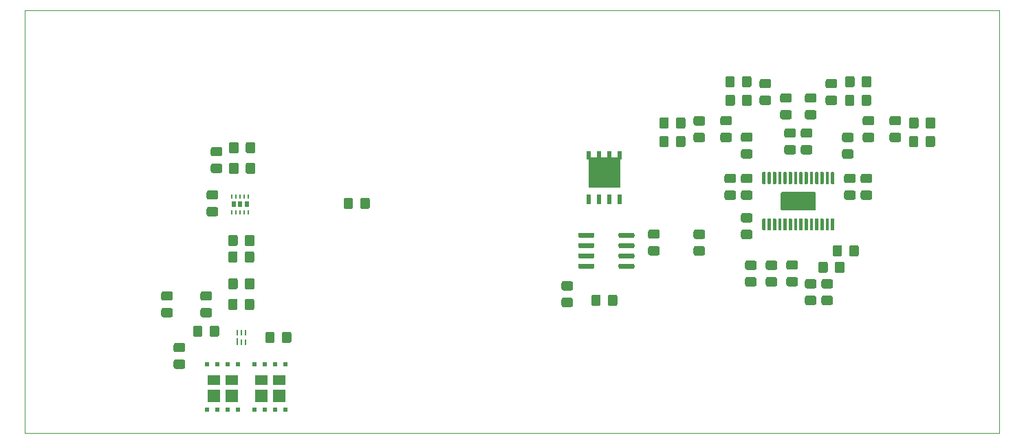
<source format=gbr>
G04 #@! TF.GenerationSoftware,KiCad,Pcbnew,(5.1.5)-3*
G04 #@! TF.CreationDate,2020-04-26T20:45:36-05:00*
G04 #@! TF.ProjectId,SolarBTSpeaker,536f6c61-7242-4545-9370-65616b65722e,1.0*
G04 #@! TF.SameCoordinates,Original*
G04 #@! TF.FileFunction,Paste,Top*
G04 #@! TF.FilePolarity,Positive*
%FSLAX46Y46*%
G04 Gerber Fmt 4.6, Leading zero omitted, Abs format (unit mm)*
G04 Created by KiCad (PCBNEW (5.1.5)-3) date 2020-04-26 20:45:36*
%MOMM*%
%LPD*%
G04 APERTURE LIST*
%ADD10C,0.050000*%
%ADD11C,0.150000*%
%ADD12R,0.250000X0.500000*%
%ADD13R,0.610000X0.650000*%
%ADD14R,0.280000X0.850000*%
%ADD15R,0.280000X0.750000*%
%ADD16R,1.570000X1.235000*%
%ADD17R,1.570000X1.585000*%
%ADD18R,0.490000X0.490000*%
%ADD19R,0.610000X1.270000*%
%ADD20R,0.610000X1.020000*%
%ADD21R,3.910000X3.810000*%
G04 APERTURE END LIST*
D10*
X88138000Y-72263000D02*
X208153000Y-72263000D01*
X88138000Y-124333000D02*
X88138000Y-72263000D01*
X208153000Y-124333000D02*
X88138000Y-124333000D01*
X208153000Y-72263000D02*
X208153000Y-124333000D01*
D11*
G36*
X185386505Y-105344204D02*
G01*
X185410773Y-105347804D01*
X185434572Y-105353765D01*
X185457671Y-105362030D01*
X185479850Y-105372520D01*
X185500893Y-105385132D01*
X185520599Y-105399747D01*
X185538777Y-105416223D01*
X185555253Y-105434401D01*
X185569868Y-105454107D01*
X185582480Y-105475150D01*
X185592970Y-105497329D01*
X185601235Y-105520428D01*
X185607196Y-105544227D01*
X185610796Y-105568495D01*
X185612000Y-105592999D01*
X185612000Y-106243001D01*
X185610796Y-106267505D01*
X185607196Y-106291773D01*
X185601235Y-106315572D01*
X185592970Y-106338671D01*
X185582480Y-106360850D01*
X185569868Y-106381893D01*
X185555253Y-106401599D01*
X185538777Y-106419777D01*
X185520599Y-106436253D01*
X185500893Y-106450868D01*
X185479850Y-106463480D01*
X185457671Y-106473970D01*
X185434572Y-106482235D01*
X185410773Y-106488196D01*
X185386505Y-106491796D01*
X185362001Y-106493000D01*
X184461999Y-106493000D01*
X184437495Y-106491796D01*
X184413227Y-106488196D01*
X184389428Y-106482235D01*
X184366329Y-106473970D01*
X184344150Y-106463480D01*
X184323107Y-106450868D01*
X184303401Y-106436253D01*
X184285223Y-106419777D01*
X184268747Y-106401599D01*
X184254132Y-106381893D01*
X184241520Y-106360850D01*
X184231030Y-106338671D01*
X184222765Y-106315572D01*
X184216804Y-106291773D01*
X184213204Y-106267505D01*
X184212000Y-106243001D01*
X184212000Y-105592999D01*
X184213204Y-105568495D01*
X184216804Y-105544227D01*
X184222765Y-105520428D01*
X184231030Y-105497329D01*
X184241520Y-105475150D01*
X184254132Y-105454107D01*
X184268747Y-105434401D01*
X184285223Y-105416223D01*
X184303401Y-105399747D01*
X184323107Y-105385132D01*
X184344150Y-105372520D01*
X184366329Y-105362030D01*
X184389428Y-105353765D01*
X184413227Y-105347804D01*
X184437495Y-105344204D01*
X184461999Y-105343000D01*
X185362001Y-105343000D01*
X185386505Y-105344204D01*
G37*
G36*
X185386505Y-107394204D02*
G01*
X185410773Y-107397804D01*
X185434572Y-107403765D01*
X185457671Y-107412030D01*
X185479850Y-107422520D01*
X185500893Y-107435132D01*
X185520599Y-107449747D01*
X185538777Y-107466223D01*
X185555253Y-107484401D01*
X185569868Y-107504107D01*
X185582480Y-107525150D01*
X185592970Y-107547329D01*
X185601235Y-107570428D01*
X185607196Y-107594227D01*
X185610796Y-107618495D01*
X185612000Y-107642999D01*
X185612000Y-108293001D01*
X185610796Y-108317505D01*
X185607196Y-108341773D01*
X185601235Y-108365572D01*
X185592970Y-108388671D01*
X185582480Y-108410850D01*
X185569868Y-108431893D01*
X185555253Y-108451599D01*
X185538777Y-108469777D01*
X185520599Y-108486253D01*
X185500893Y-108500868D01*
X185479850Y-108513480D01*
X185457671Y-108523970D01*
X185434572Y-108532235D01*
X185410773Y-108538196D01*
X185386505Y-108541796D01*
X185362001Y-108543000D01*
X184461999Y-108543000D01*
X184437495Y-108541796D01*
X184413227Y-108538196D01*
X184389428Y-108532235D01*
X184366329Y-108523970D01*
X184344150Y-108513480D01*
X184323107Y-108500868D01*
X184303401Y-108486253D01*
X184285223Y-108469777D01*
X184268747Y-108451599D01*
X184254132Y-108431893D01*
X184241520Y-108410850D01*
X184231030Y-108388671D01*
X184222765Y-108365572D01*
X184216804Y-108341773D01*
X184213204Y-108317505D01*
X184212000Y-108293001D01*
X184212000Y-107642999D01*
X184213204Y-107618495D01*
X184216804Y-107594227D01*
X184222765Y-107570428D01*
X184231030Y-107547329D01*
X184241520Y-107525150D01*
X184254132Y-107504107D01*
X184268747Y-107484401D01*
X184285223Y-107466223D01*
X184303401Y-107449747D01*
X184323107Y-107435132D01*
X184344150Y-107422520D01*
X184366329Y-107412030D01*
X184389428Y-107403765D01*
X184413227Y-107397804D01*
X184437495Y-107394204D01*
X184461999Y-107393000D01*
X185362001Y-107393000D01*
X185386505Y-107394204D01*
G37*
G36*
X114132505Y-107759204D02*
G01*
X114156773Y-107762804D01*
X114180572Y-107768765D01*
X114203671Y-107777030D01*
X114225850Y-107787520D01*
X114246893Y-107800132D01*
X114266599Y-107814747D01*
X114284777Y-107831223D01*
X114301253Y-107849401D01*
X114315868Y-107869107D01*
X114328480Y-107890150D01*
X114338970Y-107912329D01*
X114347235Y-107935428D01*
X114353196Y-107959227D01*
X114356796Y-107983495D01*
X114358000Y-108007999D01*
X114358000Y-108908001D01*
X114356796Y-108932505D01*
X114353196Y-108956773D01*
X114347235Y-108980572D01*
X114338970Y-109003671D01*
X114328480Y-109025850D01*
X114315868Y-109046893D01*
X114301253Y-109066599D01*
X114284777Y-109084777D01*
X114266599Y-109101253D01*
X114246893Y-109115868D01*
X114225850Y-109128480D01*
X114203671Y-109138970D01*
X114180572Y-109147235D01*
X114156773Y-109153196D01*
X114132505Y-109156796D01*
X114108001Y-109158000D01*
X113457999Y-109158000D01*
X113433495Y-109156796D01*
X113409227Y-109153196D01*
X113385428Y-109147235D01*
X113362329Y-109138970D01*
X113340150Y-109128480D01*
X113319107Y-109115868D01*
X113299401Y-109101253D01*
X113281223Y-109084777D01*
X113264747Y-109066599D01*
X113250132Y-109046893D01*
X113237520Y-109025850D01*
X113227030Y-109003671D01*
X113218765Y-108980572D01*
X113212804Y-108956773D01*
X113209204Y-108932505D01*
X113208000Y-108908001D01*
X113208000Y-108007999D01*
X113209204Y-107983495D01*
X113212804Y-107959227D01*
X113218765Y-107935428D01*
X113227030Y-107912329D01*
X113237520Y-107890150D01*
X113250132Y-107869107D01*
X113264747Y-107849401D01*
X113281223Y-107831223D01*
X113299401Y-107814747D01*
X113319107Y-107800132D01*
X113340150Y-107787520D01*
X113362329Y-107777030D01*
X113385428Y-107768765D01*
X113409227Y-107762804D01*
X113433495Y-107759204D01*
X113457999Y-107758000D01*
X114108001Y-107758000D01*
X114132505Y-107759204D01*
G37*
G36*
X116182505Y-107759204D02*
G01*
X116206773Y-107762804D01*
X116230572Y-107768765D01*
X116253671Y-107777030D01*
X116275850Y-107787520D01*
X116296893Y-107800132D01*
X116316599Y-107814747D01*
X116334777Y-107831223D01*
X116351253Y-107849401D01*
X116365868Y-107869107D01*
X116378480Y-107890150D01*
X116388970Y-107912329D01*
X116397235Y-107935428D01*
X116403196Y-107959227D01*
X116406796Y-107983495D01*
X116408000Y-108007999D01*
X116408000Y-108908001D01*
X116406796Y-108932505D01*
X116403196Y-108956773D01*
X116397235Y-108980572D01*
X116388970Y-109003671D01*
X116378480Y-109025850D01*
X116365868Y-109046893D01*
X116351253Y-109066599D01*
X116334777Y-109084777D01*
X116316599Y-109101253D01*
X116296893Y-109115868D01*
X116275850Y-109128480D01*
X116253671Y-109138970D01*
X116230572Y-109147235D01*
X116206773Y-109153196D01*
X116182505Y-109156796D01*
X116158001Y-109158000D01*
X115507999Y-109158000D01*
X115483495Y-109156796D01*
X115459227Y-109153196D01*
X115435428Y-109147235D01*
X115412329Y-109138970D01*
X115390150Y-109128480D01*
X115369107Y-109115868D01*
X115349401Y-109101253D01*
X115331223Y-109084777D01*
X115314747Y-109066599D01*
X115300132Y-109046893D01*
X115287520Y-109025850D01*
X115277030Y-109003671D01*
X115268765Y-108980572D01*
X115262804Y-108956773D01*
X115259204Y-108932505D01*
X115258000Y-108908001D01*
X115258000Y-108007999D01*
X115259204Y-107983495D01*
X115262804Y-107959227D01*
X115268765Y-107935428D01*
X115277030Y-107912329D01*
X115287520Y-107890150D01*
X115300132Y-107869107D01*
X115314747Y-107849401D01*
X115331223Y-107831223D01*
X115349401Y-107814747D01*
X115369107Y-107800132D01*
X115390150Y-107787520D01*
X115412329Y-107777030D01*
X115435428Y-107768765D01*
X115459227Y-107762804D01*
X115483495Y-107759204D01*
X115507999Y-107758000D01*
X116158001Y-107758000D01*
X116182505Y-107759204D01*
G37*
G36*
X116300505Y-88455204D02*
G01*
X116324773Y-88458804D01*
X116348572Y-88464765D01*
X116371671Y-88473030D01*
X116393850Y-88483520D01*
X116414893Y-88496132D01*
X116434599Y-88510747D01*
X116452777Y-88527223D01*
X116469253Y-88545401D01*
X116483868Y-88565107D01*
X116496480Y-88586150D01*
X116506970Y-88608329D01*
X116515235Y-88631428D01*
X116521196Y-88655227D01*
X116524796Y-88679495D01*
X116526000Y-88703999D01*
X116526000Y-89604001D01*
X116524796Y-89628505D01*
X116521196Y-89652773D01*
X116515235Y-89676572D01*
X116506970Y-89699671D01*
X116496480Y-89721850D01*
X116483868Y-89742893D01*
X116469253Y-89762599D01*
X116452777Y-89780777D01*
X116434599Y-89797253D01*
X116414893Y-89811868D01*
X116393850Y-89824480D01*
X116371671Y-89834970D01*
X116348572Y-89843235D01*
X116324773Y-89849196D01*
X116300505Y-89852796D01*
X116276001Y-89854000D01*
X115625999Y-89854000D01*
X115601495Y-89852796D01*
X115577227Y-89849196D01*
X115553428Y-89843235D01*
X115530329Y-89834970D01*
X115508150Y-89824480D01*
X115487107Y-89811868D01*
X115467401Y-89797253D01*
X115449223Y-89780777D01*
X115432747Y-89762599D01*
X115418132Y-89742893D01*
X115405520Y-89721850D01*
X115395030Y-89699671D01*
X115386765Y-89676572D01*
X115380804Y-89652773D01*
X115377204Y-89628505D01*
X115376000Y-89604001D01*
X115376000Y-88703999D01*
X115377204Y-88679495D01*
X115380804Y-88655227D01*
X115386765Y-88631428D01*
X115395030Y-88608329D01*
X115405520Y-88586150D01*
X115418132Y-88565107D01*
X115432747Y-88545401D01*
X115449223Y-88527223D01*
X115467401Y-88510747D01*
X115487107Y-88496132D01*
X115508150Y-88483520D01*
X115530329Y-88473030D01*
X115553428Y-88464765D01*
X115577227Y-88458804D01*
X115601495Y-88455204D01*
X115625999Y-88454000D01*
X116276001Y-88454000D01*
X116300505Y-88455204D01*
G37*
G36*
X114250505Y-88455204D02*
G01*
X114274773Y-88458804D01*
X114298572Y-88464765D01*
X114321671Y-88473030D01*
X114343850Y-88483520D01*
X114364893Y-88496132D01*
X114384599Y-88510747D01*
X114402777Y-88527223D01*
X114419253Y-88545401D01*
X114433868Y-88565107D01*
X114446480Y-88586150D01*
X114456970Y-88608329D01*
X114465235Y-88631428D01*
X114471196Y-88655227D01*
X114474796Y-88679495D01*
X114476000Y-88703999D01*
X114476000Y-89604001D01*
X114474796Y-89628505D01*
X114471196Y-89652773D01*
X114465235Y-89676572D01*
X114456970Y-89699671D01*
X114446480Y-89721850D01*
X114433868Y-89742893D01*
X114419253Y-89762599D01*
X114402777Y-89780777D01*
X114384599Y-89797253D01*
X114364893Y-89811868D01*
X114343850Y-89824480D01*
X114321671Y-89834970D01*
X114298572Y-89843235D01*
X114274773Y-89849196D01*
X114250505Y-89852796D01*
X114226001Y-89854000D01*
X113575999Y-89854000D01*
X113551495Y-89852796D01*
X113527227Y-89849196D01*
X113503428Y-89843235D01*
X113480329Y-89834970D01*
X113458150Y-89824480D01*
X113437107Y-89811868D01*
X113417401Y-89797253D01*
X113399223Y-89780777D01*
X113382747Y-89762599D01*
X113368132Y-89742893D01*
X113355520Y-89721850D01*
X113345030Y-89699671D01*
X113336765Y-89676572D01*
X113330804Y-89652773D01*
X113327204Y-89628505D01*
X113326000Y-89604001D01*
X113326000Y-88703999D01*
X113327204Y-88679495D01*
X113330804Y-88655227D01*
X113336765Y-88631428D01*
X113345030Y-88608329D01*
X113355520Y-88586150D01*
X113368132Y-88565107D01*
X113382747Y-88545401D01*
X113399223Y-88527223D01*
X113417401Y-88510747D01*
X113437107Y-88496132D01*
X113458150Y-88483520D01*
X113480329Y-88473030D01*
X113503428Y-88464765D01*
X113527227Y-88458804D01*
X113551495Y-88455204D01*
X113575999Y-88454000D01*
X114226001Y-88454000D01*
X114250505Y-88455204D01*
G37*
G36*
X114250505Y-90995204D02*
G01*
X114274773Y-90998804D01*
X114298572Y-91004765D01*
X114321671Y-91013030D01*
X114343850Y-91023520D01*
X114364893Y-91036132D01*
X114384599Y-91050747D01*
X114402777Y-91067223D01*
X114419253Y-91085401D01*
X114433868Y-91105107D01*
X114446480Y-91126150D01*
X114456970Y-91148329D01*
X114465235Y-91171428D01*
X114471196Y-91195227D01*
X114474796Y-91219495D01*
X114476000Y-91243999D01*
X114476000Y-92144001D01*
X114474796Y-92168505D01*
X114471196Y-92192773D01*
X114465235Y-92216572D01*
X114456970Y-92239671D01*
X114446480Y-92261850D01*
X114433868Y-92282893D01*
X114419253Y-92302599D01*
X114402777Y-92320777D01*
X114384599Y-92337253D01*
X114364893Y-92351868D01*
X114343850Y-92364480D01*
X114321671Y-92374970D01*
X114298572Y-92383235D01*
X114274773Y-92389196D01*
X114250505Y-92392796D01*
X114226001Y-92394000D01*
X113575999Y-92394000D01*
X113551495Y-92392796D01*
X113527227Y-92389196D01*
X113503428Y-92383235D01*
X113480329Y-92374970D01*
X113458150Y-92364480D01*
X113437107Y-92351868D01*
X113417401Y-92337253D01*
X113399223Y-92320777D01*
X113382747Y-92302599D01*
X113368132Y-92282893D01*
X113355520Y-92261850D01*
X113345030Y-92239671D01*
X113336765Y-92216572D01*
X113330804Y-92192773D01*
X113327204Y-92168505D01*
X113326000Y-92144001D01*
X113326000Y-91243999D01*
X113327204Y-91219495D01*
X113330804Y-91195227D01*
X113336765Y-91171428D01*
X113345030Y-91148329D01*
X113355520Y-91126150D01*
X113368132Y-91105107D01*
X113382747Y-91085401D01*
X113399223Y-91067223D01*
X113417401Y-91050747D01*
X113437107Y-91036132D01*
X113458150Y-91023520D01*
X113480329Y-91013030D01*
X113503428Y-91004765D01*
X113527227Y-90998804D01*
X113551495Y-90995204D01*
X113575999Y-90994000D01*
X114226001Y-90994000D01*
X114250505Y-90995204D01*
G37*
G36*
X116300505Y-90995204D02*
G01*
X116324773Y-90998804D01*
X116348572Y-91004765D01*
X116371671Y-91013030D01*
X116393850Y-91023520D01*
X116414893Y-91036132D01*
X116434599Y-91050747D01*
X116452777Y-91067223D01*
X116469253Y-91085401D01*
X116483868Y-91105107D01*
X116496480Y-91126150D01*
X116506970Y-91148329D01*
X116515235Y-91171428D01*
X116521196Y-91195227D01*
X116524796Y-91219495D01*
X116526000Y-91243999D01*
X116526000Y-92144001D01*
X116524796Y-92168505D01*
X116521196Y-92192773D01*
X116515235Y-92216572D01*
X116506970Y-92239671D01*
X116496480Y-92261850D01*
X116483868Y-92282893D01*
X116469253Y-92302599D01*
X116452777Y-92320777D01*
X116434599Y-92337253D01*
X116414893Y-92351868D01*
X116393850Y-92364480D01*
X116371671Y-92374970D01*
X116348572Y-92383235D01*
X116324773Y-92389196D01*
X116300505Y-92392796D01*
X116276001Y-92394000D01*
X115625999Y-92394000D01*
X115601495Y-92392796D01*
X115577227Y-92389196D01*
X115553428Y-92383235D01*
X115530329Y-92374970D01*
X115508150Y-92364480D01*
X115487107Y-92351868D01*
X115467401Y-92337253D01*
X115449223Y-92320777D01*
X115432747Y-92302599D01*
X115418132Y-92282893D01*
X115405520Y-92261850D01*
X115395030Y-92239671D01*
X115386765Y-92216572D01*
X115380804Y-92192773D01*
X115377204Y-92168505D01*
X115376000Y-92144001D01*
X115376000Y-91243999D01*
X115377204Y-91219495D01*
X115380804Y-91195227D01*
X115386765Y-91171428D01*
X115395030Y-91148329D01*
X115405520Y-91126150D01*
X115418132Y-91105107D01*
X115432747Y-91085401D01*
X115449223Y-91067223D01*
X115467401Y-91050747D01*
X115487107Y-91036132D01*
X115508150Y-91023520D01*
X115530329Y-91013030D01*
X115553428Y-91004765D01*
X115577227Y-90998804D01*
X115601495Y-90995204D01*
X115625999Y-90994000D01*
X116276001Y-90994000D01*
X116300505Y-90995204D01*
G37*
G36*
X116191505Y-99885204D02*
G01*
X116215773Y-99888804D01*
X116239572Y-99894765D01*
X116262671Y-99903030D01*
X116284850Y-99913520D01*
X116305893Y-99926132D01*
X116325599Y-99940747D01*
X116343777Y-99957223D01*
X116360253Y-99975401D01*
X116374868Y-99995107D01*
X116387480Y-100016150D01*
X116397970Y-100038329D01*
X116406235Y-100061428D01*
X116412196Y-100085227D01*
X116415796Y-100109495D01*
X116417000Y-100133999D01*
X116417000Y-101034001D01*
X116415796Y-101058505D01*
X116412196Y-101082773D01*
X116406235Y-101106572D01*
X116397970Y-101129671D01*
X116387480Y-101151850D01*
X116374868Y-101172893D01*
X116360253Y-101192599D01*
X116343777Y-101210777D01*
X116325599Y-101227253D01*
X116305893Y-101241868D01*
X116284850Y-101254480D01*
X116262671Y-101264970D01*
X116239572Y-101273235D01*
X116215773Y-101279196D01*
X116191505Y-101282796D01*
X116167001Y-101284000D01*
X115516999Y-101284000D01*
X115492495Y-101282796D01*
X115468227Y-101279196D01*
X115444428Y-101273235D01*
X115421329Y-101264970D01*
X115399150Y-101254480D01*
X115378107Y-101241868D01*
X115358401Y-101227253D01*
X115340223Y-101210777D01*
X115323747Y-101192599D01*
X115309132Y-101172893D01*
X115296520Y-101151850D01*
X115286030Y-101129671D01*
X115277765Y-101106572D01*
X115271804Y-101082773D01*
X115268204Y-101058505D01*
X115267000Y-101034001D01*
X115267000Y-100133999D01*
X115268204Y-100109495D01*
X115271804Y-100085227D01*
X115277765Y-100061428D01*
X115286030Y-100038329D01*
X115296520Y-100016150D01*
X115309132Y-99995107D01*
X115323747Y-99975401D01*
X115340223Y-99957223D01*
X115358401Y-99940747D01*
X115378107Y-99926132D01*
X115399150Y-99913520D01*
X115421329Y-99903030D01*
X115444428Y-99894765D01*
X115468227Y-99888804D01*
X115492495Y-99885204D01*
X115516999Y-99884000D01*
X116167001Y-99884000D01*
X116191505Y-99885204D01*
G37*
G36*
X114141505Y-99885204D02*
G01*
X114165773Y-99888804D01*
X114189572Y-99894765D01*
X114212671Y-99903030D01*
X114234850Y-99913520D01*
X114255893Y-99926132D01*
X114275599Y-99940747D01*
X114293777Y-99957223D01*
X114310253Y-99975401D01*
X114324868Y-99995107D01*
X114337480Y-100016150D01*
X114347970Y-100038329D01*
X114356235Y-100061428D01*
X114362196Y-100085227D01*
X114365796Y-100109495D01*
X114367000Y-100133999D01*
X114367000Y-101034001D01*
X114365796Y-101058505D01*
X114362196Y-101082773D01*
X114356235Y-101106572D01*
X114347970Y-101129671D01*
X114337480Y-101151850D01*
X114324868Y-101172893D01*
X114310253Y-101192599D01*
X114293777Y-101210777D01*
X114275599Y-101227253D01*
X114255893Y-101241868D01*
X114234850Y-101254480D01*
X114212671Y-101264970D01*
X114189572Y-101273235D01*
X114165773Y-101279196D01*
X114141505Y-101282796D01*
X114117001Y-101284000D01*
X113466999Y-101284000D01*
X113442495Y-101282796D01*
X113418227Y-101279196D01*
X113394428Y-101273235D01*
X113371329Y-101264970D01*
X113349150Y-101254480D01*
X113328107Y-101241868D01*
X113308401Y-101227253D01*
X113290223Y-101210777D01*
X113273747Y-101192599D01*
X113259132Y-101172893D01*
X113246520Y-101151850D01*
X113236030Y-101129671D01*
X113227765Y-101106572D01*
X113221804Y-101082773D01*
X113218204Y-101058505D01*
X113217000Y-101034001D01*
X113217000Y-100133999D01*
X113218204Y-100109495D01*
X113221804Y-100085227D01*
X113227765Y-100061428D01*
X113236030Y-100038329D01*
X113246520Y-100016150D01*
X113259132Y-99995107D01*
X113273747Y-99975401D01*
X113290223Y-99957223D01*
X113308401Y-99940747D01*
X113328107Y-99926132D01*
X113349150Y-99913520D01*
X113371329Y-99903030D01*
X113394428Y-99894765D01*
X113418227Y-99888804D01*
X113442495Y-99885204D01*
X113466999Y-99884000D01*
X114117001Y-99884000D01*
X114141505Y-99885204D01*
G37*
G36*
X114132505Y-101917204D02*
G01*
X114156773Y-101920804D01*
X114180572Y-101926765D01*
X114203671Y-101935030D01*
X114225850Y-101945520D01*
X114246893Y-101958132D01*
X114266599Y-101972747D01*
X114284777Y-101989223D01*
X114301253Y-102007401D01*
X114315868Y-102027107D01*
X114328480Y-102048150D01*
X114338970Y-102070329D01*
X114347235Y-102093428D01*
X114353196Y-102117227D01*
X114356796Y-102141495D01*
X114358000Y-102165999D01*
X114358000Y-103066001D01*
X114356796Y-103090505D01*
X114353196Y-103114773D01*
X114347235Y-103138572D01*
X114338970Y-103161671D01*
X114328480Y-103183850D01*
X114315868Y-103204893D01*
X114301253Y-103224599D01*
X114284777Y-103242777D01*
X114266599Y-103259253D01*
X114246893Y-103273868D01*
X114225850Y-103286480D01*
X114203671Y-103296970D01*
X114180572Y-103305235D01*
X114156773Y-103311196D01*
X114132505Y-103314796D01*
X114108001Y-103316000D01*
X113457999Y-103316000D01*
X113433495Y-103314796D01*
X113409227Y-103311196D01*
X113385428Y-103305235D01*
X113362329Y-103296970D01*
X113340150Y-103286480D01*
X113319107Y-103273868D01*
X113299401Y-103259253D01*
X113281223Y-103242777D01*
X113264747Y-103224599D01*
X113250132Y-103204893D01*
X113237520Y-103183850D01*
X113227030Y-103161671D01*
X113218765Y-103138572D01*
X113212804Y-103114773D01*
X113209204Y-103090505D01*
X113208000Y-103066001D01*
X113208000Y-102165999D01*
X113209204Y-102141495D01*
X113212804Y-102117227D01*
X113218765Y-102093428D01*
X113227030Y-102070329D01*
X113237520Y-102048150D01*
X113250132Y-102027107D01*
X113264747Y-102007401D01*
X113281223Y-101989223D01*
X113299401Y-101972747D01*
X113319107Y-101958132D01*
X113340150Y-101945520D01*
X113362329Y-101935030D01*
X113385428Y-101926765D01*
X113409227Y-101920804D01*
X113433495Y-101917204D01*
X113457999Y-101916000D01*
X114108001Y-101916000D01*
X114132505Y-101917204D01*
G37*
G36*
X116182505Y-101917204D02*
G01*
X116206773Y-101920804D01*
X116230572Y-101926765D01*
X116253671Y-101935030D01*
X116275850Y-101945520D01*
X116296893Y-101958132D01*
X116316599Y-101972747D01*
X116334777Y-101989223D01*
X116351253Y-102007401D01*
X116365868Y-102027107D01*
X116378480Y-102048150D01*
X116388970Y-102070329D01*
X116397235Y-102093428D01*
X116403196Y-102117227D01*
X116406796Y-102141495D01*
X116408000Y-102165999D01*
X116408000Y-103066001D01*
X116406796Y-103090505D01*
X116403196Y-103114773D01*
X116397235Y-103138572D01*
X116388970Y-103161671D01*
X116378480Y-103183850D01*
X116365868Y-103204893D01*
X116351253Y-103224599D01*
X116334777Y-103242777D01*
X116316599Y-103259253D01*
X116296893Y-103273868D01*
X116275850Y-103286480D01*
X116253671Y-103296970D01*
X116230572Y-103305235D01*
X116206773Y-103311196D01*
X116182505Y-103314796D01*
X116158001Y-103316000D01*
X115507999Y-103316000D01*
X115483495Y-103314796D01*
X115459227Y-103311196D01*
X115435428Y-103305235D01*
X115412329Y-103296970D01*
X115390150Y-103286480D01*
X115369107Y-103273868D01*
X115349401Y-103259253D01*
X115331223Y-103242777D01*
X115314747Y-103224599D01*
X115300132Y-103204893D01*
X115287520Y-103183850D01*
X115277030Y-103161671D01*
X115268765Y-103138572D01*
X115262804Y-103114773D01*
X115259204Y-103090505D01*
X115258000Y-103066001D01*
X115258000Y-102165999D01*
X115259204Y-102141495D01*
X115262804Y-102117227D01*
X115268765Y-102093428D01*
X115277030Y-102070329D01*
X115287520Y-102048150D01*
X115300132Y-102027107D01*
X115314747Y-102007401D01*
X115331223Y-101989223D01*
X115349401Y-101972747D01*
X115369107Y-101958132D01*
X115390150Y-101945520D01*
X115412329Y-101935030D01*
X115435428Y-101926765D01*
X115459227Y-101920804D01*
X115483495Y-101917204D01*
X115507999Y-101916000D01*
X116158001Y-101916000D01*
X116182505Y-101917204D01*
G37*
G36*
X171670505Y-85278204D02*
G01*
X171694773Y-85281804D01*
X171718572Y-85287765D01*
X171741671Y-85296030D01*
X171763850Y-85306520D01*
X171784893Y-85319132D01*
X171804599Y-85333747D01*
X171822777Y-85350223D01*
X171839253Y-85368401D01*
X171853868Y-85388107D01*
X171866480Y-85409150D01*
X171876970Y-85431329D01*
X171885235Y-85454428D01*
X171891196Y-85478227D01*
X171894796Y-85502495D01*
X171896000Y-85526999D01*
X171896000Y-86177001D01*
X171894796Y-86201505D01*
X171891196Y-86225773D01*
X171885235Y-86249572D01*
X171876970Y-86272671D01*
X171866480Y-86294850D01*
X171853868Y-86315893D01*
X171839253Y-86335599D01*
X171822777Y-86353777D01*
X171804599Y-86370253D01*
X171784893Y-86384868D01*
X171763850Y-86397480D01*
X171741671Y-86407970D01*
X171718572Y-86416235D01*
X171694773Y-86422196D01*
X171670505Y-86425796D01*
X171646001Y-86427000D01*
X170745999Y-86427000D01*
X170721495Y-86425796D01*
X170697227Y-86422196D01*
X170673428Y-86416235D01*
X170650329Y-86407970D01*
X170628150Y-86397480D01*
X170607107Y-86384868D01*
X170587401Y-86370253D01*
X170569223Y-86353777D01*
X170552747Y-86335599D01*
X170538132Y-86315893D01*
X170525520Y-86294850D01*
X170515030Y-86272671D01*
X170506765Y-86249572D01*
X170500804Y-86225773D01*
X170497204Y-86201505D01*
X170496000Y-86177001D01*
X170496000Y-85526999D01*
X170497204Y-85502495D01*
X170500804Y-85478227D01*
X170506765Y-85454428D01*
X170515030Y-85431329D01*
X170525520Y-85409150D01*
X170538132Y-85388107D01*
X170552747Y-85368401D01*
X170569223Y-85350223D01*
X170587401Y-85333747D01*
X170607107Y-85319132D01*
X170628150Y-85306520D01*
X170650329Y-85296030D01*
X170673428Y-85287765D01*
X170697227Y-85281804D01*
X170721495Y-85278204D01*
X170745999Y-85277000D01*
X171646001Y-85277000D01*
X171670505Y-85278204D01*
G37*
G36*
X171670505Y-87328204D02*
G01*
X171694773Y-87331804D01*
X171718572Y-87337765D01*
X171741671Y-87346030D01*
X171763850Y-87356520D01*
X171784893Y-87369132D01*
X171804599Y-87383747D01*
X171822777Y-87400223D01*
X171839253Y-87418401D01*
X171853868Y-87438107D01*
X171866480Y-87459150D01*
X171876970Y-87481329D01*
X171885235Y-87504428D01*
X171891196Y-87528227D01*
X171894796Y-87552495D01*
X171896000Y-87576999D01*
X171896000Y-88227001D01*
X171894796Y-88251505D01*
X171891196Y-88275773D01*
X171885235Y-88299572D01*
X171876970Y-88322671D01*
X171866480Y-88344850D01*
X171853868Y-88365893D01*
X171839253Y-88385599D01*
X171822777Y-88403777D01*
X171804599Y-88420253D01*
X171784893Y-88434868D01*
X171763850Y-88447480D01*
X171741671Y-88457970D01*
X171718572Y-88466235D01*
X171694773Y-88472196D01*
X171670505Y-88475796D01*
X171646001Y-88477000D01*
X170745999Y-88477000D01*
X170721495Y-88475796D01*
X170697227Y-88472196D01*
X170673428Y-88466235D01*
X170650329Y-88457970D01*
X170628150Y-88447480D01*
X170607107Y-88434868D01*
X170587401Y-88420253D01*
X170569223Y-88403777D01*
X170552747Y-88385599D01*
X170538132Y-88365893D01*
X170525520Y-88344850D01*
X170515030Y-88322671D01*
X170506765Y-88299572D01*
X170500804Y-88275773D01*
X170497204Y-88251505D01*
X170496000Y-88227001D01*
X170496000Y-87576999D01*
X170497204Y-87552495D01*
X170500804Y-87528227D01*
X170506765Y-87504428D01*
X170515030Y-87481329D01*
X170525520Y-87459150D01*
X170538132Y-87438107D01*
X170552747Y-87418401D01*
X170569223Y-87400223D01*
X170587401Y-87383747D01*
X170607107Y-87369132D01*
X170628150Y-87356520D01*
X170650329Y-87346030D01*
X170673428Y-87337765D01*
X170697227Y-87331804D01*
X170721495Y-87328204D01*
X170745999Y-87327000D01*
X171646001Y-87327000D01*
X171670505Y-87328204D01*
G37*
G36*
X169259505Y-87693204D02*
G01*
X169283773Y-87696804D01*
X169307572Y-87702765D01*
X169330671Y-87711030D01*
X169352850Y-87721520D01*
X169373893Y-87734132D01*
X169393599Y-87748747D01*
X169411777Y-87765223D01*
X169428253Y-87783401D01*
X169442868Y-87803107D01*
X169455480Y-87824150D01*
X169465970Y-87846329D01*
X169474235Y-87869428D01*
X169480196Y-87893227D01*
X169483796Y-87917495D01*
X169485000Y-87941999D01*
X169485000Y-88842001D01*
X169483796Y-88866505D01*
X169480196Y-88890773D01*
X169474235Y-88914572D01*
X169465970Y-88937671D01*
X169455480Y-88959850D01*
X169442868Y-88980893D01*
X169428253Y-89000599D01*
X169411777Y-89018777D01*
X169393599Y-89035253D01*
X169373893Y-89049868D01*
X169352850Y-89062480D01*
X169330671Y-89072970D01*
X169307572Y-89081235D01*
X169283773Y-89087196D01*
X169259505Y-89090796D01*
X169235001Y-89092000D01*
X168584999Y-89092000D01*
X168560495Y-89090796D01*
X168536227Y-89087196D01*
X168512428Y-89081235D01*
X168489329Y-89072970D01*
X168467150Y-89062480D01*
X168446107Y-89049868D01*
X168426401Y-89035253D01*
X168408223Y-89018777D01*
X168391747Y-89000599D01*
X168377132Y-88980893D01*
X168364520Y-88959850D01*
X168354030Y-88937671D01*
X168345765Y-88914572D01*
X168339804Y-88890773D01*
X168336204Y-88866505D01*
X168335000Y-88842001D01*
X168335000Y-87941999D01*
X168336204Y-87917495D01*
X168339804Y-87893227D01*
X168345765Y-87869428D01*
X168354030Y-87846329D01*
X168364520Y-87824150D01*
X168377132Y-87803107D01*
X168391747Y-87783401D01*
X168408223Y-87765223D01*
X168426401Y-87748747D01*
X168446107Y-87734132D01*
X168467150Y-87721520D01*
X168489329Y-87711030D01*
X168512428Y-87702765D01*
X168536227Y-87696804D01*
X168560495Y-87693204D01*
X168584999Y-87692000D01*
X169235001Y-87692000D01*
X169259505Y-87693204D01*
G37*
G36*
X167209505Y-87693204D02*
G01*
X167233773Y-87696804D01*
X167257572Y-87702765D01*
X167280671Y-87711030D01*
X167302850Y-87721520D01*
X167323893Y-87734132D01*
X167343599Y-87748747D01*
X167361777Y-87765223D01*
X167378253Y-87783401D01*
X167392868Y-87803107D01*
X167405480Y-87824150D01*
X167415970Y-87846329D01*
X167424235Y-87869428D01*
X167430196Y-87893227D01*
X167433796Y-87917495D01*
X167435000Y-87941999D01*
X167435000Y-88842001D01*
X167433796Y-88866505D01*
X167430196Y-88890773D01*
X167424235Y-88914572D01*
X167415970Y-88937671D01*
X167405480Y-88959850D01*
X167392868Y-88980893D01*
X167378253Y-89000599D01*
X167361777Y-89018777D01*
X167343599Y-89035253D01*
X167323893Y-89049868D01*
X167302850Y-89062480D01*
X167280671Y-89072970D01*
X167257572Y-89081235D01*
X167233773Y-89087196D01*
X167209505Y-89090796D01*
X167185001Y-89092000D01*
X166534999Y-89092000D01*
X166510495Y-89090796D01*
X166486227Y-89087196D01*
X166462428Y-89081235D01*
X166439329Y-89072970D01*
X166417150Y-89062480D01*
X166396107Y-89049868D01*
X166376401Y-89035253D01*
X166358223Y-89018777D01*
X166341747Y-89000599D01*
X166327132Y-88980893D01*
X166314520Y-88959850D01*
X166304030Y-88937671D01*
X166295765Y-88914572D01*
X166289804Y-88890773D01*
X166286204Y-88866505D01*
X166285000Y-88842001D01*
X166285000Y-87941999D01*
X166286204Y-87917495D01*
X166289804Y-87893227D01*
X166295765Y-87869428D01*
X166304030Y-87846329D01*
X166314520Y-87824150D01*
X166327132Y-87803107D01*
X166341747Y-87783401D01*
X166358223Y-87765223D01*
X166376401Y-87748747D01*
X166396107Y-87734132D01*
X166417150Y-87721520D01*
X166439329Y-87711030D01*
X166462428Y-87702765D01*
X166486227Y-87696804D01*
X166510495Y-87693204D01*
X166534999Y-87692000D01*
X167185001Y-87692000D01*
X167209505Y-87693204D01*
G37*
G36*
X175480505Y-92381204D02*
G01*
X175504773Y-92384804D01*
X175528572Y-92390765D01*
X175551671Y-92399030D01*
X175573850Y-92409520D01*
X175594893Y-92422132D01*
X175614599Y-92436747D01*
X175632777Y-92453223D01*
X175649253Y-92471401D01*
X175663868Y-92491107D01*
X175676480Y-92512150D01*
X175686970Y-92534329D01*
X175695235Y-92557428D01*
X175701196Y-92581227D01*
X175704796Y-92605495D01*
X175706000Y-92629999D01*
X175706000Y-93280001D01*
X175704796Y-93304505D01*
X175701196Y-93328773D01*
X175695235Y-93352572D01*
X175686970Y-93375671D01*
X175676480Y-93397850D01*
X175663868Y-93418893D01*
X175649253Y-93438599D01*
X175632777Y-93456777D01*
X175614599Y-93473253D01*
X175594893Y-93487868D01*
X175573850Y-93500480D01*
X175551671Y-93510970D01*
X175528572Y-93519235D01*
X175504773Y-93525196D01*
X175480505Y-93528796D01*
X175456001Y-93530000D01*
X174555999Y-93530000D01*
X174531495Y-93528796D01*
X174507227Y-93525196D01*
X174483428Y-93519235D01*
X174460329Y-93510970D01*
X174438150Y-93500480D01*
X174417107Y-93487868D01*
X174397401Y-93473253D01*
X174379223Y-93456777D01*
X174362747Y-93438599D01*
X174348132Y-93418893D01*
X174335520Y-93397850D01*
X174325030Y-93375671D01*
X174316765Y-93352572D01*
X174310804Y-93328773D01*
X174307204Y-93304505D01*
X174306000Y-93280001D01*
X174306000Y-92629999D01*
X174307204Y-92605495D01*
X174310804Y-92581227D01*
X174316765Y-92557428D01*
X174325030Y-92534329D01*
X174335520Y-92512150D01*
X174348132Y-92491107D01*
X174362747Y-92471401D01*
X174379223Y-92453223D01*
X174397401Y-92436747D01*
X174417107Y-92422132D01*
X174438150Y-92409520D01*
X174460329Y-92399030D01*
X174483428Y-92390765D01*
X174507227Y-92384804D01*
X174531495Y-92381204D01*
X174555999Y-92380000D01*
X175456001Y-92380000D01*
X175480505Y-92381204D01*
G37*
G36*
X175480505Y-94431204D02*
G01*
X175504773Y-94434804D01*
X175528572Y-94440765D01*
X175551671Y-94449030D01*
X175573850Y-94459520D01*
X175594893Y-94472132D01*
X175614599Y-94486747D01*
X175632777Y-94503223D01*
X175649253Y-94521401D01*
X175663868Y-94541107D01*
X175676480Y-94562150D01*
X175686970Y-94584329D01*
X175695235Y-94607428D01*
X175701196Y-94631227D01*
X175704796Y-94655495D01*
X175706000Y-94679999D01*
X175706000Y-95330001D01*
X175704796Y-95354505D01*
X175701196Y-95378773D01*
X175695235Y-95402572D01*
X175686970Y-95425671D01*
X175676480Y-95447850D01*
X175663868Y-95468893D01*
X175649253Y-95488599D01*
X175632777Y-95506777D01*
X175614599Y-95523253D01*
X175594893Y-95537868D01*
X175573850Y-95550480D01*
X175551671Y-95560970D01*
X175528572Y-95569235D01*
X175504773Y-95575196D01*
X175480505Y-95578796D01*
X175456001Y-95580000D01*
X174555999Y-95580000D01*
X174531495Y-95578796D01*
X174507227Y-95575196D01*
X174483428Y-95569235D01*
X174460329Y-95560970D01*
X174438150Y-95550480D01*
X174417107Y-95537868D01*
X174397401Y-95523253D01*
X174379223Y-95506777D01*
X174362747Y-95488599D01*
X174348132Y-95468893D01*
X174335520Y-95447850D01*
X174325030Y-95425671D01*
X174316765Y-95402572D01*
X174310804Y-95378773D01*
X174307204Y-95354505D01*
X174306000Y-95330001D01*
X174306000Y-94679999D01*
X174307204Y-94655495D01*
X174310804Y-94631227D01*
X174316765Y-94607428D01*
X174325030Y-94584329D01*
X174335520Y-94562150D01*
X174348132Y-94541107D01*
X174362747Y-94521401D01*
X174379223Y-94503223D01*
X174397401Y-94486747D01*
X174417107Y-94472132D01*
X174438150Y-94459520D01*
X174460329Y-94449030D01*
X174483428Y-94440765D01*
X174507227Y-94434804D01*
X174531495Y-94431204D01*
X174555999Y-94430000D01*
X175456001Y-94430000D01*
X175480505Y-94431204D01*
G37*
G36*
X177512505Y-94422204D02*
G01*
X177536773Y-94425804D01*
X177560572Y-94431765D01*
X177583671Y-94440030D01*
X177605850Y-94450520D01*
X177626893Y-94463132D01*
X177646599Y-94477747D01*
X177664777Y-94494223D01*
X177681253Y-94512401D01*
X177695868Y-94532107D01*
X177708480Y-94553150D01*
X177718970Y-94575329D01*
X177727235Y-94598428D01*
X177733196Y-94622227D01*
X177736796Y-94646495D01*
X177738000Y-94670999D01*
X177738000Y-95321001D01*
X177736796Y-95345505D01*
X177733196Y-95369773D01*
X177727235Y-95393572D01*
X177718970Y-95416671D01*
X177708480Y-95438850D01*
X177695868Y-95459893D01*
X177681253Y-95479599D01*
X177664777Y-95497777D01*
X177646599Y-95514253D01*
X177626893Y-95528868D01*
X177605850Y-95541480D01*
X177583671Y-95551970D01*
X177560572Y-95560235D01*
X177536773Y-95566196D01*
X177512505Y-95569796D01*
X177488001Y-95571000D01*
X176587999Y-95571000D01*
X176563495Y-95569796D01*
X176539227Y-95566196D01*
X176515428Y-95560235D01*
X176492329Y-95551970D01*
X176470150Y-95541480D01*
X176449107Y-95528868D01*
X176429401Y-95514253D01*
X176411223Y-95497777D01*
X176394747Y-95479599D01*
X176380132Y-95459893D01*
X176367520Y-95438850D01*
X176357030Y-95416671D01*
X176348765Y-95393572D01*
X176342804Y-95369773D01*
X176339204Y-95345505D01*
X176338000Y-95321001D01*
X176338000Y-94670999D01*
X176339204Y-94646495D01*
X176342804Y-94622227D01*
X176348765Y-94598428D01*
X176357030Y-94575329D01*
X176367520Y-94553150D01*
X176380132Y-94532107D01*
X176394747Y-94512401D01*
X176411223Y-94494223D01*
X176429401Y-94477747D01*
X176449107Y-94463132D01*
X176470150Y-94450520D01*
X176492329Y-94440030D01*
X176515428Y-94431765D01*
X176539227Y-94425804D01*
X176563495Y-94422204D01*
X176587999Y-94421000D01*
X177488001Y-94421000D01*
X177512505Y-94422204D01*
G37*
G36*
X177512505Y-92372204D02*
G01*
X177536773Y-92375804D01*
X177560572Y-92381765D01*
X177583671Y-92390030D01*
X177605850Y-92400520D01*
X177626893Y-92413132D01*
X177646599Y-92427747D01*
X177664777Y-92444223D01*
X177681253Y-92462401D01*
X177695868Y-92482107D01*
X177708480Y-92503150D01*
X177718970Y-92525329D01*
X177727235Y-92548428D01*
X177733196Y-92572227D01*
X177736796Y-92596495D01*
X177738000Y-92620999D01*
X177738000Y-93271001D01*
X177736796Y-93295505D01*
X177733196Y-93319773D01*
X177727235Y-93343572D01*
X177718970Y-93366671D01*
X177708480Y-93388850D01*
X177695868Y-93409893D01*
X177681253Y-93429599D01*
X177664777Y-93447777D01*
X177646599Y-93464253D01*
X177626893Y-93478868D01*
X177605850Y-93491480D01*
X177583671Y-93501970D01*
X177560572Y-93510235D01*
X177536773Y-93516196D01*
X177512505Y-93519796D01*
X177488001Y-93521000D01*
X176587999Y-93521000D01*
X176563495Y-93519796D01*
X176539227Y-93516196D01*
X176515428Y-93510235D01*
X176492329Y-93501970D01*
X176470150Y-93491480D01*
X176449107Y-93478868D01*
X176429401Y-93464253D01*
X176411223Y-93447777D01*
X176394747Y-93429599D01*
X176380132Y-93409893D01*
X176367520Y-93388850D01*
X176357030Y-93366671D01*
X176348765Y-93343572D01*
X176342804Y-93319773D01*
X176339204Y-93295505D01*
X176338000Y-93271001D01*
X176338000Y-92620999D01*
X176339204Y-92596495D01*
X176342804Y-92572227D01*
X176348765Y-92548428D01*
X176357030Y-92525329D01*
X176367520Y-92503150D01*
X176380132Y-92482107D01*
X176394747Y-92462401D01*
X176411223Y-92444223D01*
X176429401Y-92427747D01*
X176449107Y-92413132D01*
X176470150Y-92400520D01*
X176492329Y-92390030D01*
X176515428Y-92381765D01*
X176539227Y-92375804D01*
X176563495Y-92372204D01*
X176587999Y-92371000D01*
X177488001Y-92371000D01*
X177512505Y-92372204D01*
G37*
G36*
X155414505Y-105598204D02*
G01*
X155438773Y-105601804D01*
X155462572Y-105607765D01*
X155485671Y-105616030D01*
X155507850Y-105626520D01*
X155528893Y-105639132D01*
X155548599Y-105653747D01*
X155566777Y-105670223D01*
X155583253Y-105688401D01*
X155597868Y-105708107D01*
X155610480Y-105729150D01*
X155620970Y-105751329D01*
X155629235Y-105774428D01*
X155635196Y-105798227D01*
X155638796Y-105822495D01*
X155640000Y-105846999D01*
X155640000Y-106497001D01*
X155638796Y-106521505D01*
X155635196Y-106545773D01*
X155629235Y-106569572D01*
X155620970Y-106592671D01*
X155610480Y-106614850D01*
X155597868Y-106635893D01*
X155583253Y-106655599D01*
X155566777Y-106673777D01*
X155548599Y-106690253D01*
X155528893Y-106704868D01*
X155507850Y-106717480D01*
X155485671Y-106727970D01*
X155462572Y-106736235D01*
X155438773Y-106742196D01*
X155414505Y-106745796D01*
X155390001Y-106747000D01*
X154489999Y-106747000D01*
X154465495Y-106745796D01*
X154441227Y-106742196D01*
X154417428Y-106736235D01*
X154394329Y-106727970D01*
X154372150Y-106717480D01*
X154351107Y-106704868D01*
X154331401Y-106690253D01*
X154313223Y-106673777D01*
X154296747Y-106655599D01*
X154282132Y-106635893D01*
X154269520Y-106614850D01*
X154259030Y-106592671D01*
X154250765Y-106569572D01*
X154244804Y-106545773D01*
X154241204Y-106521505D01*
X154240000Y-106497001D01*
X154240000Y-105846999D01*
X154241204Y-105822495D01*
X154244804Y-105798227D01*
X154250765Y-105774428D01*
X154259030Y-105751329D01*
X154269520Y-105729150D01*
X154282132Y-105708107D01*
X154296747Y-105688401D01*
X154313223Y-105670223D01*
X154331401Y-105653747D01*
X154351107Y-105639132D01*
X154372150Y-105626520D01*
X154394329Y-105616030D01*
X154417428Y-105607765D01*
X154441227Y-105601804D01*
X154465495Y-105598204D01*
X154489999Y-105597000D01*
X155390001Y-105597000D01*
X155414505Y-105598204D01*
G37*
G36*
X155414505Y-107648204D02*
G01*
X155438773Y-107651804D01*
X155462572Y-107657765D01*
X155485671Y-107666030D01*
X155507850Y-107676520D01*
X155528893Y-107689132D01*
X155548599Y-107703747D01*
X155566777Y-107720223D01*
X155583253Y-107738401D01*
X155597868Y-107758107D01*
X155610480Y-107779150D01*
X155620970Y-107801329D01*
X155629235Y-107824428D01*
X155635196Y-107848227D01*
X155638796Y-107872495D01*
X155640000Y-107896999D01*
X155640000Y-108547001D01*
X155638796Y-108571505D01*
X155635196Y-108595773D01*
X155629235Y-108619572D01*
X155620970Y-108642671D01*
X155610480Y-108664850D01*
X155597868Y-108685893D01*
X155583253Y-108705599D01*
X155566777Y-108723777D01*
X155548599Y-108740253D01*
X155528893Y-108754868D01*
X155507850Y-108767480D01*
X155485671Y-108777970D01*
X155462572Y-108786235D01*
X155438773Y-108792196D01*
X155414505Y-108795796D01*
X155390001Y-108797000D01*
X154489999Y-108797000D01*
X154465495Y-108795796D01*
X154441227Y-108792196D01*
X154417428Y-108786235D01*
X154394329Y-108777970D01*
X154372150Y-108767480D01*
X154351107Y-108754868D01*
X154331401Y-108740253D01*
X154313223Y-108723777D01*
X154296747Y-108705599D01*
X154282132Y-108685893D01*
X154269520Y-108664850D01*
X154259030Y-108642671D01*
X154250765Y-108619572D01*
X154244804Y-108595773D01*
X154241204Y-108571505D01*
X154240000Y-108547001D01*
X154240000Y-107896999D01*
X154241204Y-107872495D01*
X154244804Y-107848227D01*
X154250765Y-107824428D01*
X154259030Y-107801329D01*
X154269520Y-107779150D01*
X154282132Y-107758107D01*
X154296747Y-107738401D01*
X154313223Y-107720223D01*
X154331401Y-107703747D01*
X154351107Y-107689132D01*
X154372150Y-107676520D01*
X154394329Y-107666030D01*
X154417428Y-107657765D01*
X154441227Y-107651804D01*
X154465495Y-107648204D01*
X154489999Y-107647000D01*
X155390001Y-107647000D01*
X155414505Y-107648204D01*
G37*
G36*
X179798505Y-82738204D02*
G01*
X179822773Y-82741804D01*
X179846572Y-82747765D01*
X179869671Y-82756030D01*
X179891850Y-82766520D01*
X179912893Y-82779132D01*
X179932599Y-82793747D01*
X179950777Y-82810223D01*
X179967253Y-82828401D01*
X179981868Y-82848107D01*
X179994480Y-82869150D01*
X180004970Y-82891329D01*
X180013235Y-82914428D01*
X180019196Y-82938227D01*
X180022796Y-82962495D01*
X180024000Y-82986999D01*
X180024000Y-83637001D01*
X180022796Y-83661505D01*
X180019196Y-83685773D01*
X180013235Y-83709572D01*
X180004970Y-83732671D01*
X179994480Y-83754850D01*
X179981868Y-83775893D01*
X179967253Y-83795599D01*
X179950777Y-83813777D01*
X179932599Y-83830253D01*
X179912893Y-83844868D01*
X179891850Y-83857480D01*
X179869671Y-83867970D01*
X179846572Y-83876235D01*
X179822773Y-83882196D01*
X179798505Y-83885796D01*
X179774001Y-83887000D01*
X178873999Y-83887000D01*
X178849495Y-83885796D01*
X178825227Y-83882196D01*
X178801428Y-83876235D01*
X178778329Y-83867970D01*
X178756150Y-83857480D01*
X178735107Y-83844868D01*
X178715401Y-83830253D01*
X178697223Y-83813777D01*
X178680747Y-83795599D01*
X178666132Y-83775893D01*
X178653520Y-83754850D01*
X178643030Y-83732671D01*
X178634765Y-83709572D01*
X178628804Y-83685773D01*
X178625204Y-83661505D01*
X178624000Y-83637001D01*
X178624000Y-82986999D01*
X178625204Y-82962495D01*
X178628804Y-82938227D01*
X178634765Y-82914428D01*
X178643030Y-82891329D01*
X178653520Y-82869150D01*
X178666132Y-82848107D01*
X178680747Y-82828401D01*
X178697223Y-82810223D01*
X178715401Y-82793747D01*
X178735107Y-82779132D01*
X178756150Y-82766520D01*
X178778329Y-82756030D01*
X178801428Y-82747765D01*
X178825227Y-82741804D01*
X178849495Y-82738204D01*
X178873999Y-82737000D01*
X179774001Y-82737000D01*
X179798505Y-82738204D01*
G37*
G36*
X179798505Y-80688204D02*
G01*
X179822773Y-80691804D01*
X179846572Y-80697765D01*
X179869671Y-80706030D01*
X179891850Y-80716520D01*
X179912893Y-80729132D01*
X179932599Y-80743747D01*
X179950777Y-80760223D01*
X179967253Y-80778401D01*
X179981868Y-80798107D01*
X179994480Y-80819150D01*
X180004970Y-80841329D01*
X180013235Y-80864428D01*
X180019196Y-80888227D01*
X180022796Y-80912495D01*
X180024000Y-80936999D01*
X180024000Y-81587001D01*
X180022796Y-81611505D01*
X180019196Y-81635773D01*
X180013235Y-81659572D01*
X180004970Y-81682671D01*
X179994480Y-81704850D01*
X179981868Y-81725893D01*
X179967253Y-81745599D01*
X179950777Y-81763777D01*
X179932599Y-81780253D01*
X179912893Y-81794868D01*
X179891850Y-81807480D01*
X179869671Y-81817970D01*
X179846572Y-81826235D01*
X179822773Y-81832196D01*
X179798505Y-81835796D01*
X179774001Y-81837000D01*
X178873999Y-81837000D01*
X178849495Y-81835796D01*
X178825227Y-81832196D01*
X178801428Y-81826235D01*
X178778329Y-81817970D01*
X178756150Y-81807480D01*
X178735107Y-81794868D01*
X178715401Y-81780253D01*
X178697223Y-81763777D01*
X178680747Y-81745599D01*
X178666132Y-81725893D01*
X178653520Y-81704850D01*
X178643030Y-81682671D01*
X178634765Y-81659572D01*
X178628804Y-81635773D01*
X178625204Y-81611505D01*
X178624000Y-81587001D01*
X178624000Y-80936999D01*
X178625204Y-80912495D01*
X178628804Y-80888227D01*
X178634765Y-80864428D01*
X178643030Y-80841329D01*
X178653520Y-80819150D01*
X178666132Y-80798107D01*
X178680747Y-80778401D01*
X178697223Y-80760223D01*
X178715401Y-80743747D01*
X178735107Y-80729132D01*
X178756150Y-80716520D01*
X178778329Y-80706030D01*
X178801428Y-80697765D01*
X178825227Y-80691804D01*
X178849495Y-80688204D01*
X178873999Y-80687000D01*
X179774001Y-80687000D01*
X179798505Y-80688204D01*
G37*
G36*
X175355505Y-82613204D02*
G01*
X175379773Y-82616804D01*
X175403572Y-82622765D01*
X175426671Y-82631030D01*
X175448850Y-82641520D01*
X175469893Y-82654132D01*
X175489599Y-82668747D01*
X175507777Y-82685223D01*
X175524253Y-82703401D01*
X175538868Y-82723107D01*
X175551480Y-82744150D01*
X175561970Y-82766329D01*
X175570235Y-82789428D01*
X175576196Y-82813227D01*
X175579796Y-82837495D01*
X175581000Y-82861999D01*
X175581000Y-83762001D01*
X175579796Y-83786505D01*
X175576196Y-83810773D01*
X175570235Y-83834572D01*
X175561970Y-83857671D01*
X175551480Y-83879850D01*
X175538868Y-83900893D01*
X175524253Y-83920599D01*
X175507777Y-83938777D01*
X175489599Y-83955253D01*
X175469893Y-83969868D01*
X175448850Y-83982480D01*
X175426671Y-83992970D01*
X175403572Y-84001235D01*
X175379773Y-84007196D01*
X175355505Y-84010796D01*
X175331001Y-84012000D01*
X174680999Y-84012000D01*
X174656495Y-84010796D01*
X174632227Y-84007196D01*
X174608428Y-84001235D01*
X174585329Y-83992970D01*
X174563150Y-83982480D01*
X174542107Y-83969868D01*
X174522401Y-83955253D01*
X174504223Y-83938777D01*
X174487747Y-83920599D01*
X174473132Y-83900893D01*
X174460520Y-83879850D01*
X174450030Y-83857671D01*
X174441765Y-83834572D01*
X174435804Y-83810773D01*
X174432204Y-83786505D01*
X174431000Y-83762001D01*
X174431000Y-82861999D01*
X174432204Y-82837495D01*
X174435804Y-82813227D01*
X174441765Y-82789428D01*
X174450030Y-82766329D01*
X174460520Y-82744150D01*
X174473132Y-82723107D01*
X174487747Y-82703401D01*
X174504223Y-82685223D01*
X174522401Y-82668747D01*
X174542107Y-82654132D01*
X174563150Y-82641520D01*
X174585329Y-82631030D01*
X174608428Y-82622765D01*
X174632227Y-82616804D01*
X174656495Y-82613204D01*
X174680999Y-82612000D01*
X175331001Y-82612000D01*
X175355505Y-82613204D01*
G37*
G36*
X177405505Y-82613204D02*
G01*
X177429773Y-82616804D01*
X177453572Y-82622765D01*
X177476671Y-82631030D01*
X177498850Y-82641520D01*
X177519893Y-82654132D01*
X177539599Y-82668747D01*
X177557777Y-82685223D01*
X177574253Y-82703401D01*
X177588868Y-82723107D01*
X177601480Y-82744150D01*
X177611970Y-82766329D01*
X177620235Y-82789428D01*
X177626196Y-82813227D01*
X177629796Y-82837495D01*
X177631000Y-82861999D01*
X177631000Y-83762001D01*
X177629796Y-83786505D01*
X177626196Y-83810773D01*
X177620235Y-83834572D01*
X177611970Y-83857671D01*
X177601480Y-83879850D01*
X177588868Y-83900893D01*
X177574253Y-83920599D01*
X177557777Y-83938777D01*
X177539599Y-83955253D01*
X177519893Y-83969868D01*
X177498850Y-83982480D01*
X177476671Y-83992970D01*
X177453572Y-84001235D01*
X177429773Y-84007196D01*
X177405505Y-84010796D01*
X177381001Y-84012000D01*
X176730999Y-84012000D01*
X176706495Y-84010796D01*
X176682227Y-84007196D01*
X176658428Y-84001235D01*
X176635329Y-83992970D01*
X176613150Y-83982480D01*
X176592107Y-83969868D01*
X176572401Y-83955253D01*
X176554223Y-83938777D01*
X176537747Y-83920599D01*
X176523132Y-83900893D01*
X176510520Y-83879850D01*
X176500030Y-83857671D01*
X176491765Y-83834572D01*
X176485804Y-83810773D01*
X176482204Y-83786505D01*
X176481000Y-83762001D01*
X176481000Y-82861999D01*
X176482204Y-82837495D01*
X176485804Y-82813227D01*
X176491765Y-82789428D01*
X176500030Y-82766329D01*
X176510520Y-82744150D01*
X176523132Y-82723107D01*
X176537747Y-82703401D01*
X176554223Y-82685223D01*
X176572401Y-82668747D01*
X176592107Y-82654132D01*
X176613150Y-82641520D01*
X176635329Y-82631030D01*
X176658428Y-82622765D01*
X176682227Y-82616804D01*
X176706495Y-82613204D01*
X176730999Y-82612000D01*
X177381001Y-82612000D01*
X177405505Y-82613204D01*
G37*
G36*
X192244505Y-92372204D02*
G01*
X192268773Y-92375804D01*
X192292572Y-92381765D01*
X192315671Y-92390030D01*
X192337850Y-92400520D01*
X192358893Y-92413132D01*
X192378599Y-92427747D01*
X192396777Y-92444223D01*
X192413253Y-92462401D01*
X192427868Y-92482107D01*
X192440480Y-92503150D01*
X192450970Y-92525329D01*
X192459235Y-92548428D01*
X192465196Y-92572227D01*
X192468796Y-92596495D01*
X192470000Y-92620999D01*
X192470000Y-93271001D01*
X192468796Y-93295505D01*
X192465196Y-93319773D01*
X192459235Y-93343572D01*
X192450970Y-93366671D01*
X192440480Y-93388850D01*
X192427868Y-93409893D01*
X192413253Y-93429599D01*
X192396777Y-93447777D01*
X192378599Y-93464253D01*
X192358893Y-93478868D01*
X192337850Y-93491480D01*
X192315671Y-93501970D01*
X192292572Y-93510235D01*
X192268773Y-93516196D01*
X192244505Y-93519796D01*
X192220001Y-93521000D01*
X191319999Y-93521000D01*
X191295495Y-93519796D01*
X191271227Y-93516196D01*
X191247428Y-93510235D01*
X191224329Y-93501970D01*
X191202150Y-93491480D01*
X191181107Y-93478868D01*
X191161401Y-93464253D01*
X191143223Y-93447777D01*
X191126747Y-93429599D01*
X191112132Y-93409893D01*
X191099520Y-93388850D01*
X191089030Y-93366671D01*
X191080765Y-93343572D01*
X191074804Y-93319773D01*
X191071204Y-93295505D01*
X191070000Y-93271001D01*
X191070000Y-92620999D01*
X191071204Y-92596495D01*
X191074804Y-92572227D01*
X191080765Y-92548428D01*
X191089030Y-92525329D01*
X191099520Y-92503150D01*
X191112132Y-92482107D01*
X191126747Y-92462401D01*
X191143223Y-92444223D01*
X191161401Y-92427747D01*
X191181107Y-92413132D01*
X191202150Y-92400520D01*
X191224329Y-92390030D01*
X191247428Y-92381765D01*
X191271227Y-92375804D01*
X191295495Y-92372204D01*
X191319999Y-92371000D01*
X192220001Y-92371000D01*
X192244505Y-92372204D01*
G37*
G36*
X192244505Y-94422204D02*
G01*
X192268773Y-94425804D01*
X192292572Y-94431765D01*
X192315671Y-94440030D01*
X192337850Y-94450520D01*
X192358893Y-94463132D01*
X192378599Y-94477747D01*
X192396777Y-94494223D01*
X192413253Y-94512401D01*
X192427868Y-94532107D01*
X192440480Y-94553150D01*
X192450970Y-94575329D01*
X192459235Y-94598428D01*
X192465196Y-94622227D01*
X192468796Y-94646495D01*
X192470000Y-94670999D01*
X192470000Y-95321001D01*
X192468796Y-95345505D01*
X192465196Y-95369773D01*
X192459235Y-95393572D01*
X192450970Y-95416671D01*
X192440480Y-95438850D01*
X192427868Y-95459893D01*
X192413253Y-95479599D01*
X192396777Y-95497777D01*
X192378599Y-95514253D01*
X192358893Y-95528868D01*
X192337850Y-95541480D01*
X192315671Y-95551970D01*
X192292572Y-95560235D01*
X192268773Y-95566196D01*
X192244505Y-95569796D01*
X192220001Y-95571000D01*
X191319999Y-95571000D01*
X191295495Y-95569796D01*
X191271227Y-95566196D01*
X191247428Y-95560235D01*
X191224329Y-95551970D01*
X191202150Y-95541480D01*
X191181107Y-95528868D01*
X191161401Y-95514253D01*
X191143223Y-95497777D01*
X191126747Y-95479599D01*
X191112132Y-95459893D01*
X191099520Y-95438850D01*
X191089030Y-95416671D01*
X191080765Y-95393572D01*
X191074804Y-95369773D01*
X191071204Y-95345505D01*
X191070000Y-95321001D01*
X191070000Y-94670999D01*
X191071204Y-94646495D01*
X191074804Y-94622227D01*
X191080765Y-94598428D01*
X191089030Y-94575329D01*
X191099520Y-94553150D01*
X191112132Y-94532107D01*
X191126747Y-94512401D01*
X191143223Y-94494223D01*
X191161401Y-94477747D01*
X191181107Y-94463132D01*
X191202150Y-94450520D01*
X191224329Y-94440030D01*
X191247428Y-94431765D01*
X191271227Y-94425804D01*
X191295495Y-94422204D01*
X191319999Y-94421000D01*
X192220001Y-94421000D01*
X192244505Y-94422204D01*
G37*
G36*
X190212505Y-94422204D02*
G01*
X190236773Y-94425804D01*
X190260572Y-94431765D01*
X190283671Y-94440030D01*
X190305850Y-94450520D01*
X190326893Y-94463132D01*
X190346599Y-94477747D01*
X190364777Y-94494223D01*
X190381253Y-94512401D01*
X190395868Y-94532107D01*
X190408480Y-94553150D01*
X190418970Y-94575329D01*
X190427235Y-94598428D01*
X190433196Y-94622227D01*
X190436796Y-94646495D01*
X190438000Y-94670999D01*
X190438000Y-95321001D01*
X190436796Y-95345505D01*
X190433196Y-95369773D01*
X190427235Y-95393572D01*
X190418970Y-95416671D01*
X190408480Y-95438850D01*
X190395868Y-95459893D01*
X190381253Y-95479599D01*
X190364777Y-95497777D01*
X190346599Y-95514253D01*
X190326893Y-95528868D01*
X190305850Y-95541480D01*
X190283671Y-95551970D01*
X190260572Y-95560235D01*
X190236773Y-95566196D01*
X190212505Y-95569796D01*
X190188001Y-95571000D01*
X189287999Y-95571000D01*
X189263495Y-95569796D01*
X189239227Y-95566196D01*
X189215428Y-95560235D01*
X189192329Y-95551970D01*
X189170150Y-95541480D01*
X189149107Y-95528868D01*
X189129401Y-95514253D01*
X189111223Y-95497777D01*
X189094747Y-95479599D01*
X189080132Y-95459893D01*
X189067520Y-95438850D01*
X189057030Y-95416671D01*
X189048765Y-95393572D01*
X189042804Y-95369773D01*
X189039204Y-95345505D01*
X189038000Y-95321001D01*
X189038000Y-94670999D01*
X189039204Y-94646495D01*
X189042804Y-94622227D01*
X189048765Y-94598428D01*
X189057030Y-94575329D01*
X189067520Y-94553150D01*
X189080132Y-94532107D01*
X189094747Y-94512401D01*
X189111223Y-94494223D01*
X189129401Y-94477747D01*
X189149107Y-94463132D01*
X189170150Y-94450520D01*
X189192329Y-94440030D01*
X189215428Y-94431765D01*
X189239227Y-94425804D01*
X189263495Y-94422204D01*
X189287999Y-94421000D01*
X190188001Y-94421000D01*
X190212505Y-94422204D01*
G37*
G36*
X190212505Y-92372204D02*
G01*
X190236773Y-92375804D01*
X190260572Y-92381765D01*
X190283671Y-92390030D01*
X190305850Y-92400520D01*
X190326893Y-92413132D01*
X190346599Y-92427747D01*
X190364777Y-92444223D01*
X190381253Y-92462401D01*
X190395868Y-92482107D01*
X190408480Y-92503150D01*
X190418970Y-92525329D01*
X190427235Y-92548428D01*
X190433196Y-92572227D01*
X190436796Y-92596495D01*
X190438000Y-92620999D01*
X190438000Y-93271001D01*
X190436796Y-93295505D01*
X190433196Y-93319773D01*
X190427235Y-93343572D01*
X190418970Y-93366671D01*
X190408480Y-93388850D01*
X190395868Y-93409893D01*
X190381253Y-93429599D01*
X190364777Y-93447777D01*
X190346599Y-93464253D01*
X190326893Y-93478868D01*
X190305850Y-93491480D01*
X190283671Y-93501970D01*
X190260572Y-93510235D01*
X190236773Y-93516196D01*
X190212505Y-93519796D01*
X190188001Y-93521000D01*
X189287999Y-93521000D01*
X189263495Y-93519796D01*
X189239227Y-93516196D01*
X189215428Y-93510235D01*
X189192329Y-93501970D01*
X189170150Y-93491480D01*
X189149107Y-93478868D01*
X189129401Y-93464253D01*
X189111223Y-93447777D01*
X189094747Y-93429599D01*
X189080132Y-93409893D01*
X189067520Y-93388850D01*
X189057030Y-93366671D01*
X189048765Y-93343572D01*
X189042804Y-93319773D01*
X189039204Y-93295505D01*
X189038000Y-93271001D01*
X189038000Y-92620999D01*
X189039204Y-92596495D01*
X189042804Y-92572227D01*
X189048765Y-92548428D01*
X189057030Y-92525329D01*
X189067520Y-92503150D01*
X189080132Y-92482107D01*
X189094747Y-92462401D01*
X189111223Y-92444223D01*
X189129401Y-92427747D01*
X189149107Y-92413132D01*
X189170150Y-92400520D01*
X189192329Y-92390030D01*
X189215428Y-92381765D01*
X189239227Y-92375804D01*
X189263495Y-92372204D01*
X189287999Y-92371000D01*
X190188001Y-92371000D01*
X190212505Y-92372204D01*
G37*
G36*
X158836505Y-107251204D02*
G01*
X158860773Y-107254804D01*
X158884572Y-107260765D01*
X158907671Y-107269030D01*
X158929850Y-107279520D01*
X158950893Y-107292132D01*
X158970599Y-107306747D01*
X158988777Y-107323223D01*
X159005253Y-107341401D01*
X159019868Y-107361107D01*
X159032480Y-107382150D01*
X159042970Y-107404329D01*
X159051235Y-107427428D01*
X159057196Y-107451227D01*
X159060796Y-107475495D01*
X159062000Y-107499999D01*
X159062000Y-108400001D01*
X159060796Y-108424505D01*
X159057196Y-108448773D01*
X159051235Y-108472572D01*
X159042970Y-108495671D01*
X159032480Y-108517850D01*
X159019868Y-108538893D01*
X159005253Y-108558599D01*
X158988777Y-108576777D01*
X158970599Y-108593253D01*
X158950893Y-108607868D01*
X158929850Y-108620480D01*
X158907671Y-108630970D01*
X158884572Y-108639235D01*
X158860773Y-108645196D01*
X158836505Y-108648796D01*
X158812001Y-108650000D01*
X158161999Y-108650000D01*
X158137495Y-108648796D01*
X158113227Y-108645196D01*
X158089428Y-108639235D01*
X158066329Y-108630970D01*
X158044150Y-108620480D01*
X158023107Y-108607868D01*
X158003401Y-108593253D01*
X157985223Y-108576777D01*
X157968747Y-108558599D01*
X157954132Y-108538893D01*
X157941520Y-108517850D01*
X157931030Y-108495671D01*
X157922765Y-108472572D01*
X157916804Y-108448773D01*
X157913204Y-108424505D01*
X157912000Y-108400001D01*
X157912000Y-107499999D01*
X157913204Y-107475495D01*
X157916804Y-107451227D01*
X157922765Y-107427428D01*
X157931030Y-107404329D01*
X157941520Y-107382150D01*
X157954132Y-107361107D01*
X157968747Y-107341401D01*
X157985223Y-107323223D01*
X158003401Y-107306747D01*
X158023107Y-107292132D01*
X158044150Y-107279520D01*
X158066329Y-107269030D01*
X158089428Y-107260765D01*
X158113227Y-107254804D01*
X158137495Y-107251204D01*
X158161999Y-107250000D01*
X158812001Y-107250000D01*
X158836505Y-107251204D01*
G37*
G36*
X160886505Y-107251204D02*
G01*
X160910773Y-107254804D01*
X160934572Y-107260765D01*
X160957671Y-107269030D01*
X160979850Y-107279520D01*
X161000893Y-107292132D01*
X161020599Y-107306747D01*
X161038777Y-107323223D01*
X161055253Y-107341401D01*
X161069868Y-107361107D01*
X161082480Y-107382150D01*
X161092970Y-107404329D01*
X161101235Y-107427428D01*
X161107196Y-107451227D01*
X161110796Y-107475495D01*
X161112000Y-107499999D01*
X161112000Y-108400001D01*
X161110796Y-108424505D01*
X161107196Y-108448773D01*
X161101235Y-108472572D01*
X161092970Y-108495671D01*
X161082480Y-108517850D01*
X161069868Y-108538893D01*
X161055253Y-108558599D01*
X161038777Y-108576777D01*
X161020599Y-108593253D01*
X161000893Y-108607868D01*
X160979850Y-108620480D01*
X160957671Y-108630970D01*
X160934572Y-108639235D01*
X160910773Y-108645196D01*
X160886505Y-108648796D01*
X160862001Y-108650000D01*
X160211999Y-108650000D01*
X160187495Y-108648796D01*
X160163227Y-108645196D01*
X160139428Y-108639235D01*
X160116329Y-108630970D01*
X160094150Y-108620480D01*
X160073107Y-108607868D01*
X160053401Y-108593253D01*
X160035223Y-108576777D01*
X160018747Y-108558599D01*
X160004132Y-108538893D01*
X159991520Y-108517850D01*
X159981030Y-108495671D01*
X159972765Y-108472572D01*
X159966804Y-108448773D01*
X159963204Y-108424505D01*
X159962000Y-108400001D01*
X159962000Y-107499999D01*
X159963204Y-107475495D01*
X159966804Y-107451227D01*
X159972765Y-107427428D01*
X159981030Y-107404329D01*
X159991520Y-107382150D01*
X160004132Y-107361107D01*
X160018747Y-107341401D01*
X160035223Y-107323223D01*
X160053401Y-107306747D01*
X160073107Y-107292132D01*
X160094150Y-107279520D01*
X160116329Y-107269030D01*
X160139428Y-107260765D01*
X160163227Y-107254804D01*
X160187495Y-107251204D01*
X160211999Y-107250000D01*
X160862001Y-107250000D01*
X160886505Y-107251204D01*
G37*
G36*
X177512505Y-89342204D02*
G01*
X177536773Y-89345804D01*
X177560572Y-89351765D01*
X177583671Y-89360030D01*
X177605850Y-89370520D01*
X177626893Y-89383132D01*
X177646599Y-89397747D01*
X177664777Y-89414223D01*
X177681253Y-89432401D01*
X177695868Y-89452107D01*
X177708480Y-89473150D01*
X177718970Y-89495329D01*
X177727235Y-89518428D01*
X177733196Y-89542227D01*
X177736796Y-89566495D01*
X177738000Y-89590999D01*
X177738000Y-90241001D01*
X177736796Y-90265505D01*
X177733196Y-90289773D01*
X177727235Y-90313572D01*
X177718970Y-90336671D01*
X177708480Y-90358850D01*
X177695868Y-90379893D01*
X177681253Y-90399599D01*
X177664777Y-90417777D01*
X177646599Y-90434253D01*
X177626893Y-90448868D01*
X177605850Y-90461480D01*
X177583671Y-90471970D01*
X177560572Y-90480235D01*
X177536773Y-90486196D01*
X177512505Y-90489796D01*
X177488001Y-90491000D01*
X176587999Y-90491000D01*
X176563495Y-90489796D01*
X176539227Y-90486196D01*
X176515428Y-90480235D01*
X176492329Y-90471970D01*
X176470150Y-90461480D01*
X176449107Y-90448868D01*
X176429401Y-90434253D01*
X176411223Y-90417777D01*
X176394747Y-90399599D01*
X176380132Y-90379893D01*
X176367520Y-90358850D01*
X176357030Y-90336671D01*
X176348765Y-90313572D01*
X176342804Y-90289773D01*
X176339204Y-90265505D01*
X176338000Y-90241001D01*
X176338000Y-89590999D01*
X176339204Y-89566495D01*
X176342804Y-89542227D01*
X176348765Y-89518428D01*
X176357030Y-89495329D01*
X176367520Y-89473150D01*
X176380132Y-89452107D01*
X176394747Y-89432401D01*
X176411223Y-89414223D01*
X176429401Y-89397747D01*
X176449107Y-89383132D01*
X176470150Y-89370520D01*
X176492329Y-89360030D01*
X176515428Y-89351765D01*
X176539227Y-89345804D01*
X176563495Y-89342204D01*
X176587999Y-89341000D01*
X177488001Y-89341000D01*
X177512505Y-89342204D01*
G37*
G36*
X177512505Y-87292204D02*
G01*
X177536773Y-87295804D01*
X177560572Y-87301765D01*
X177583671Y-87310030D01*
X177605850Y-87320520D01*
X177626893Y-87333132D01*
X177646599Y-87347747D01*
X177664777Y-87364223D01*
X177681253Y-87382401D01*
X177695868Y-87402107D01*
X177708480Y-87423150D01*
X177718970Y-87445329D01*
X177727235Y-87468428D01*
X177733196Y-87492227D01*
X177736796Y-87516495D01*
X177738000Y-87540999D01*
X177738000Y-88191001D01*
X177736796Y-88215505D01*
X177733196Y-88239773D01*
X177727235Y-88263572D01*
X177718970Y-88286671D01*
X177708480Y-88308850D01*
X177695868Y-88329893D01*
X177681253Y-88349599D01*
X177664777Y-88367777D01*
X177646599Y-88384253D01*
X177626893Y-88398868D01*
X177605850Y-88411480D01*
X177583671Y-88421970D01*
X177560572Y-88430235D01*
X177536773Y-88436196D01*
X177512505Y-88439796D01*
X177488001Y-88441000D01*
X176587999Y-88441000D01*
X176563495Y-88439796D01*
X176539227Y-88436196D01*
X176515428Y-88430235D01*
X176492329Y-88421970D01*
X176470150Y-88411480D01*
X176449107Y-88398868D01*
X176429401Y-88384253D01*
X176411223Y-88367777D01*
X176394747Y-88349599D01*
X176380132Y-88329893D01*
X176367520Y-88308850D01*
X176357030Y-88286671D01*
X176348765Y-88263572D01*
X176342804Y-88239773D01*
X176339204Y-88215505D01*
X176338000Y-88191001D01*
X176338000Y-87540999D01*
X176339204Y-87516495D01*
X176342804Y-87492227D01*
X176348765Y-87468428D01*
X176357030Y-87445329D01*
X176367520Y-87423150D01*
X176380132Y-87402107D01*
X176394747Y-87382401D01*
X176411223Y-87364223D01*
X176429401Y-87347747D01*
X176449107Y-87333132D01*
X176470150Y-87320520D01*
X176492329Y-87310030D01*
X176515428Y-87301765D01*
X176539227Y-87295804D01*
X176563495Y-87292204D01*
X176587999Y-87291000D01*
X177488001Y-87291000D01*
X177512505Y-87292204D01*
G37*
G36*
X183100505Y-105090204D02*
G01*
X183124773Y-105093804D01*
X183148572Y-105099765D01*
X183171671Y-105108030D01*
X183193850Y-105118520D01*
X183214893Y-105131132D01*
X183234599Y-105145747D01*
X183252777Y-105162223D01*
X183269253Y-105180401D01*
X183283868Y-105200107D01*
X183296480Y-105221150D01*
X183306970Y-105243329D01*
X183315235Y-105266428D01*
X183321196Y-105290227D01*
X183324796Y-105314495D01*
X183326000Y-105338999D01*
X183326000Y-105989001D01*
X183324796Y-106013505D01*
X183321196Y-106037773D01*
X183315235Y-106061572D01*
X183306970Y-106084671D01*
X183296480Y-106106850D01*
X183283868Y-106127893D01*
X183269253Y-106147599D01*
X183252777Y-106165777D01*
X183234599Y-106182253D01*
X183214893Y-106196868D01*
X183193850Y-106209480D01*
X183171671Y-106219970D01*
X183148572Y-106228235D01*
X183124773Y-106234196D01*
X183100505Y-106237796D01*
X183076001Y-106239000D01*
X182175999Y-106239000D01*
X182151495Y-106237796D01*
X182127227Y-106234196D01*
X182103428Y-106228235D01*
X182080329Y-106219970D01*
X182058150Y-106209480D01*
X182037107Y-106196868D01*
X182017401Y-106182253D01*
X181999223Y-106165777D01*
X181982747Y-106147599D01*
X181968132Y-106127893D01*
X181955520Y-106106850D01*
X181945030Y-106084671D01*
X181936765Y-106061572D01*
X181930804Y-106037773D01*
X181927204Y-106013505D01*
X181926000Y-105989001D01*
X181926000Y-105338999D01*
X181927204Y-105314495D01*
X181930804Y-105290227D01*
X181936765Y-105266428D01*
X181945030Y-105243329D01*
X181955520Y-105221150D01*
X181968132Y-105200107D01*
X181982747Y-105180401D01*
X181999223Y-105162223D01*
X182017401Y-105145747D01*
X182037107Y-105131132D01*
X182058150Y-105118520D01*
X182080329Y-105108030D01*
X182103428Y-105099765D01*
X182127227Y-105093804D01*
X182151495Y-105090204D01*
X182175999Y-105089000D01*
X183076001Y-105089000D01*
X183100505Y-105090204D01*
G37*
G36*
X183100505Y-103040204D02*
G01*
X183124773Y-103043804D01*
X183148572Y-103049765D01*
X183171671Y-103058030D01*
X183193850Y-103068520D01*
X183214893Y-103081132D01*
X183234599Y-103095747D01*
X183252777Y-103112223D01*
X183269253Y-103130401D01*
X183283868Y-103150107D01*
X183296480Y-103171150D01*
X183306970Y-103193329D01*
X183315235Y-103216428D01*
X183321196Y-103240227D01*
X183324796Y-103264495D01*
X183326000Y-103288999D01*
X183326000Y-103939001D01*
X183324796Y-103963505D01*
X183321196Y-103987773D01*
X183315235Y-104011572D01*
X183306970Y-104034671D01*
X183296480Y-104056850D01*
X183283868Y-104077893D01*
X183269253Y-104097599D01*
X183252777Y-104115777D01*
X183234599Y-104132253D01*
X183214893Y-104146868D01*
X183193850Y-104159480D01*
X183171671Y-104169970D01*
X183148572Y-104178235D01*
X183124773Y-104184196D01*
X183100505Y-104187796D01*
X183076001Y-104189000D01*
X182175999Y-104189000D01*
X182151495Y-104187796D01*
X182127227Y-104184196D01*
X182103428Y-104178235D01*
X182080329Y-104169970D01*
X182058150Y-104159480D01*
X182037107Y-104146868D01*
X182017401Y-104132253D01*
X181999223Y-104115777D01*
X181982747Y-104097599D01*
X181968132Y-104077893D01*
X181955520Y-104056850D01*
X181945030Y-104034671D01*
X181936765Y-104011572D01*
X181930804Y-103987773D01*
X181927204Y-103963505D01*
X181926000Y-103939001D01*
X181926000Y-103288999D01*
X181927204Y-103264495D01*
X181930804Y-103240227D01*
X181936765Y-103216428D01*
X181945030Y-103193329D01*
X181955520Y-103171150D01*
X181968132Y-103150107D01*
X181982747Y-103130401D01*
X181999223Y-103112223D01*
X182017401Y-103095747D01*
X182037107Y-103081132D01*
X182058150Y-103068520D01*
X182080329Y-103058030D01*
X182103428Y-103049765D01*
X182127227Y-103043804D01*
X182151495Y-103040204D01*
X182175999Y-103039000D01*
X183076001Y-103039000D01*
X183100505Y-103040204D01*
G37*
G36*
X182846505Y-88834204D02*
G01*
X182870773Y-88837804D01*
X182894572Y-88843765D01*
X182917671Y-88852030D01*
X182939850Y-88862520D01*
X182960893Y-88875132D01*
X182980599Y-88889747D01*
X182998777Y-88906223D01*
X183015253Y-88924401D01*
X183029868Y-88944107D01*
X183042480Y-88965150D01*
X183052970Y-88987329D01*
X183061235Y-89010428D01*
X183067196Y-89034227D01*
X183070796Y-89058495D01*
X183072000Y-89082999D01*
X183072000Y-89733001D01*
X183070796Y-89757505D01*
X183067196Y-89781773D01*
X183061235Y-89805572D01*
X183052970Y-89828671D01*
X183042480Y-89850850D01*
X183029868Y-89871893D01*
X183015253Y-89891599D01*
X182998777Y-89909777D01*
X182980599Y-89926253D01*
X182960893Y-89940868D01*
X182939850Y-89953480D01*
X182917671Y-89963970D01*
X182894572Y-89972235D01*
X182870773Y-89978196D01*
X182846505Y-89981796D01*
X182822001Y-89983000D01*
X181921999Y-89983000D01*
X181897495Y-89981796D01*
X181873227Y-89978196D01*
X181849428Y-89972235D01*
X181826329Y-89963970D01*
X181804150Y-89953480D01*
X181783107Y-89940868D01*
X181763401Y-89926253D01*
X181745223Y-89909777D01*
X181728747Y-89891599D01*
X181714132Y-89871893D01*
X181701520Y-89850850D01*
X181691030Y-89828671D01*
X181682765Y-89805572D01*
X181676804Y-89781773D01*
X181673204Y-89757505D01*
X181672000Y-89733001D01*
X181672000Y-89082999D01*
X181673204Y-89058495D01*
X181676804Y-89034227D01*
X181682765Y-89010428D01*
X181691030Y-88987329D01*
X181701520Y-88965150D01*
X181714132Y-88944107D01*
X181728747Y-88924401D01*
X181745223Y-88906223D01*
X181763401Y-88889747D01*
X181783107Y-88875132D01*
X181804150Y-88862520D01*
X181826329Y-88852030D01*
X181849428Y-88843765D01*
X181873227Y-88837804D01*
X181897495Y-88834204D01*
X181921999Y-88833000D01*
X182822001Y-88833000D01*
X182846505Y-88834204D01*
G37*
G36*
X182846505Y-86784204D02*
G01*
X182870773Y-86787804D01*
X182894572Y-86793765D01*
X182917671Y-86802030D01*
X182939850Y-86812520D01*
X182960893Y-86825132D01*
X182980599Y-86839747D01*
X182998777Y-86856223D01*
X183015253Y-86874401D01*
X183029868Y-86894107D01*
X183042480Y-86915150D01*
X183052970Y-86937329D01*
X183061235Y-86960428D01*
X183067196Y-86984227D01*
X183070796Y-87008495D01*
X183072000Y-87032999D01*
X183072000Y-87683001D01*
X183070796Y-87707505D01*
X183067196Y-87731773D01*
X183061235Y-87755572D01*
X183052970Y-87778671D01*
X183042480Y-87800850D01*
X183029868Y-87821893D01*
X183015253Y-87841599D01*
X182998777Y-87859777D01*
X182980599Y-87876253D01*
X182960893Y-87890868D01*
X182939850Y-87903480D01*
X182917671Y-87913970D01*
X182894572Y-87922235D01*
X182870773Y-87928196D01*
X182846505Y-87931796D01*
X182822001Y-87933000D01*
X181921999Y-87933000D01*
X181897495Y-87931796D01*
X181873227Y-87928196D01*
X181849428Y-87922235D01*
X181826329Y-87913970D01*
X181804150Y-87903480D01*
X181783107Y-87890868D01*
X181763401Y-87876253D01*
X181745223Y-87859777D01*
X181728747Y-87841599D01*
X181714132Y-87821893D01*
X181701520Y-87800850D01*
X181691030Y-87778671D01*
X181682765Y-87755572D01*
X181676804Y-87731773D01*
X181673204Y-87707505D01*
X181672000Y-87683001D01*
X181672000Y-87032999D01*
X181673204Y-87008495D01*
X181676804Y-86984227D01*
X181682765Y-86960428D01*
X181691030Y-86937329D01*
X181701520Y-86915150D01*
X181714132Y-86894107D01*
X181728747Y-86874401D01*
X181745223Y-86856223D01*
X181763401Y-86839747D01*
X181783107Y-86825132D01*
X181804150Y-86812520D01*
X181826329Y-86802030D01*
X181849428Y-86793765D01*
X181873227Y-86787804D01*
X181897495Y-86784204D01*
X181921999Y-86783000D01*
X182822001Y-86783000D01*
X182846505Y-86784204D01*
G37*
G36*
X178020505Y-103058204D02*
G01*
X178044773Y-103061804D01*
X178068572Y-103067765D01*
X178091671Y-103076030D01*
X178113850Y-103086520D01*
X178134893Y-103099132D01*
X178154599Y-103113747D01*
X178172777Y-103130223D01*
X178189253Y-103148401D01*
X178203868Y-103168107D01*
X178216480Y-103189150D01*
X178226970Y-103211329D01*
X178235235Y-103234428D01*
X178241196Y-103258227D01*
X178244796Y-103282495D01*
X178246000Y-103306999D01*
X178246000Y-103957001D01*
X178244796Y-103981505D01*
X178241196Y-104005773D01*
X178235235Y-104029572D01*
X178226970Y-104052671D01*
X178216480Y-104074850D01*
X178203868Y-104095893D01*
X178189253Y-104115599D01*
X178172777Y-104133777D01*
X178154599Y-104150253D01*
X178134893Y-104164868D01*
X178113850Y-104177480D01*
X178091671Y-104187970D01*
X178068572Y-104196235D01*
X178044773Y-104202196D01*
X178020505Y-104205796D01*
X177996001Y-104207000D01*
X177095999Y-104207000D01*
X177071495Y-104205796D01*
X177047227Y-104202196D01*
X177023428Y-104196235D01*
X177000329Y-104187970D01*
X176978150Y-104177480D01*
X176957107Y-104164868D01*
X176937401Y-104150253D01*
X176919223Y-104133777D01*
X176902747Y-104115599D01*
X176888132Y-104095893D01*
X176875520Y-104074850D01*
X176865030Y-104052671D01*
X176856765Y-104029572D01*
X176850804Y-104005773D01*
X176847204Y-103981505D01*
X176846000Y-103957001D01*
X176846000Y-103306999D01*
X176847204Y-103282495D01*
X176850804Y-103258227D01*
X176856765Y-103234428D01*
X176865030Y-103211329D01*
X176875520Y-103189150D01*
X176888132Y-103168107D01*
X176902747Y-103148401D01*
X176919223Y-103130223D01*
X176937401Y-103113747D01*
X176957107Y-103099132D01*
X176978150Y-103086520D01*
X177000329Y-103076030D01*
X177023428Y-103067765D01*
X177047227Y-103061804D01*
X177071495Y-103058204D01*
X177095999Y-103057000D01*
X177996001Y-103057000D01*
X178020505Y-103058204D01*
G37*
G36*
X178020505Y-105108204D02*
G01*
X178044773Y-105111804D01*
X178068572Y-105117765D01*
X178091671Y-105126030D01*
X178113850Y-105136520D01*
X178134893Y-105149132D01*
X178154599Y-105163747D01*
X178172777Y-105180223D01*
X178189253Y-105198401D01*
X178203868Y-105218107D01*
X178216480Y-105239150D01*
X178226970Y-105261329D01*
X178235235Y-105284428D01*
X178241196Y-105308227D01*
X178244796Y-105332495D01*
X178246000Y-105356999D01*
X178246000Y-106007001D01*
X178244796Y-106031505D01*
X178241196Y-106055773D01*
X178235235Y-106079572D01*
X178226970Y-106102671D01*
X178216480Y-106124850D01*
X178203868Y-106145893D01*
X178189253Y-106165599D01*
X178172777Y-106183777D01*
X178154599Y-106200253D01*
X178134893Y-106214868D01*
X178113850Y-106227480D01*
X178091671Y-106237970D01*
X178068572Y-106246235D01*
X178044773Y-106252196D01*
X178020505Y-106255796D01*
X177996001Y-106257000D01*
X177095999Y-106257000D01*
X177071495Y-106255796D01*
X177047227Y-106252196D01*
X177023428Y-106246235D01*
X177000329Y-106237970D01*
X176978150Y-106227480D01*
X176957107Y-106214868D01*
X176937401Y-106200253D01*
X176919223Y-106183777D01*
X176902747Y-106165599D01*
X176888132Y-106145893D01*
X176875520Y-106124850D01*
X176865030Y-106102671D01*
X176856765Y-106079572D01*
X176850804Y-106055773D01*
X176847204Y-106031505D01*
X176846000Y-106007001D01*
X176846000Y-105356999D01*
X176847204Y-105332495D01*
X176850804Y-105308227D01*
X176856765Y-105284428D01*
X176865030Y-105261329D01*
X176875520Y-105239150D01*
X176888132Y-105218107D01*
X176902747Y-105198401D01*
X176919223Y-105180223D01*
X176937401Y-105163747D01*
X176957107Y-105149132D01*
X176978150Y-105136520D01*
X177000329Y-105126030D01*
X177023428Y-105117765D01*
X177047227Y-105111804D01*
X177071495Y-105108204D01*
X177095999Y-105107000D01*
X177996001Y-105107000D01*
X178020505Y-105108204D01*
G37*
G36*
X187926505Y-82747204D02*
G01*
X187950773Y-82750804D01*
X187974572Y-82756765D01*
X187997671Y-82765030D01*
X188019850Y-82775520D01*
X188040893Y-82788132D01*
X188060599Y-82802747D01*
X188078777Y-82819223D01*
X188095253Y-82837401D01*
X188109868Y-82857107D01*
X188122480Y-82878150D01*
X188132970Y-82900329D01*
X188141235Y-82923428D01*
X188147196Y-82947227D01*
X188150796Y-82971495D01*
X188152000Y-82995999D01*
X188152000Y-83646001D01*
X188150796Y-83670505D01*
X188147196Y-83694773D01*
X188141235Y-83718572D01*
X188132970Y-83741671D01*
X188122480Y-83763850D01*
X188109868Y-83784893D01*
X188095253Y-83804599D01*
X188078777Y-83822777D01*
X188060599Y-83839253D01*
X188040893Y-83853868D01*
X188019850Y-83866480D01*
X187997671Y-83876970D01*
X187974572Y-83885235D01*
X187950773Y-83891196D01*
X187926505Y-83894796D01*
X187902001Y-83896000D01*
X187001999Y-83896000D01*
X186977495Y-83894796D01*
X186953227Y-83891196D01*
X186929428Y-83885235D01*
X186906329Y-83876970D01*
X186884150Y-83866480D01*
X186863107Y-83853868D01*
X186843401Y-83839253D01*
X186825223Y-83822777D01*
X186808747Y-83804599D01*
X186794132Y-83784893D01*
X186781520Y-83763850D01*
X186771030Y-83741671D01*
X186762765Y-83718572D01*
X186756804Y-83694773D01*
X186753204Y-83670505D01*
X186752000Y-83646001D01*
X186752000Y-82995999D01*
X186753204Y-82971495D01*
X186756804Y-82947227D01*
X186762765Y-82923428D01*
X186771030Y-82900329D01*
X186781520Y-82878150D01*
X186794132Y-82857107D01*
X186808747Y-82837401D01*
X186825223Y-82819223D01*
X186843401Y-82802747D01*
X186863107Y-82788132D01*
X186884150Y-82775520D01*
X186906329Y-82765030D01*
X186929428Y-82756765D01*
X186953227Y-82750804D01*
X186977495Y-82747204D01*
X187001999Y-82746000D01*
X187902001Y-82746000D01*
X187926505Y-82747204D01*
G37*
G36*
X187926505Y-80697204D02*
G01*
X187950773Y-80700804D01*
X187974572Y-80706765D01*
X187997671Y-80715030D01*
X188019850Y-80725520D01*
X188040893Y-80738132D01*
X188060599Y-80752747D01*
X188078777Y-80769223D01*
X188095253Y-80787401D01*
X188109868Y-80807107D01*
X188122480Y-80828150D01*
X188132970Y-80850329D01*
X188141235Y-80873428D01*
X188147196Y-80897227D01*
X188150796Y-80921495D01*
X188152000Y-80945999D01*
X188152000Y-81596001D01*
X188150796Y-81620505D01*
X188147196Y-81644773D01*
X188141235Y-81668572D01*
X188132970Y-81691671D01*
X188122480Y-81713850D01*
X188109868Y-81734893D01*
X188095253Y-81754599D01*
X188078777Y-81772777D01*
X188060599Y-81789253D01*
X188040893Y-81803868D01*
X188019850Y-81816480D01*
X187997671Y-81826970D01*
X187974572Y-81835235D01*
X187950773Y-81841196D01*
X187926505Y-81844796D01*
X187902001Y-81846000D01*
X187001999Y-81846000D01*
X186977495Y-81844796D01*
X186953227Y-81841196D01*
X186929428Y-81835235D01*
X186906329Y-81826970D01*
X186884150Y-81816480D01*
X186863107Y-81803868D01*
X186843401Y-81789253D01*
X186825223Y-81772777D01*
X186808747Y-81754599D01*
X186794132Y-81734893D01*
X186781520Y-81713850D01*
X186771030Y-81691671D01*
X186762765Y-81668572D01*
X186756804Y-81644773D01*
X186753204Y-81620505D01*
X186752000Y-81596001D01*
X186752000Y-80945999D01*
X186753204Y-80921495D01*
X186756804Y-80897227D01*
X186762765Y-80873428D01*
X186771030Y-80850329D01*
X186781520Y-80828150D01*
X186794132Y-80807107D01*
X186808747Y-80787401D01*
X186825223Y-80769223D01*
X186843401Y-80752747D01*
X186863107Y-80738132D01*
X186884150Y-80725520D01*
X186906329Y-80715030D01*
X186929428Y-80706765D01*
X186953227Y-80700804D01*
X186977495Y-80697204D01*
X187001999Y-80696000D01*
X187902001Y-80696000D01*
X187926505Y-80697204D01*
G37*
G36*
X192119505Y-82613204D02*
G01*
X192143773Y-82616804D01*
X192167572Y-82622765D01*
X192190671Y-82631030D01*
X192212850Y-82641520D01*
X192233893Y-82654132D01*
X192253599Y-82668747D01*
X192271777Y-82685223D01*
X192288253Y-82703401D01*
X192302868Y-82723107D01*
X192315480Y-82744150D01*
X192325970Y-82766329D01*
X192334235Y-82789428D01*
X192340196Y-82813227D01*
X192343796Y-82837495D01*
X192345000Y-82861999D01*
X192345000Y-83762001D01*
X192343796Y-83786505D01*
X192340196Y-83810773D01*
X192334235Y-83834572D01*
X192325970Y-83857671D01*
X192315480Y-83879850D01*
X192302868Y-83900893D01*
X192288253Y-83920599D01*
X192271777Y-83938777D01*
X192253599Y-83955253D01*
X192233893Y-83969868D01*
X192212850Y-83982480D01*
X192190671Y-83992970D01*
X192167572Y-84001235D01*
X192143773Y-84007196D01*
X192119505Y-84010796D01*
X192095001Y-84012000D01*
X191444999Y-84012000D01*
X191420495Y-84010796D01*
X191396227Y-84007196D01*
X191372428Y-84001235D01*
X191349329Y-83992970D01*
X191327150Y-83982480D01*
X191306107Y-83969868D01*
X191286401Y-83955253D01*
X191268223Y-83938777D01*
X191251747Y-83920599D01*
X191237132Y-83900893D01*
X191224520Y-83879850D01*
X191214030Y-83857671D01*
X191205765Y-83834572D01*
X191199804Y-83810773D01*
X191196204Y-83786505D01*
X191195000Y-83762001D01*
X191195000Y-82861999D01*
X191196204Y-82837495D01*
X191199804Y-82813227D01*
X191205765Y-82789428D01*
X191214030Y-82766329D01*
X191224520Y-82744150D01*
X191237132Y-82723107D01*
X191251747Y-82703401D01*
X191268223Y-82685223D01*
X191286401Y-82668747D01*
X191306107Y-82654132D01*
X191327150Y-82641520D01*
X191349329Y-82631030D01*
X191372428Y-82622765D01*
X191396227Y-82616804D01*
X191420495Y-82613204D01*
X191444999Y-82612000D01*
X192095001Y-82612000D01*
X192119505Y-82613204D01*
G37*
G36*
X190069505Y-82613204D02*
G01*
X190093773Y-82616804D01*
X190117572Y-82622765D01*
X190140671Y-82631030D01*
X190162850Y-82641520D01*
X190183893Y-82654132D01*
X190203599Y-82668747D01*
X190221777Y-82685223D01*
X190238253Y-82703401D01*
X190252868Y-82723107D01*
X190265480Y-82744150D01*
X190275970Y-82766329D01*
X190284235Y-82789428D01*
X190290196Y-82813227D01*
X190293796Y-82837495D01*
X190295000Y-82861999D01*
X190295000Y-83762001D01*
X190293796Y-83786505D01*
X190290196Y-83810773D01*
X190284235Y-83834572D01*
X190275970Y-83857671D01*
X190265480Y-83879850D01*
X190252868Y-83900893D01*
X190238253Y-83920599D01*
X190221777Y-83938777D01*
X190203599Y-83955253D01*
X190183893Y-83969868D01*
X190162850Y-83982480D01*
X190140671Y-83992970D01*
X190117572Y-84001235D01*
X190093773Y-84007196D01*
X190069505Y-84010796D01*
X190045001Y-84012000D01*
X189394999Y-84012000D01*
X189370495Y-84010796D01*
X189346227Y-84007196D01*
X189322428Y-84001235D01*
X189299329Y-83992970D01*
X189277150Y-83982480D01*
X189256107Y-83969868D01*
X189236401Y-83955253D01*
X189218223Y-83938777D01*
X189201747Y-83920599D01*
X189187132Y-83900893D01*
X189174520Y-83879850D01*
X189164030Y-83857671D01*
X189155765Y-83834572D01*
X189149804Y-83810773D01*
X189146204Y-83786505D01*
X189145000Y-83762001D01*
X189145000Y-82861999D01*
X189146204Y-82837495D01*
X189149804Y-82813227D01*
X189155765Y-82789428D01*
X189164030Y-82766329D01*
X189174520Y-82744150D01*
X189187132Y-82723107D01*
X189201747Y-82703401D01*
X189218223Y-82685223D01*
X189236401Y-82668747D01*
X189256107Y-82654132D01*
X189277150Y-82641520D01*
X189299329Y-82631030D01*
X189322428Y-82622765D01*
X189346227Y-82616804D01*
X189370495Y-82613204D01*
X189394999Y-82612000D01*
X190045001Y-82612000D01*
X190069505Y-82613204D01*
G37*
G36*
X184878505Y-86784204D02*
G01*
X184902773Y-86787804D01*
X184926572Y-86793765D01*
X184949671Y-86802030D01*
X184971850Y-86812520D01*
X184992893Y-86825132D01*
X185012599Y-86839747D01*
X185030777Y-86856223D01*
X185047253Y-86874401D01*
X185061868Y-86894107D01*
X185074480Y-86915150D01*
X185084970Y-86937329D01*
X185093235Y-86960428D01*
X185099196Y-86984227D01*
X185102796Y-87008495D01*
X185104000Y-87032999D01*
X185104000Y-87683001D01*
X185102796Y-87707505D01*
X185099196Y-87731773D01*
X185093235Y-87755572D01*
X185084970Y-87778671D01*
X185074480Y-87800850D01*
X185061868Y-87821893D01*
X185047253Y-87841599D01*
X185030777Y-87859777D01*
X185012599Y-87876253D01*
X184992893Y-87890868D01*
X184971850Y-87903480D01*
X184949671Y-87913970D01*
X184926572Y-87922235D01*
X184902773Y-87928196D01*
X184878505Y-87931796D01*
X184854001Y-87933000D01*
X183953999Y-87933000D01*
X183929495Y-87931796D01*
X183905227Y-87928196D01*
X183881428Y-87922235D01*
X183858329Y-87913970D01*
X183836150Y-87903480D01*
X183815107Y-87890868D01*
X183795401Y-87876253D01*
X183777223Y-87859777D01*
X183760747Y-87841599D01*
X183746132Y-87821893D01*
X183733520Y-87800850D01*
X183723030Y-87778671D01*
X183714765Y-87755572D01*
X183708804Y-87731773D01*
X183705204Y-87707505D01*
X183704000Y-87683001D01*
X183704000Y-87032999D01*
X183705204Y-87008495D01*
X183708804Y-86984227D01*
X183714765Y-86960428D01*
X183723030Y-86937329D01*
X183733520Y-86915150D01*
X183746132Y-86894107D01*
X183760747Y-86874401D01*
X183777223Y-86856223D01*
X183795401Y-86839747D01*
X183815107Y-86825132D01*
X183836150Y-86812520D01*
X183858329Y-86802030D01*
X183881428Y-86793765D01*
X183905227Y-86787804D01*
X183929495Y-86784204D01*
X183953999Y-86783000D01*
X184854001Y-86783000D01*
X184878505Y-86784204D01*
G37*
G36*
X184878505Y-88834204D02*
G01*
X184902773Y-88837804D01*
X184926572Y-88843765D01*
X184949671Y-88852030D01*
X184971850Y-88862520D01*
X184992893Y-88875132D01*
X185012599Y-88889747D01*
X185030777Y-88906223D01*
X185047253Y-88924401D01*
X185061868Y-88944107D01*
X185074480Y-88965150D01*
X185084970Y-88987329D01*
X185093235Y-89010428D01*
X185099196Y-89034227D01*
X185102796Y-89058495D01*
X185104000Y-89082999D01*
X185104000Y-89733001D01*
X185102796Y-89757505D01*
X185099196Y-89781773D01*
X185093235Y-89805572D01*
X185084970Y-89828671D01*
X185074480Y-89850850D01*
X185061868Y-89871893D01*
X185047253Y-89891599D01*
X185030777Y-89909777D01*
X185012599Y-89926253D01*
X184992893Y-89940868D01*
X184971850Y-89953480D01*
X184949671Y-89963970D01*
X184926572Y-89972235D01*
X184902773Y-89978196D01*
X184878505Y-89981796D01*
X184854001Y-89983000D01*
X183953999Y-89983000D01*
X183929495Y-89981796D01*
X183905227Y-89978196D01*
X183881428Y-89972235D01*
X183858329Y-89963970D01*
X183836150Y-89953480D01*
X183815107Y-89940868D01*
X183795401Y-89926253D01*
X183777223Y-89909777D01*
X183760747Y-89891599D01*
X183746132Y-89871893D01*
X183733520Y-89850850D01*
X183723030Y-89828671D01*
X183714765Y-89805572D01*
X183708804Y-89781773D01*
X183705204Y-89757505D01*
X183704000Y-89733001D01*
X183704000Y-89082999D01*
X183705204Y-89058495D01*
X183708804Y-89034227D01*
X183714765Y-89010428D01*
X183723030Y-88987329D01*
X183733520Y-88965150D01*
X183746132Y-88944107D01*
X183760747Y-88924401D01*
X183777223Y-88906223D01*
X183795401Y-88889747D01*
X183815107Y-88875132D01*
X183836150Y-88862520D01*
X183858329Y-88852030D01*
X183881428Y-88843765D01*
X183905227Y-88837804D01*
X183929495Y-88834204D01*
X183953999Y-88833000D01*
X184854001Y-88833000D01*
X184878505Y-88834204D01*
G37*
G36*
X180560505Y-103058204D02*
G01*
X180584773Y-103061804D01*
X180608572Y-103067765D01*
X180631671Y-103076030D01*
X180653850Y-103086520D01*
X180674893Y-103099132D01*
X180694599Y-103113747D01*
X180712777Y-103130223D01*
X180729253Y-103148401D01*
X180743868Y-103168107D01*
X180756480Y-103189150D01*
X180766970Y-103211329D01*
X180775235Y-103234428D01*
X180781196Y-103258227D01*
X180784796Y-103282495D01*
X180786000Y-103306999D01*
X180786000Y-103957001D01*
X180784796Y-103981505D01*
X180781196Y-104005773D01*
X180775235Y-104029572D01*
X180766970Y-104052671D01*
X180756480Y-104074850D01*
X180743868Y-104095893D01*
X180729253Y-104115599D01*
X180712777Y-104133777D01*
X180694599Y-104150253D01*
X180674893Y-104164868D01*
X180653850Y-104177480D01*
X180631671Y-104187970D01*
X180608572Y-104196235D01*
X180584773Y-104202196D01*
X180560505Y-104205796D01*
X180536001Y-104207000D01*
X179635999Y-104207000D01*
X179611495Y-104205796D01*
X179587227Y-104202196D01*
X179563428Y-104196235D01*
X179540329Y-104187970D01*
X179518150Y-104177480D01*
X179497107Y-104164868D01*
X179477401Y-104150253D01*
X179459223Y-104133777D01*
X179442747Y-104115599D01*
X179428132Y-104095893D01*
X179415520Y-104074850D01*
X179405030Y-104052671D01*
X179396765Y-104029572D01*
X179390804Y-104005773D01*
X179387204Y-103981505D01*
X179386000Y-103957001D01*
X179386000Y-103306999D01*
X179387204Y-103282495D01*
X179390804Y-103258227D01*
X179396765Y-103234428D01*
X179405030Y-103211329D01*
X179415520Y-103189150D01*
X179428132Y-103168107D01*
X179442747Y-103148401D01*
X179459223Y-103130223D01*
X179477401Y-103113747D01*
X179497107Y-103099132D01*
X179518150Y-103086520D01*
X179540329Y-103076030D01*
X179563428Y-103067765D01*
X179587227Y-103061804D01*
X179611495Y-103058204D01*
X179635999Y-103057000D01*
X180536001Y-103057000D01*
X180560505Y-103058204D01*
G37*
G36*
X180560505Y-105108204D02*
G01*
X180584773Y-105111804D01*
X180608572Y-105117765D01*
X180631671Y-105126030D01*
X180653850Y-105136520D01*
X180674893Y-105149132D01*
X180694599Y-105163747D01*
X180712777Y-105180223D01*
X180729253Y-105198401D01*
X180743868Y-105218107D01*
X180756480Y-105239150D01*
X180766970Y-105261329D01*
X180775235Y-105284428D01*
X180781196Y-105308227D01*
X180784796Y-105332495D01*
X180786000Y-105356999D01*
X180786000Y-106007001D01*
X180784796Y-106031505D01*
X180781196Y-106055773D01*
X180775235Y-106079572D01*
X180766970Y-106102671D01*
X180756480Y-106124850D01*
X180743868Y-106145893D01*
X180729253Y-106165599D01*
X180712777Y-106183777D01*
X180694599Y-106200253D01*
X180674893Y-106214868D01*
X180653850Y-106227480D01*
X180631671Y-106237970D01*
X180608572Y-106246235D01*
X180584773Y-106252196D01*
X180560505Y-106255796D01*
X180536001Y-106257000D01*
X179635999Y-106257000D01*
X179611495Y-106255796D01*
X179587227Y-106252196D01*
X179563428Y-106246235D01*
X179540329Y-106237970D01*
X179518150Y-106227480D01*
X179497107Y-106214868D01*
X179477401Y-106200253D01*
X179459223Y-106183777D01*
X179442747Y-106165599D01*
X179428132Y-106145893D01*
X179415520Y-106124850D01*
X179405030Y-106102671D01*
X179396765Y-106079572D01*
X179390804Y-106055773D01*
X179387204Y-106031505D01*
X179386000Y-106007001D01*
X179386000Y-105356999D01*
X179387204Y-105332495D01*
X179390804Y-105308227D01*
X179396765Y-105284428D01*
X179405030Y-105261329D01*
X179415520Y-105239150D01*
X179428132Y-105218107D01*
X179442747Y-105198401D01*
X179459223Y-105180223D01*
X179477401Y-105163747D01*
X179497107Y-105149132D01*
X179518150Y-105136520D01*
X179540329Y-105126030D01*
X179563428Y-105117765D01*
X179587227Y-105111804D01*
X179611495Y-105108204D01*
X179635999Y-105107000D01*
X180536001Y-105107000D01*
X180560505Y-105108204D01*
G37*
G36*
X189958505Y-89360204D02*
G01*
X189982773Y-89363804D01*
X190006572Y-89369765D01*
X190029671Y-89378030D01*
X190051850Y-89388520D01*
X190072893Y-89401132D01*
X190092599Y-89415747D01*
X190110777Y-89432223D01*
X190127253Y-89450401D01*
X190141868Y-89470107D01*
X190154480Y-89491150D01*
X190164970Y-89513329D01*
X190173235Y-89536428D01*
X190179196Y-89560227D01*
X190182796Y-89584495D01*
X190184000Y-89608999D01*
X190184000Y-90259001D01*
X190182796Y-90283505D01*
X190179196Y-90307773D01*
X190173235Y-90331572D01*
X190164970Y-90354671D01*
X190154480Y-90376850D01*
X190141868Y-90397893D01*
X190127253Y-90417599D01*
X190110777Y-90435777D01*
X190092599Y-90452253D01*
X190072893Y-90466868D01*
X190051850Y-90479480D01*
X190029671Y-90489970D01*
X190006572Y-90498235D01*
X189982773Y-90504196D01*
X189958505Y-90507796D01*
X189934001Y-90509000D01*
X189033999Y-90509000D01*
X189009495Y-90507796D01*
X188985227Y-90504196D01*
X188961428Y-90498235D01*
X188938329Y-90489970D01*
X188916150Y-90479480D01*
X188895107Y-90466868D01*
X188875401Y-90452253D01*
X188857223Y-90435777D01*
X188840747Y-90417599D01*
X188826132Y-90397893D01*
X188813520Y-90376850D01*
X188803030Y-90354671D01*
X188794765Y-90331572D01*
X188788804Y-90307773D01*
X188785204Y-90283505D01*
X188784000Y-90259001D01*
X188784000Y-89608999D01*
X188785204Y-89584495D01*
X188788804Y-89560227D01*
X188794765Y-89536428D01*
X188803030Y-89513329D01*
X188813520Y-89491150D01*
X188826132Y-89470107D01*
X188840747Y-89450401D01*
X188857223Y-89432223D01*
X188875401Y-89415747D01*
X188895107Y-89401132D01*
X188916150Y-89388520D01*
X188938329Y-89378030D01*
X188961428Y-89369765D01*
X188985227Y-89363804D01*
X189009495Y-89360204D01*
X189033999Y-89359000D01*
X189934001Y-89359000D01*
X189958505Y-89360204D01*
G37*
G36*
X189958505Y-87310204D02*
G01*
X189982773Y-87313804D01*
X190006572Y-87319765D01*
X190029671Y-87328030D01*
X190051850Y-87338520D01*
X190072893Y-87351132D01*
X190092599Y-87365747D01*
X190110777Y-87382223D01*
X190127253Y-87400401D01*
X190141868Y-87420107D01*
X190154480Y-87441150D01*
X190164970Y-87463329D01*
X190173235Y-87486428D01*
X190179196Y-87510227D01*
X190182796Y-87534495D01*
X190184000Y-87558999D01*
X190184000Y-88209001D01*
X190182796Y-88233505D01*
X190179196Y-88257773D01*
X190173235Y-88281572D01*
X190164970Y-88304671D01*
X190154480Y-88326850D01*
X190141868Y-88347893D01*
X190127253Y-88367599D01*
X190110777Y-88385777D01*
X190092599Y-88402253D01*
X190072893Y-88416868D01*
X190051850Y-88429480D01*
X190029671Y-88439970D01*
X190006572Y-88448235D01*
X189982773Y-88454196D01*
X189958505Y-88457796D01*
X189934001Y-88459000D01*
X189033999Y-88459000D01*
X189009495Y-88457796D01*
X188985227Y-88454196D01*
X188961428Y-88448235D01*
X188938329Y-88439970D01*
X188916150Y-88429480D01*
X188895107Y-88416868D01*
X188875401Y-88402253D01*
X188857223Y-88385777D01*
X188840747Y-88367599D01*
X188826132Y-88347893D01*
X188813520Y-88326850D01*
X188803030Y-88304671D01*
X188794765Y-88281572D01*
X188788804Y-88257773D01*
X188785204Y-88233505D01*
X188784000Y-88209001D01*
X188784000Y-87558999D01*
X188785204Y-87534495D01*
X188788804Y-87510227D01*
X188794765Y-87486428D01*
X188803030Y-87463329D01*
X188813520Y-87441150D01*
X188826132Y-87420107D01*
X188840747Y-87400401D01*
X188857223Y-87382223D01*
X188875401Y-87365747D01*
X188895107Y-87351132D01*
X188916150Y-87338520D01*
X188938329Y-87328030D01*
X188961428Y-87319765D01*
X188985227Y-87313804D01*
X189009495Y-87310204D01*
X189033999Y-87309000D01*
X189934001Y-87309000D01*
X189958505Y-87310204D01*
G37*
G36*
X188835505Y-103187204D02*
G01*
X188859773Y-103190804D01*
X188883572Y-103196765D01*
X188906671Y-103205030D01*
X188928850Y-103215520D01*
X188949893Y-103228132D01*
X188969599Y-103242747D01*
X188987777Y-103259223D01*
X189004253Y-103277401D01*
X189018868Y-103297107D01*
X189031480Y-103318150D01*
X189041970Y-103340329D01*
X189050235Y-103363428D01*
X189056196Y-103387227D01*
X189059796Y-103411495D01*
X189061000Y-103435999D01*
X189061000Y-104336001D01*
X189059796Y-104360505D01*
X189056196Y-104384773D01*
X189050235Y-104408572D01*
X189041970Y-104431671D01*
X189031480Y-104453850D01*
X189018868Y-104474893D01*
X189004253Y-104494599D01*
X188987777Y-104512777D01*
X188969599Y-104529253D01*
X188949893Y-104543868D01*
X188928850Y-104556480D01*
X188906671Y-104566970D01*
X188883572Y-104575235D01*
X188859773Y-104581196D01*
X188835505Y-104584796D01*
X188811001Y-104586000D01*
X188160999Y-104586000D01*
X188136495Y-104584796D01*
X188112227Y-104581196D01*
X188088428Y-104575235D01*
X188065329Y-104566970D01*
X188043150Y-104556480D01*
X188022107Y-104543868D01*
X188002401Y-104529253D01*
X187984223Y-104512777D01*
X187967747Y-104494599D01*
X187953132Y-104474893D01*
X187940520Y-104453850D01*
X187930030Y-104431671D01*
X187921765Y-104408572D01*
X187915804Y-104384773D01*
X187912204Y-104360505D01*
X187911000Y-104336001D01*
X187911000Y-103435999D01*
X187912204Y-103411495D01*
X187915804Y-103387227D01*
X187921765Y-103363428D01*
X187930030Y-103340329D01*
X187940520Y-103318150D01*
X187953132Y-103297107D01*
X187967747Y-103277401D01*
X187984223Y-103259223D01*
X188002401Y-103242747D01*
X188022107Y-103228132D01*
X188043150Y-103215520D01*
X188065329Y-103205030D01*
X188088428Y-103196765D01*
X188112227Y-103190804D01*
X188136495Y-103187204D01*
X188160999Y-103186000D01*
X188811001Y-103186000D01*
X188835505Y-103187204D01*
G37*
G36*
X186785505Y-103187204D02*
G01*
X186809773Y-103190804D01*
X186833572Y-103196765D01*
X186856671Y-103205030D01*
X186878850Y-103215520D01*
X186899893Y-103228132D01*
X186919599Y-103242747D01*
X186937777Y-103259223D01*
X186954253Y-103277401D01*
X186968868Y-103297107D01*
X186981480Y-103318150D01*
X186991970Y-103340329D01*
X187000235Y-103363428D01*
X187006196Y-103387227D01*
X187009796Y-103411495D01*
X187011000Y-103435999D01*
X187011000Y-104336001D01*
X187009796Y-104360505D01*
X187006196Y-104384773D01*
X187000235Y-104408572D01*
X186991970Y-104431671D01*
X186981480Y-104453850D01*
X186968868Y-104474893D01*
X186954253Y-104494599D01*
X186937777Y-104512777D01*
X186919599Y-104529253D01*
X186899893Y-104543868D01*
X186878850Y-104556480D01*
X186856671Y-104566970D01*
X186833572Y-104575235D01*
X186809773Y-104581196D01*
X186785505Y-104584796D01*
X186761001Y-104586000D01*
X186110999Y-104586000D01*
X186086495Y-104584796D01*
X186062227Y-104581196D01*
X186038428Y-104575235D01*
X186015329Y-104566970D01*
X185993150Y-104556480D01*
X185972107Y-104543868D01*
X185952401Y-104529253D01*
X185934223Y-104512777D01*
X185917747Y-104494599D01*
X185903132Y-104474893D01*
X185890520Y-104453850D01*
X185880030Y-104431671D01*
X185871765Y-104408572D01*
X185865804Y-104384773D01*
X185862204Y-104360505D01*
X185861000Y-104336001D01*
X185861000Y-103435999D01*
X185862204Y-103411495D01*
X185865804Y-103387227D01*
X185871765Y-103363428D01*
X185880030Y-103340329D01*
X185890520Y-103318150D01*
X185903132Y-103297107D01*
X185917747Y-103277401D01*
X185934223Y-103259223D01*
X185952401Y-103242747D01*
X185972107Y-103228132D01*
X185993150Y-103215520D01*
X186015329Y-103205030D01*
X186038428Y-103196765D01*
X186062227Y-103190804D01*
X186086495Y-103187204D01*
X186110999Y-103186000D01*
X186761001Y-103186000D01*
X186785505Y-103187204D01*
G37*
G36*
X188554505Y-101155204D02*
G01*
X188578773Y-101158804D01*
X188602572Y-101164765D01*
X188625671Y-101173030D01*
X188647850Y-101183520D01*
X188668893Y-101196132D01*
X188688599Y-101210747D01*
X188706777Y-101227223D01*
X188723253Y-101245401D01*
X188737868Y-101265107D01*
X188750480Y-101286150D01*
X188760970Y-101308329D01*
X188769235Y-101331428D01*
X188775196Y-101355227D01*
X188778796Y-101379495D01*
X188780000Y-101403999D01*
X188780000Y-102304001D01*
X188778796Y-102328505D01*
X188775196Y-102352773D01*
X188769235Y-102376572D01*
X188760970Y-102399671D01*
X188750480Y-102421850D01*
X188737868Y-102442893D01*
X188723253Y-102462599D01*
X188706777Y-102480777D01*
X188688599Y-102497253D01*
X188668893Y-102511868D01*
X188647850Y-102524480D01*
X188625671Y-102534970D01*
X188602572Y-102543235D01*
X188578773Y-102549196D01*
X188554505Y-102552796D01*
X188530001Y-102554000D01*
X187879999Y-102554000D01*
X187855495Y-102552796D01*
X187831227Y-102549196D01*
X187807428Y-102543235D01*
X187784329Y-102534970D01*
X187762150Y-102524480D01*
X187741107Y-102511868D01*
X187721401Y-102497253D01*
X187703223Y-102480777D01*
X187686747Y-102462599D01*
X187672132Y-102442893D01*
X187659520Y-102421850D01*
X187649030Y-102399671D01*
X187640765Y-102376572D01*
X187634804Y-102352773D01*
X187631204Y-102328505D01*
X187630000Y-102304001D01*
X187630000Y-101403999D01*
X187631204Y-101379495D01*
X187634804Y-101355227D01*
X187640765Y-101331428D01*
X187649030Y-101308329D01*
X187659520Y-101286150D01*
X187672132Y-101265107D01*
X187686747Y-101245401D01*
X187703223Y-101227223D01*
X187721401Y-101210747D01*
X187741107Y-101196132D01*
X187762150Y-101183520D01*
X187784329Y-101173030D01*
X187807428Y-101164765D01*
X187831227Y-101158804D01*
X187855495Y-101155204D01*
X187879999Y-101154000D01*
X188530001Y-101154000D01*
X188554505Y-101155204D01*
G37*
G36*
X190604505Y-101155204D02*
G01*
X190628773Y-101158804D01*
X190652572Y-101164765D01*
X190675671Y-101173030D01*
X190697850Y-101183520D01*
X190718893Y-101196132D01*
X190738599Y-101210747D01*
X190756777Y-101227223D01*
X190773253Y-101245401D01*
X190787868Y-101265107D01*
X190800480Y-101286150D01*
X190810970Y-101308329D01*
X190819235Y-101331428D01*
X190825196Y-101355227D01*
X190828796Y-101379495D01*
X190830000Y-101403999D01*
X190830000Y-102304001D01*
X190828796Y-102328505D01*
X190825196Y-102352773D01*
X190819235Y-102376572D01*
X190810970Y-102399671D01*
X190800480Y-102421850D01*
X190787868Y-102442893D01*
X190773253Y-102462599D01*
X190756777Y-102480777D01*
X190738599Y-102497253D01*
X190718893Y-102511868D01*
X190697850Y-102524480D01*
X190675671Y-102534970D01*
X190652572Y-102543235D01*
X190628773Y-102549196D01*
X190604505Y-102552796D01*
X190580001Y-102554000D01*
X189929999Y-102554000D01*
X189905495Y-102552796D01*
X189881227Y-102549196D01*
X189857428Y-102543235D01*
X189834329Y-102534970D01*
X189812150Y-102524480D01*
X189791107Y-102511868D01*
X189771401Y-102497253D01*
X189753223Y-102480777D01*
X189736747Y-102462599D01*
X189722132Y-102442893D01*
X189709520Y-102421850D01*
X189699030Y-102399671D01*
X189690765Y-102376572D01*
X189684804Y-102352773D01*
X189681204Y-102328505D01*
X189680000Y-102304001D01*
X189680000Y-101403999D01*
X189681204Y-101379495D01*
X189684804Y-101355227D01*
X189690765Y-101331428D01*
X189699030Y-101308329D01*
X189709520Y-101286150D01*
X189722132Y-101265107D01*
X189736747Y-101245401D01*
X189753223Y-101227223D01*
X189771401Y-101210747D01*
X189791107Y-101196132D01*
X189812150Y-101183520D01*
X189834329Y-101173030D01*
X189857428Y-101164765D01*
X189881227Y-101158804D01*
X189905495Y-101155204D01*
X189929999Y-101154000D01*
X190580001Y-101154000D01*
X190604505Y-101155204D01*
G37*
G36*
X195800505Y-85260204D02*
G01*
X195824773Y-85263804D01*
X195848572Y-85269765D01*
X195871671Y-85278030D01*
X195893850Y-85288520D01*
X195914893Y-85301132D01*
X195934599Y-85315747D01*
X195952777Y-85332223D01*
X195969253Y-85350401D01*
X195983868Y-85370107D01*
X195996480Y-85391150D01*
X196006970Y-85413329D01*
X196015235Y-85436428D01*
X196021196Y-85460227D01*
X196024796Y-85484495D01*
X196026000Y-85508999D01*
X196026000Y-86159001D01*
X196024796Y-86183505D01*
X196021196Y-86207773D01*
X196015235Y-86231572D01*
X196006970Y-86254671D01*
X195996480Y-86276850D01*
X195983868Y-86297893D01*
X195969253Y-86317599D01*
X195952777Y-86335777D01*
X195934599Y-86352253D01*
X195914893Y-86366868D01*
X195893850Y-86379480D01*
X195871671Y-86389970D01*
X195848572Y-86398235D01*
X195824773Y-86404196D01*
X195800505Y-86407796D01*
X195776001Y-86409000D01*
X194875999Y-86409000D01*
X194851495Y-86407796D01*
X194827227Y-86404196D01*
X194803428Y-86398235D01*
X194780329Y-86389970D01*
X194758150Y-86379480D01*
X194737107Y-86366868D01*
X194717401Y-86352253D01*
X194699223Y-86335777D01*
X194682747Y-86317599D01*
X194668132Y-86297893D01*
X194655520Y-86276850D01*
X194645030Y-86254671D01*
X194636765Y-86231572D01*
X194630804Y-86207773D01*
X194627204Y-86183505D01*
X194626000Y-86159001D01*
X194626000Y-85508999D01*
X194627204Y-85484495D01*
X194630804Y-85460227D01*
X194636765Y-85436428D01*
X194645030Y-85413329D01*
X194655520Y-85391150D01*
X194668132Y-85370107D01*
X194682747Y-85350401D01*
X194699223Y-85332223D01*
X194717401Y-85315747D01*
X194737107Y-85301132D01*
X194758150Y-85288520D01*
X194780329Y-85278030D01*
X194803428Y-85269765D01*
X194827227Y-85263804D01*
X194851495Y-85260204D01*
X194875999Y-85259000D01*
X195776001Y-85259000D01*
X195800505Y-85260204D01*
G37*
G36*
X195800505Y-87310204D02*
G01*
X195824773Y-87313804D01*
X195848572Y-87319765D01*
X195871671Y-87328030D01*
X195893850Y-87338520D01*
X195914893Y-87351132D01*
X195934599Y-87365747D01*
X195952777Y-87382223D01*
X195969253Y-87400401D01*
X195983868Y-87420107D01*
X195996480Y-87441150D01*
X196006970Y-87463329D01*
X196015235Y-87486428D01*
X196021196Y-87510227D01*
X196024796Y-87534495D01*
X196026000Y-87558999D01*
X196026000Y-88209001D01*
X196024796Y-88233505D01*
X196021196Y-88257773D01*
X196015235Y-88281572D01*
X196006970Y-88304671D01*
X195996480Y-88326850D01*
X195983868Y-88347893D01*
X195969253Y-88367599D01*
X195952777Y-88385777D01*
X195934599Y-88402253D01*
X195914893Y-88416868D01*
X195893850Y-88429480D01*
X195871671Y-88439970D01*
X195848572Y-88448235D01*
X195824773Y-88454196D01*
X195800505Y-88457796D01*
X195776001Y-88459000D01*
X194875999Y-88459000D01*
X194851495Y-88457796D01*
X194827227Y-88454196D01*
X194803428Y-88448235D01*
X194780329Y-88439970D01*
X194758150Y-88429480D01*
X194737107Y-88416868D01*
X194717401Y-88402253D01*
X194699223Y-88385777D01*
X194682747Y-88367599D01*
X194668132Y-88347893D01*
X194655520Y-88326850D01*
X194645030Y-88304671D01*
X194636765Y-88281572D01*
X194630804Y-88257773D01*
X194627204Y-88233505D01*
X194626000Y-88209001D01*
X194626000Y-87558999D01*
X194627204Y-87534495D01*
X194630804Y-87510227D01*
X194636765Y-87486428D01*
X194645030Y-87463329D01*
X194655520Y-87441150D01*
X194668132Y-87420107D01*
X194682747Y-87400401D01*
X194699223Y-87382223D01*
X194717401Y-87365747D01*
X194737107Y-87351132D01*
X194758150Y-87338520D01*
X194780329Y-87328030D01*
X194803428Y-87319765D01*
X194827227Y-87313804D01*
X194851495Y-87310204D01*
X194875999Y-87309000D01*
X195776001Y-87309000D01*
X195800505Y-87310204D01*
G37*
G36*
X197943505Y-87693204D02*
G01*
X197967773Y-87696804D01*
X197991572Y-87702765D01*
X198014671Y-87711030D01*
X198036850Y-87721520D01*
X198057893Y-87734132D01*
X198077599Y-87748747D01*
X198095777Y-87765223D01*
X198112253Y-87783401D01*
X198126868Y-87803107D01*
X198139480Y-87824150D01*
X198149970Y-87846329D01*
X198158235Y-87869428D01*
X198164196Y-87893227D01*
X198167796Y-87917495D01*
X198169000Y-87941999D01*
X198169000Y-88842001D01*
X198167796Y-88866505D01*
X198164196Y-88890773D01*
X198158235Y-88914572D01*
X198149970Y-88937671D01*
X198139480Y-88959850D01*
X198126868Y-88980893D01*
X198112253Y-89000599D01*
X198095777Y-89018777D01*
X198077599Y-89035253D01*
X198057893Y-89049868D01*
X198036850Y-89062480D01*
X198014671Y-89072970D01*
X197991572Y-89081235D01*
X197967773Y-89087196D01*
X197943505Y-89090796D01*
X197919001Y-89092000D01*
X197268999Y-89092000D01*
X197244495Y-89090796D01*
X197220227Y-89087196D01*
X197196428Y-89081235D01*
X197173329Y-89072970D01*
X197151150Y-89062480D01*
X197130107Y-89049868D01*
X197110401Y-89035253D01*
X197092223Y-89018777D01*
X197075747Y-89000599D01*
X197061132Y-88980893D01*
X197048520Y-88959850D01*
X197038030Y-88937671D01*
X197029765Y-88914572D01*
X197023804Y-88890773D01*
X197020204Y-88866505D01*
X197019000Y-88842001D01*
X197019000Y-87941999D01*
X197020204Y-87917495D01*
X197023804Y-87893227D01*
X197029765Y-87869428D01*
X197038030Y-87846329D01*
X197048520Y-87824150D01*
X197061132Y-87803107D01*
X197075747Y-87783401D01*
X197092223Y-87765223D01*
X197110401Y-87748747D01*
X197130107Y-87734132D01*
X197151150Y-87721520D01*
X197173329Y-87711030D01*
X197196428Y-87702765D01*
X197220227Y-87696804D01*
X197244495Y-87693204D01*
X197268999Y-87692000D01*
X197919001Y-87692000D01*
X197943505Y-87693204D01*
G37*
G36*
X199993505Y-87693204D02*
G01*
X200017773Y-87696804D01*
X200041572Y-87702765D01*
X200064671Y-87711030D01*
X200086850Y-87721520D01*
X200107893Y-87734132D01*
X200127599Y-87748747D01*
X200145777Y-87765223D01*
X200162253Y-87783401D01*
X200176868Y-87803107D01*
X200189480Y-87824150D01*
X200199970Y-87846329D01*
X200208235Y-87869428D01*
X200214196Y-87893227D01*
X200217796Y-87917495D01*
X200219000Y-87941999D01*
X200219000Y-88842001D01*
X200217796Y-88866505D01*
X200214196Y-88890773D01*
X200208235Y-88914572D01*
X200199970Y-88937671D01*
X200189480Y-88959850D01*
X200176868Y-88980893D01*
X200162253Y-89000599D01*
X200145777Y-89018777D01*
X200127599Y-89035253D01*
X200107893Y-89049868D01*
X200086850Y-89062480D01*
X200064671Y-89072970D01*
X200041572Y-89081235D01*
X200017773Y-89087196D01*
X199993505Y-89090796D01*
X199969001Y-89092000D01*
X199318999Y-89092000D01*
X199294495Y-89090796D01*
X199270227Y-89087196D01*
X199246428Y-89081235D01*
X199223329Y-89072970D01*
X199201150Y-89062480D01*
X199180107Y-89049868D01*
X199160401Y-89035253D01*
X199142223Y-89018777D01*
X199125747Y-89000599D01*
X199111132Y-88980893D01*
X199098520Y-88959850D01*
X199088030Y-88937671D01*
X199079765Y-88914572D01*
X199073804Y-88890773D01*
X199070204Y-88866505D01*
X199069000Y-88842001D01*
X199069000Y-87941999D01*
X199070204Y-87917495D01*
X199073804Y-87893227D01*
X199079765Y-87869428D01*
X199088030Y-87846329D01*
X199098520Y-87824150D01*
X199111132Y-87803107D01*
X199125747Y-87783401D01*
X199142223Y-87765223D01*
X199160401Y-87748747D01*
X199180107Y-87734132D01*
X199201150Y-87721520D01*
X199223329Y-87711030D01*
X199246428Y-87702765D01*
X199270227Y-87696804D01*
X199294495Y-87693204D01*
X199318999Y-87692000D01*
X199969001Y-87692000D01*
X199993505Y-87693204D01*
G37*
G36*
X187418505Y-105344204D02*
G01*
X187442773Y-105347804D01*
X187466572Y-105353765D01*
X187489671Y-105362030D01*
X187511850Y-105372520D01*
X187532893Y-105385132D01*
X187552599Y-105399747D01*
X187570777Y-105416223D01*
X187587253Y-105434401D01*
X187601868Y-105454107D01*
X187614480Y-105475150D01*
X187624970Y-105497329D01*
X187633235Y-105520428D01*
X187639196Y-105544227D01*
X187642796Y-105568495D01*
X187644000Y-105592999D01*
X187644000Y-106243001D01*
X187642796Y-106267505D01*
X187639196Y-106291773D01*
X187633235Y-106315572D01*
X187624970Y-106338671D01*
X187614480Y-106360850D01*
X187601868Y-106381893D01*
X187587253Y-106401599D01*
X187570777Y-106419777D01*
X187552599Y-106436253D01*
X187532893Y-106450868D01*
X187511850Y-106463480D01*
X187489671Y-106473970D01*
X187466572Y-106482235D01*
X187442773Y-106488196D01*
X187418505Y-106491796D01*
X187394001Y-106493000D01*
X186493999Y-106493000D01*
X186469495Y-106491796D01*
X186445227Y-106488196D01*
X186421428Y-106482235D01*
X186398329Y-106473970D01*
X186376150Y-106463480D01*
X186355107Y-106450868D01*
X186335401Y-106436253D01*
X186317223Y-106419777D01*
X186300747Y-106401599D01*
X186286132Y-106381893D01*
X186273520Y-106360850D01*
X186263030Y-106338671D01*
X186254765Y-106315572D01*
X186248804Y-106291773D01*
X186245204Y-106267505D01*
X186244000Y-106243001D01*
X186244000Y-105592999D01*
X186245204Y-105568495D01*
X186248804Y-105544227D01*
X186254765Y-105520428D01*
X186263030Y-105497329D01*
X186273520Y-105475150D01*
X186286132Y-105454107D01*
X186300747Y-105434401D01*
X186317223Y-105416223D01*
X186335401Y-105399747D01*
X186355107Y-105385132D01*
X186376150Y-105372520D01*
X186398329Y-105362030D01*
X186421428Y-105353765D01*
X186445227Y-105347804D01*
X186469495Y-105344204D01*
X186493999Y-105343000D01*
X187394001Y-105343000D01*
X187418505Y-105344204D01*
G37*
G36*
X187418505Y-107394204D02*
G01*
X187442773Y-107397804D01*
X187466572Y-107403765D01*
X187489671Y-107412030D01*
X187511850Y-107422520D01*
X187532893Y-107435132D01*
X187552599Y-107449747D01*
X187570777Y-107466223D01*
X187587253Y-107484401D01*
X187601868Y-107504107D01*
X187614480Y-107525150D01*
X187624970Y-107547329D01*
X187633235Y-107570428D01*
X187639196Y-107594227D01*
X187642796Y-107618495D01*
X187644000Y-107642999D01*
X187644000Y-108293001D01*
X187642796Y-108317505D01*
X187639196Y-108341773D01*
X187633235Y-108365572D01*
X187624970Y-108388671D01*
X187614480Y-108410850D01*
X187601868Y-108431893D01*
X187587253Y-108451599D01*
X187570777Y-108469777D01*
X187552599Y-108486253D01*
X187532893Y-108500868D01*
X187511850Y-108513480D01*
X187489671Y-108523970D01*
X187466572Y-108532235D01*
X187442773Y-108538196D01*
X187418505Y-108541796D01*
X187394001Y-108543000D01*
X186493999Y-108543000D01*
X186469495Y-108541796D01*
X186445227Y-108538196D01*
X186421428Y-108532235D01*
X186398329Y-108523970D01*
X186376150Y-108513480D01*
X186355107Y-108500868D01*
X186335401Y-108486253D01*
X186317223Y-108469777D01*
X186300747Y-108451599D01*
X186286132Y-108431893D01*
X186273520Y-108410850D01*
X186263030Y-108388671D01*
X186254765Y-108365572D01*
X186248804Y-108341773D01*
X186245204Y-108317505D01*
X186244000Y-108293001D01*
X186244000Y-107642999D01*
X186245204Y-107618495D01*
X186248804Y-107594227D01*
X186254765Y-107570428D01*
X186263030Y-107547329D01*
X186273520Y-107525150D01*
X186286132Y-107504107D01*
X186300747Y-107484401D01*
X186317223Y-107466223D01*
X186335401Y-107449747D01*
X186355107Y-107435132D01*
X186376150Y-107422520D01*
X186398329Y-107412030D01*
X186421428Y-107403765D01*
X186445227Y-107397804D01*
X186469495Y-107394204D01*
X186493999Y-107393000D01*
X187394001Y-107393000D01*
X187418505Y-107394204D01*
G37*
G36*
X174972505Y-87319204D02*
G01*
X174996773Y-87322804D01*
X175020572Y-87328765D01*
X175043671Y-87337030D01*
X175065850Y-87347520D01*
X175086893Y-87360132D01*
X175106599Y-87374747D01*
X175124777Y-87391223D01*
X175141253Y-87409401D01*
X175155868Y-87429107D01*
X175168480Y-87450150D01*
X175178970Y-87472329D01*
X175187235Y-87495428D01*
X175193196Y-87519227D01*
X175196796Y-87543495D01*
X175198000Y-87567999D01*
X175198000Y-88218001D01*
X175196796Y-88242505D01*
X175193196Y-88266773D01*
X175187235Y-88290572D01*
X175178970Y-88313671D01*
X175168480Y-88335850D01*
X175155868Y-88356893D01*
X175141253Y-88376599D01*
X175124777Y-88394777D01*
X175106599Y-88411253D01*
X175086893Y-88425868D01*
X175065850Y-88438480D01*
X175043671Y-88448970D01*
X175020572Y-88457235D01*
X174996773Y-88463196D01*
X174972505Y-88466796D01*
X174948001Y-88468000D01*
X174047999Y-88468000D01*
X174023495Y-88466796D01*
X173999227Y-88463196D01*
X173975428Y-88457235D01*
X173952329Y-88448970D01*
X173930150Y-88438480D01*
X173909107Y-88425868D01*
X173889401Y-88411253D01*
X173871223Y-88394777D01*
X173854747Y-88376599D01*
X173840132Y-88356893D01*
X173827520Y-88335850D01*
X173817030Y-88313671D01*
X173808765Y-88290572D01*
X173802804Y-88266773D01*
X173799204Y-88242505D01*
X173798000Y-88218001D01*
X173798000Y-87567999D01*
X173799204Y-87543495D01*
X173802804Y-87519227D01*
X173808765Y-87495428D01*
X173817030Y-87472329D01*
X173827520Y-87450150D01*
X173840132Y-87429107D01*
X173854747Y-87409401D01*
X173871223Y-87391223D01*
X173889401Y-87374747D01*
X173909107Y-87360132D01*
X173930150Y-87347520D01*
X173952329Y-87337030D01*
X173975428Y-87328765D01*
X173999227Y-87322804D01*
X174023495Y-87319204D01*
X174047999Y-87318000D01*
X174948001Y-87318000D01*
X174972505Y-87319204D01*
G37*
G36*
X174972505Y-85269204D02*
G01*
X174996773Y-85272804D01*
X175020572Y-85278765D01*
X175043671Y-85287030D01*
X175065850Y-85297520D01*
X175086893Y-85310132D01*
X175106599Y-85324747D01*
X175124777Y-85341223D01*
X175141253Y-85359401D01*
X175155868Y-85379107D01*
X175168480Y-85400150D01*
X175178970Y-85422329D01*
X175187235Y-85445428D01*
X175193196Y-85469227D01*
X175196796Y-85493495D01*
X175198000Y-85517999D01*
X175198000Y-86168001D01*
X175196796Y-86192505D01*
X175193196Y-86216773D01*
X175187235Y-86240572D01*
X175178970Y-86263671D01*
X175168480Y-86285850D01*
X175155868Y-86306893D01*
X175141253Y-86326599D01*
X175124777Y-86344777D01*
X175106599Y-86361253D01*
X175086893Y-86375868D01*
X175065850Y-86388480D01*
X175043671Y-86398970D01*
X175020572Y-86407235D01*
X174996773Y-86413196D01*
X174972505Y-86416796D01*
X174948001Y-86418000D01*
X174047999Y-86418000D01*
X174023495Y-86416796D01*
X173999227Y-86413196D01*
X173975428Y-86407235D01*
X173952329Y-86398970D01*
X173930150Y-86388480D01*
X173909107Y-86375868D01*
X173889401Y-86361253D01*
X173871223Y-86344777D01*
X173854747Y-86326599D01*
X173840132Y-86306893D01*
X173827520Y-86285850D01*
X173817030Y-86263671D01*
X173808765Y-86240572D01*
X173802804Y-86216773D01*
X173799204Y-86192505D01*
X173798000Y-86168001D01*
X173798000Y-85517999D01*
X173799204Y-85493495D01*
X173802804Y-85469227D01*
X173808765Y-85445428D01*
X173817030Y-85422329D01*
X173827520Y-85400150D01*
X173840132Y-85379107D01*
X173854747Y-85359401D01*
X173871223Y-85341223D01*
X173889401Y-85324747D01*
X173909107Y-85310132D01*
X173930150Y-85297520D01*
X173952329Y-85287030D01*
X173975428Y-85278765D01*
X173999227Y-85272804D01*
X174023495Y-85269204D01*
X174047999Y-85268000D01*
X174948001Y-85268000D01*
X174972505Y-85269204D01*
G37*
G36*
X182338505Y-82466204D02*
G01*
X182362773Y-82469804D01*
X182386572Y-82475765D01*
X182409671Y-82484030D01*
X182431850Y-82494520D01*
X182452893Y-82507132D01*
X182472599Y-82521747D01*
X182490777Y-82538223D01*
X182507253Y-82556401D01*
X182521868Y-82576107D01*
X182534480Y-82597150D01*
X182544970Y-82619329D01*
X182553235Y-82642428D01*
X182559196Y-82666227D01*
X182562796Y-82690495D01*
X182564000Y-82714999D01*
X182564000Y-83365001D01*
X182562796Y-83389505D01*
X182559196Y-83413773D01*
X182553235Y-83437572D01*
X182544970Y-83460671D01*
X182534480Y-83482850D01*
X182521868Y-83503893D01*
X182507253Y-83523599D01*
X182490777Y-83541777D01*
X182472599Y-83558253D01*
X182452893Y-83572868D01*
X182431850Y-83585480D01*
X182409671Y-83595970D01*
X182386572Y-83604235D01*
X182362773Y-83610196D01*
X182338505Y-83613796D01*
X182314001Y-83615000D01*
X181413999Y-83615000D01*
X181389495Y-83613796D01*
X181365227Y-83610196D01*
X181341428Y-83604235D01*
X181318329Y-83595970D01*
X181296150Y-83585480D01*
X181275107Y-83572868D01*
X181255401Y-83558253D01*
X181237223Y-83541777D01*
X181220747Y-83523599D01*
X181206132Y-83503893D01*
X181193520Y-83482850D01*
X181183030Y-83460671D01*
X181174765Y-83437572D01*
X181168804Y-83413773D01*
X181165204Y-83389505D01*
X181164000Y-83365001D01*
X181164000Y-82714999D01*
X181165204Y-82690495D01*
X181168804Y-82666227D01*
X181174765Y-82642428D01*
X181183030Y-82619329D01*
X181193520Y-82597150D01*
X181206132Y-82576107D01*
X181220747Y-82556401D01*
X181237223Y-82538223D01*
X181255401Y-82521747D01*
X181275107Y-82507132D01*
X181296150Y-82494520D01*
X181318329Y-82484030D01*
X181341428Y-82475765D01*
X181365227Y-82469804D01*
X181389495Y-82466204D01*
X181413999Y-82465000D01*
X182314001Y-82465000D01*
X182338505Y-82466204D01*
G37*
G36*
X182338505Y-84516204D02*
G01*
X182362773Y-84519804D01*
X182386572Y-84525765D01*
X182409671Y-84534030D01*
X182431850Y-84544520D01*
X182452893Y-84557132D01*
X182472599Y-84571747D01*
X182490777Y-84588223D01*
X182507253Y-84606401D01*
X182521868Y-84626107D01*
X182534480Y-84647150D01*
X182544970Y-84669329D01*
X182553235Y-84692428D01*
X182559196Y-84716227D01*
X182562796Y-84740495D01*
X182564000Y-84764999D01*
X182564000Y-85415001D01*
X182562796Y-85439505D01*
X182559196Y-85463773D01*
X182553235Y-85487572D01*
X182544970Y-85510671D01*
X182534480Y-85532850D01*
X182521868Y-85553893D01*
X182507253Y-85573599D01*
X182490777Y-85591777D01*
X182472599Y-85608253D01*
X182452893Y-85622868D01*
X182431850Y-85635480D01*
X182409671Y-85645970D01*
X182386572Y-85654235D01*
X182362773Y-85660196D01*
X182338505Y-85663796D01*
X182314001Y-85665000D01*
X181413999Y-85665000D01*
X181389495Y-85663796D01*
X181365227Y-85660196D01*
X181341428Y-85654235D01*
X181318329Y-85645970D01*
X181296150Y-85635480D01*
X181275107Y-85622868D01*
X181255401Y-85608253D01*
X181237223Y-85591777D01*
X181220747Y-85573599D01*
X181206132Y-85553893D01*
X181193520Y-85532850D01*
X181183030Y-85510671D01*
X181174765Y-85487572D01*
X181168804Y-85463773D01*
X181165204Y-85439505D01*
X181164000Y-85415001D01*
X181164000Y-84764999D01*
X181165204Y-84740495D01*
X181168804Y-84716227D01*
X181174765Y-84692428D01*
X181183030Y-84669329D01*
X181193520Y-84647150D01*
X181206132Y-84626107D01*
X181220747Y-84606401D01*
X181237223Y-84588223D01*
X181255401Y-84571747D01*
X181275107Y-84557132D01*
X181296150Y-84544520D01*
X181318329Y-84534030D01*
X181341428Y-84525765D01*
X181365227Y-84519804D01*
X181389495Y-84516204D01*
X181413999Y-84515000D01*
X182314001Y-84515000D01*
X182338505Y-84516204D01*
G37*
G36*
X185386505Y-84516204D02*
G01*
X185410773Y-84519804D01*
X185434572Y-84525765D01*
X185457671Y-84534030D01*
X185479850Y-84544520D01*
X185500893Y-84557132D01*
X185520599Y-84571747D01*
X185538777Y-84588223D01*
X185555253Y-84606401D01*
X185569868Y-84626107D01*
X185582480Y-84647150D01*
X185592970Y-84669329D01*
X185601235Y-84692428D01*
X185607196Y-84716227D01*
X185610796Y-84740495D01*
X185612000Y-84764999D01*
X185612000Y-85415001D01*
X185610796Y-85439505D01*
X185607196Y-85463773D01*
X185601235Y-85487572D01*
X185592970Y-85510671D01*
X185582480Y-85532850D01*
X185569868Y-85553893D01*
X185555253Y-85573599D01*
X185538777Y-85591777D01*
X185520599Y-85608253D01*
X185500893Y-85622868D01*
X185479850Y-85635480D01*
X185457671Y-85645970D01*
X185434572Y-85654235D01*
X185410773Y-85660196D01*
X185386505Y-85663796D01*
X185362001Y-85665000D01*
X184461999Y-85665000D01*
X184437495Y-85663796D01*
X184413227Y-85660196D01*
X184389428Y-85654235D01*
X184366329Y-85645970D01*
X184344150Y-85635480D01*
X184323107Y-85622868D01*
X184303401Y-85608253D01*
X184285223Y-85591777D01*
X184268747Y-85573599D01*
X184254132Y-85553893D01*
X184241520Y-85532850D01*
X184231030Y-85510671D01*
X184222765Y-85487572D01*
X184216804Y-85463773D01*
X184213204Y-85439505D01*
X184212000Y-85415001D01*
X184212000Y-84764999D01*
X184213204Y-84740495D01*
X184216804Y-84716227D01*
X184222765Y-84692428D01*
X184231030Y-84669329D01*
X184241520Y-84647150D01*
X184254132Y-84626107D01*
X184268747Y-84606401D01*
X184285223Y-84588223D01*
X184303401Y-84571747D01*
X184323107Y-84557132D01*
X184344150Y-84544520D01*
X184366329Y-84534030D01*
X184389428Y-84525765D01*
X184413227Y-84519804D01*
X184437495Y-84516204D01*
X184461999Y-84515000D01*
X185362001Y-84515000D01*
X185386505Y-84516204D01*
G37*
G36*
X185386505Y-82466204D02*
G01*
X185410773Y-82469804D01*
X185434572Y-82475765D01*
X185457671Y-82484030D01*
X185479850Y-82494520D01*
X185500893Y-82507132D01*
X185520599Y-82521747D01*
X185538777Y-82538223D01*
X185555253Y-82556401D01*
X185569868Y-82576107D01*
X185582480Y-82597150D01*
X185592970Y-82619329D01*
X185601235Y-82642428D01*
X185607196Y-82666227D01*
X185610796Y-82690495D01*
X185612000Y-82714999D01*
X185612000Y-83365001D01*
X185610796Y-83389505D01*
X185607196Y-83413773D01*
X185601235Y-83437572D01*
X185592970Y-83460671D01*
X185582480Y-83482850D01*
X185569868Y-83503893D01*
X185555253Y-83523599D01*
X185538777Y-83541777D01*
X185520599Y-83558253D01*
X185500893Y-83572868D01*
X185479850Y-83585480D01*
X185457671Y-83595970D01*
X185434572Y-83604235D01*
X185410773Y-83610196D01*
X185386505Y-83613796D01*
X185362001Y-83615000D01*
X184461999Y-83615000D01*
X184437495Y-83613796D01*
X184413227Y-83610196D01*
X184389428Y-83604235D01*
X184366329Y-83595970D01*
X184344150Y-83585480D01*
X184323107Y-83572868D01*
X184303401Y-83558253D01*
X184285223Y-83541777D01*
X184268747Y-83523599D01*
X184254132Y-83503893D01*
X184241520Y-83482850D01*
X184231030Y-83460671D01*
X184222765Y-83437572D01*
X184216804Y-83413773D01*
X184213204Y-83389505D01*
X184212000Y-83365001D01*
X184212000Y-82714999D01*
X184213204Y-82690495D01*
X184216804Y-82666227D01*
X184222765Y-82642428D01*
X184231030Y-82619329D01*
X184241520Y-82597150D01*
X184254132Y-82576107D01*
X184268747Y-82556401D01*
X184285223Y-82538223D01*
X184303401Y-82521747D01*
X184323107Y-82507132D01*
X184344150Y-82494520D01*
X184366329Y-82484030D01*
X184389428Y-82475765D01*
X184413227Y-82469804D01*
X184437495Y-82466204D01*
X184461999Y-82465000D01*
X185362001Y-82465000D01*
X185386505Y-82466204D01*
G37*
G36*
X192498505Y-85269204D02*
G01*
X192522773Y-85272804D01*
X192546572Y-85278765D01*
X192569671Y-85287030D01*
X192591850Y-85297520D01*
X192612893Y-85310132D01*
X192632599Y-85324747D01*
X192650777Y-85341223D01*
X192667253Y-85359401D01*
X192681868Y-85379107D01*
X192694480Y-85400150D01*
X192704970Y-85422329D01*
X192713235Y-85445428D01*
X192719196Y-85469227D01*
X192722796Y-85493495D01*
X192724000Y-85517999D01*
X192724000Y-86168001D01*
X192722796Y-86192505D01*
X192719196Y-86216773D01*
X192713235Y-86240572D01*
X192704970Y-86263671D01*
X192694480Y-86285850D01*
X192681868Y-86306893D01*
X192667253Y-86326599D01*
X192650777Y-86344777D01*
X192632599Y-86361253D01*
X192612893Y-86375868D01*
X192591850Y-86388480D01*
X192569671Y-86398970D01*
X192546572Y-86407235D01*
X192522773Y-86413196D01*
X192498505Y-86416796D01*
X192474001Y-86418000D01*
X191573999Y-86418000D01*
X191549495Y-86416796D01*
X191525227Y-86413196D01*
X191501428Y-86407235D01*
X191478329Y-86398970D01*
X191456150Y-86388480D01*
X191435107Y-86375868D01*
X191415401Y-86361253D01*
X191397223Y-86344777D01*
X191380747Y-86326599D01*
X191366132Y-86306893D01*
X191353520Y-86285850D01*
X191343030Y-86263671D01*
X191334765Y-86240572D01*
X191328804Y-86216773D01*
X191325204Y-86192505D01*
X191324000Y-86168001D01*
X191324000Y-85517999D01*
X191325204Y-85493495D01*
X191328804Y-85469227D01*
X191334765Y-85445428D01*
X191343030Y-85422329D01*
X191353520Y-85400150D01*
X191366132Y-85379107D01*
X191380747Y-85359401D01*
X191397223Y-85341223D01*
X191415401Y-85324747D01*
X191435107Y-85310132D01*
X191456150Y-85297520D01*
X191478329Y-85287030D01*
X191501428Y-85278765D01*
X191525227Y-85272804D01*
X191549495Y-85269204D01*
X191573999Y-85268000D01*
X192474001Y-85268000D01*
X192498505Y-85269204D01*
G37*
G36*
X192498505Y-87319204D02*
G01*
X192522773Y-87322804D01*
X192546572Y-87328765D01*
X192569671Y-87337030D01*
X192591850Y-87347520D01*
X192612893Y-87360132D01*
X192632599Y-87374747D01*
X192650777Y-87391223D01*
X192667253Y-87409401D01*
X192681868Y-87429107D01*
X192694480Y-87450150D01*
X192704970Y-87472329D01*
X192713235Y-87495428D01*
X192719196Y-87519227D01*
X192722796Y-87543495D01*
X192724000Y-87567999D01*
X192724000Y-88218001D01*
X192722796Y-88242505D01*
X192719196Y-88266773D01*
X192713235Y-88290572D01*
X192704970Y-88313671D01*
X192694480Y-88335850D01*
X192681868Y-88356893D01*
X192667253Y-88376599D01*
X192650777Y-88394777D01*
X192632599Y-88411253D01*
X192612893Y-88425868D01*
X192591850Y-88438480D01*
X192569671Y-88448970D01*
X192546572Y-88457235D01*
X192522773Y-88463196D01*
X192498505Y-88466796D01*
X192474001Y-88468000D01*
X191573999Y-88468000D01*
X191549495Y-88466796D01*
X191525227Y-88463196D01*
X191501428Y-88457235D01*
X191478329Y-88448970D01*
X191456150Y-88438480D01*
X191435107Y-88425868D01*
X191415401Y-88411253D01*
X191397223Y-88394777D01*
X191380747Y-88376599D01*
X191366132Y-88356893D01*
X191353520Y-88335850D01*
X191343030Y-88313671D01*
X191334765Y-88290572D01*
X191328804Y-88266773D01*
X191325204Y-88242505D01*
X191324000Y-88218001D01*
X191324000Y-87567999D01*
X191325204Y-87543495D01*
X191328804Y-87519227D01*
X191334765Y-87495428D01*
X191343030Y-87472329D01*
X191353520Y-87450150D01*
X191366132Y-87429107D01*
X191380747Y-87409401D01*
X191397223Y-87391223D01*
X191415401Y-87374747D01*
X191435107Y-87360132D01*
X191456150Y-87347520D01*
X191478329Y-87337030D01*
X191501428Y-87328765D01*
X191525227Y-87322804D01*
X191549495Y-87319204D01*
X191573999Y-87318000D01*
X192474001Y-87318000D01*
X192498505Y-87319204D01*
G37*
G36*
X116191505Y-105219204D02*
G01*
X116215773Y-105222804D01*
X116239572Y-105228765D01*
X116262671Y-105237030D01*
X116284850Y-105247520D01*
X116305893Y-105260132D01*
X116325599Y-105274747D01*
X116343777Y-105291223D01*
X116360253Y-105309401D01*
X116374868Y-105329107D01*
X116387480Y-105350150D01*
X116397970Y-105372329D01*
X116406235Y-105395428D01*
X116412196Y-105419227D01*
X116415796Y-105443495D01*
X116417000Y-105467999D01*
X116417000Y-106368001D01*
X116415796Y-106392505D01*
X116412196Y-106416773D01*
X116406235Y-106440572D01*
X116397970Y-106463671D01*
X116387480Y-106485850D01*
X116374868Y-106506893D01*
X116360253Y-106526599D01*
X116343777Y-106544777D01*
X116325599Y-106561253D01*
X116305893Y-106575868D01*
X116284850Y-106588480D01*
X116262671Y-106598970D01*
X116239572Y-106607235D01*
X116215773Y-106613196D01*
X116191505Y-106616796D01*
X116167001Y-106618000D01*
X115516999Y-106618000D01*
X115492495Y-106616796D01*
X115468227Y-106613196D01*
X115444428Y-106607235D01*
X115421329Y-106598970D01*
X115399150Y-106588480D01*
X115378107Y-106575868D01*
X115358401Y-106561253D01*
X115340223Y-106544777D01*
X115323747Y-106526599D01*
X115309132Y-106506893D01*
X115296520Y-106485850D01*
X115286030Y-106463671D01*
X115277765Y-106440572D01*
X115271804Y-106416773D01*
X115268204Y-106392505D01*
X115267000Y-106368001D01*
X115267000Y-105467999D01*
X115268204Y-105443495D01*
X115271804Y-105419227D01*
X115277765Y-105395428D01*
X115286030Y-105372329D01*
X115296520Y-105350150D01*
X115309132Y-105329107D01*
X115323747Y-105309401D01*
X115340223Y-105291223D01*
X115358401Y-105274747D01*
X115378107Y-105260132D01*
X115399150Y-105247520D01*
X115421329Y-105237030D01*
X115444428Y-105228765D01*
X115468227Y-105222804D01*
X115492495Y-105219204D01*
X115516999Y-105218000D01*
X116167001Y-105218000D01*
X116191505Y-105219204D01*
G37*
G36*
X114141505Y-105219204D02*
G01*
X114165773Y-105222804D01*
X114189572Y-105228765D01*
X114212671Y-105237030D01*
X114234850Y-105247520D01*
X114255893Y-105260132D01*
X114275599Y-105274747D01*
X114293777Y-105291223D01*
X114310253Y-105309401D01*
X114324868Y-105329107D01*
X114337480Y-105350150D01*
X114347970Y-105372329D01*
X114356235Y-105395428D01*
X114362196Y-105419227D01*
X114365796Y-105443495D01*
X114367000Y-105467999D01*
X114367000Y-106368001D01*
X114365796Y-106392505D01*
X114362196Y-106416773D01*
X114356235Y-106440572D01*
X114347970Y-106463671D01*
X114337480Y-106485850D01*
X114324868Y-106506893D01*
X114310253Y-106526599D01*
X114293777Y-106544777D01*
X114275599Y-106561253D01*
X114255893Y-106575868D01*
X114234850Y-106588480D01*
X114212671Y-106598970D01*
X114189572Y-106607235D01*
X114165773Y-106613196D01*
X114141505Y-106616796D01*
X114117001Y-106618000D01*
X113466999Y-106618000D01*
X113442495Y-106616796D01*
X113418227Y-106613196D01*
X113394428Y-106607235D01*
X113371329Y-106598970D01*
X113349150Y-106588480D01*
X113328107Y-106575868D01*
X113308401Y-106561253D01*
X113290223Y-106544777D01*
X113273747Y-106526599D01*
X113259132Y-106506893D01*
X113246520Y-106485850D01*
X113236030Y-106463671D01*
X113227765Y-106440572D01*
X113221804Y-106416773D01*
X113218204Y-106392505D01*
X113217000Y-106368001D01*
X113217000Y-105467999D01*
X113218204Y-105443495D01*
X113221804Y-105419227D01*
X113227765Y-105395428D01*
X113236030Y-105372329D01*
X113246520Y-105350150D01*
X113259132Y-105329107D01*
X113273747Y-105309401D01*
X113290223Y-105291223D01*
X113308401Y-105274747D01*
X113328107Y-105260132D01*
X113349150Y-105247520D01*
X113371329Y-105237030D01*
X113394428Y-105228765D01*
X113418227Y-105222804D01*
X113442495Y-105219204D01*
X113466999Y-105218000D01*
X114117001Y-105218000D01*
X114141505Y-105219204D01*
G37*
G36*
X120745505Y-111823204D02*
G01*
X120769773Y-111826804D01*
X120793572Y-111832765D01*
X120816671Y-111841030D01*
X120838850Y-111851520D01*
X120859893Y-111864132D01*
X120879599Y-111878747D01*
X120897777Y-111895223D01*
X120914253Y-111913401D01*
X120928868Y-111933107D01*
X120941480Y-111954150D01*
X120951970Y-111976329D01*
X120960235Y-111999428D01*
X120966196Y-112023227D01*
X120969796Y-112047495D01*
X120971000Y-112071999D01*
X120971000Y-112972001D01*
X120969796Y-112996505D01*
X120966196Y-113020773D01*
X120960235Y-113044572D01*
X120951970Y-113067671D01*
X120941480Y-113089850D01*
X120928868Y-113110893D01*
X120914253Y-113130599D01*
X120897777Y-113148777D01*
X120879599Y-113165253D01*
X120859893Y-113179868D01*
X120838850Y-113192480D01*
X120816671Y-113202970D01*
X120793572Y-113211235D01*
X120769773Y-113217196D01*
X120745505Y-113220796D01*
X120721001Y-113222000D01*
X120070999Y-113222000D01*
X120046495Y-113220796D01*
X120022227Y-113217196D01*
X119998428Y-113211235D01*
X119975329Y-113202970D01*
X119953150Y-113192480D01*
X119932107Y-113179868D01*
X119912401Y-113165253D01*
X119894223Y-113148777D01*
X119877747Y-113130599D01*
X119863132Y-113110893D01*
X119850520Y-113089850D01*
X119840030Y-113067671D01*
X119831765Y-113044572D01*
X119825804Y-113020773D01*
X119822204Y-112996505D01*
X119821000Y-112972001D01*
X119821000Y-112071999D01*
X119822204Y-112047495D01*
X119825804Y-112023227D01*
X119831765Y-111999428D01*
X119840030Y-111976329D01*
X119850520Y-111954150D01*
X119863132Y-111933107D01*
X119877747Y-111913401D01*
X119894223Y-111895223D01*
X119912401Y-111878747D01*
X119932107Y-111864132D01*
X119953150Y-111851520D01*
X119975329Y-111841030D01*
X119998428Y-111832765D01*
X120022227Y-111826804D01*
X120046495Y-111823204D01*
X120070999Y-111822000D01*
X120721001Y-111822000D01*
X120745505Y-111823204D01*
G37*
G36*
X118695505Y-111823204D02*
G01*
X118719773Y-111826804D01*
X118743572Y-111832765D01*
X118766671Y-111841030D01*
X118788850Y-111851520D01*
X118809893Y-111864132D01*
X118829599Y-111878747D01*
X118847777Y-111895223D01*
X118864253Y-111913401D01*
X118878868Y-111933107D01*
X118891480Y-111954150D01*
X118901970Y-111976329D01*
X118910235Y-111999428D01*
X118916196Y-112023227D01*
X118919796Y-112047495D01*
X118921000Y-112071999D01*
X118921000Y-112972001D01*
X118919796Y-112996505D01*
X118916196Y-113020773D01*
X118910235Y-113044572D01*
X118901970Y-113067671D01*
X118891480Y-113089850D01*
X118878868Y-113110893D01*
X118864253Y-113130599D01*
X118847777Y-113148777D01*
X118829599Y-113165253D01*
X118809893Y-113179868D01*
X118788850Y-113192480D01*
X118766671Y-113202970D01*
X118743572Y-113211235D01*
X118719773Y-113217196D01*
X118695505Y-113220796D01*
X118671001Y-113222000D01*
X118020999Y-113222000D01*
X117996495Y-113220796D01*
X117972227Y-113217196D01*
X117948428Y-113211235D01*
X117925329Y-113202970D01*
X117903150Y-113192480D01*
X117882107Y-113179868D01*
X117862401Y-113165253D01*
X117844223Y-113148777D01*
X117827747Y-113130599D01*
X117813132Y-113110893D01*
X117800520Y-113089850D01*
X117790030Y-113067671D01*
X117781765Y-113044572D01*
X117775804Y-113020773D01*
X117772204Y-112996505D01*
X117771000Y-112972001D01*
X117771000Y-112071999D01*
X117772204Y-112047495D01*
X117775804Y-112023227D01*
X117781765Y-111999428D01*
X117790030Y-111976329D01*
X117800520Y-111954150D01*
X117813132Y-111933107D01*
X117827747Y-111913401D01*
X117844223Y-111895223D01*
X117862401Y-111878747D01*
X117882107Y-111864132D01*
X117903150Y-111851520D01*
X117925329Y-111841030D01*
X117948428Y-111832765D01*
X117972227Y-111826804D01*
X117996495Y-111823204D01*
X118020999Y-111822000D01*
X118671001Y-111822000D01*
X118695505Y-111823204D01*
G37*
G36*
X109805505Y-111061204D02*
G01*
X109829773Y-111064804D01*
X109853572Y-111070765D01*
X109876671Y-111079030D01*
X109898850Y-111089520D01*
X109919893Y-111102132D01*
X109939599Y-111116747D01*
X109957777Y-111133223D01*
X109974253Y-111151401D01*
X109988868Y-111171107D01*
X110001480Y-111192150D01*
X110011970Y-111214329D01*
X110020235Y-111237428D01*
X110026196Y-111261227D01*
X110029796Y-111285495D01*
X110031000Y-111309999D01*
X110031000Y-112210001D01*
X110029796Y-112234505D01*
X110026196Y-112258773D01*
X110020235Y-112282572D01*
X110011970Y-112305671D01*
X110001480Y-112327850D01*
X109988868Y-112348893D01*
X109974253Y-112368599D01*
X109957777Y-112386777D01*
X109939599Y-112403253D01*
X109919893Y-112417868D01*
X109898850Y-112430480D01*
X109876671Y-112440970D01*
X109853572Y-112449235D01*
X109829773Y-112455196D01*
X109805505Y-112458796D01*
X109781001Y-112460000D01*
X109130999Y-112460000D01*
X109106495Y-112458796D01*
X109082227Y-112455196D01*
X109058428Y-112449235D01*
X109035329Y-112440970D01*
X109013150Y-112430480D01*
X108992107Y-112417868D01*
X108972401Y-112403253D01*
X108954223Y-112386777D01*
X108937747Y-112368599D01*
X108923132Y-112348893D01*
X108910520Y-112327850D01*
X108900030Y-112305671D01*
X108891765Y-112282572D01*
X108885804Y-112258773D01*
X108882204Y-112234505D01*
X108881000Y-112210001D01*
X108881000Y-111309999D01*
X108882204Y-111285495D01*
X108885804Y-111261227D01*
X108891765Y-111237428D01*
X108900030Y-111214329D01*
X108910520Y-111192150D01*
X108923132Y-111171107D01*
X108937747Y-111151401D01*
X108954223Y-111133223D01*
X108972401Y-111116747D01*
X108992107Y-111102132D01*
X109013150Y-111089520D01*
X109035329Y-111079030D01*
X109058428Y-111070765D01*
X109082227Y-111064804D01*
X109106495Y-111061204D01*
X109130999Y-111060000D01*
X109781001Y-111060000D01*
X109805505Y-111061204D01*
G37*
G36*
X111855505Y-111061204D02*
G01*
X111879773Y-111064804D01*
X111903572Y-111070765D01*
X111926671Y-111079030D01*
X111948850Y-111089520D01*
X111969893Y-111102132D01*
X111989599Y-111116747D01*
X112007777Y-111133223D01*
X112024253Y-111151401D01*
X112038868Y-111171107D01*
X112051480Y-111192150D01*
X112061970Y-111214329D01*
X112070235Y-111237428D01*
X112076196Y-111261227D01*
X112079796Y-111285495D01*
X112081000Y-111309999D01*
X112081000Y-112210001D01*
X112079796Y-112234505D01*
X112076196Y-112258773D01*
X112070235Y-112282572D01*
X112061970Y-112305671D01*
X112051480Y-112327850D01*
X112038868Y-112348893D01*
X112024253Y-112368599D01*
X112007777Y-112386777D01*
X111989599Y-112403253D01*
X111969893Y-112417868D01*
X111948850Y-112430480D01*
X111926671Y-112440970D01*
X111903572Y-112449235D01*
X111879773Y-112455196D01*
X111855505Y-112458796D01*
X111831001Y-112460000D01*
X111180999Y-112460000D01*
X111156495Y-112458796D01*
X111132227Y-112455196D01*
X111108428Y-112449235D01*
X111085329Y-112440970D01*
X111063150Y-112430480D01*
X111042107Y-112417868D01*
X111022401Y-112403253D01*
X111004223Y-112386777D01*
X110987747Y-112368599D01*
X110973132Y-112348893D01*
X110960520Y-112327850D01*
X110950030Y-112305671D01*
X110941765Y-112282572D01*
X110935804Y-112258773D01*
X110932204Y-112234505D01*
X110931000Y-112210001D01*
X110931000Y-111309999D01*
X110932204Y-111285495D01*
X110935804Y-111261227D01*
X110941765Y-111237428D01*
X110950030Y-111214329D01*
X110960520Y-111192150D01*
X110973132Y-111171107D01*
X110987747Y-111151401D01*
X111004223Y-111133223D01*
X111022401Y-111116747D01*
X111042107Y-111102132D01*
X111063150Y-111089520D01*
X111085329Y-111079030D01*
X111108428Y-111070765D01*
X111132227Y-111064804D01*
X111156495Y-111061204D01*
X111180999Y-111060000D01*
X111831001Y-111060000D01*
X111855505Y-111061204D01*
G37*
G36*
X112234505Y-89070204D02*
G01*
X112258773Y-89073804D01*
X112282572Y-89079765D01*
X112305671Y-89088030D01*
X112327850Y-89098520D01*
X112348893Y-89111132D01*
X112368599Y-89125747D01*
X112386777Y-89142223D01*
X112403253Y-89160401D01*
X112417868Y-89180107D01*
X112430480Y-89201150D01*
X112440970Y-89223329D01*
X112449235Y-89246428D01*
X112455196Y-89270227D01*
X112458796Y-89294495D01*
X112460000Y-89318999D01*
X112460000Y-89969001D01*
X112458796Y-89993505D01*
X112455196Y-90017773D01*
X112449235Y-90041572D01*
X112440970Y-90064671D01*
X112430480Y-90086850D01*
X112417868Y-90107893D01*
X112403253Y-90127599D01*
X112386777Y-90145777D01*
X112368599Y-90162253D01*
X112348893Y-90176868D01*
X112327850Y-90189480D01*
X112305671Y-90199970D01*
X112282572Y-90208235D01*
X112258773Y-90214196D01*
X112234505Y-90217796D01*
X112210001Y-90219000D01*
X111309999Y-90219000D01*
X111285495Y-90217796D01*
X111261227Y-90214196D01*
X111237428Y-90208235D01*
X111214329Y-90199970D01*
X111192150Y-90189480D01*
X111171107Y-90176868D01*
X111151401Y-90162253D01*
X111133223Y-90145777D01*
X111116747Y-90127599D01*
X111102132Y-90107893D01*
X111089520Y-90086850D01*
X111079030Y-90064671D01*
X111070765Y-90041572D01*
X111064804Y-90017773D01*
X111061204Y-89993505D01*
X111060000Y-89969001D01*
X111060000Y-89318999D01*
X111061204Y-89294495D01*
X111064804Y-89270227D01*
X111070765Y-89246428D01*
X111079030Y-89223329D01*
X111089520Y-89201150D01*
X111102132Y-89180107D01*
X111116747Y-89160401D01*
X111133223Y-89142223D01*
X111151401Y-89125747D01*
X111171107Y-89111132D01*
X111192150Y-89098520D01*
X111214329Y-89088030D01*
X111237428Y-89079765D01*
X111261227Y-89073804D01*
X111285495Y-89070204D01*
X111309999Y-89069000D01*
X112210001Y-89069000D01*
X112234505Y-89070204D01*
G37*
G36*
X112234505Y-91120204D02*
G01*
X112258773Y-91123804D01*
X112282572Y-91129765D01*
X112305671Y-91138030D01*
X112327850Y-91148520D01*
X112348893Y-91161132D01*
X112368599Y-91175747D01*
X112386777Y-91192223D01*
X112403253Y-91210401D01*
X112417868Y-91230107D01*
X112430480Y-91251150D01*
X112440970Y-91273329D01*
X112449235Y-91296428D01*
X112455196Y-91320227D01*
X112458796Y-91344495D01*
X112460000Y-91368999D01*
X112460000Y-92019001D01*
X112458796Y-92043505D01*
X112455196Y-92067773D01*
X112449235Y-92091572D01*
X112440970Y-92114671D01*
X112430480Y-92136850D01*
X112417868Y-92157893D01*
X112403253Y-92177599D01*
X112386777Y-92195777D01*
X112368599Y-92212253D01*
X112348893Y-92226868D01*
X112327850Y-92239480D01*
X112305671Y-92249970D01*
X112282572Y-92258235D01*
X112258773Y-92264196D01*
X112234505Y-92267796D01*
X112210001Y-92269000D01*
X111309999Y-92269000D01*
X111285495Y-92267796D01*
X111261227Y-92264196D01*
X111237428Y-92258235D01*
X111214329Y-92249970D01*
X111192150Y-92239480D01*
X111171107Y-92226868D01*
X111151401Y-92212253D01*
X111133223Y-92195777D01*
X111116747Y-92177599D01*
X111102132Y-92157893D01*
X111089520Y-92136850D01*
X111079030Y-92114671D01*
X111070765Y-92091572D01*
X111064804Y-92067773D01*
X111061204Y-92043505D01*
X111060000Y-92019001D01*
X111060000Y-91368999D01*
X111061204Y-91344495D01*
X111064804Y-91320227D01*
X111070765Y-91296428D01*
X111079030Y-91273329D01*
X111089520Y-91251150D01*
X111102132Y-91230107D01*
X111116747Y-91210401D01*
X111133223Y-91192223D01*
X111151401Y-91175747D01*
X111171107Y-91161132D01*
X111192150Y-91148520D01*
X111214329Y-91138030D01*
X111237428Y-91129765D01*
X111261227Y-91123804D01*
X111285495Y-91120204D01*
X111309999Y-91119000D01*
X112210001Y-91119000D01*
X112234505Y-91120204D01*
G37*
G36*
X128347505Y-95313204D02*
G01*
X128371773Y-95316804D01*
X128395572Y-95322765D01*
X128418671Y-95331030D01*
X128440850Y-95341520D01*
X128461893Y-95354132D01*
X128481599Y-95368747D01*
X128499777Y-95385223D01*
X128516253Y-95403401D01*
X128530868Y-95423107D01*
X128543480Y-95444150D01*
X128553970Y-95466329D01*
X128562235Y-95489428D01*
X128568196Y-95513227D01*
X128571796Y-95537495D01*
X128573000Y-95561999D01*
X128573000Y-96462001D01*
X128571796Y-96486505D01*
X128568196Y-96510773D01*
X128562235Y-96534572D01*
X128553970Y-96557671D01*
X128543480Y-96579850D01*
X128530868Y-96600893D01*
X128516253Y-96620599D01*
X128499777Y-96638777D01*
X128481599Y-96655253D01*
X128461893Y-96669868D01*
X128440850Y-96682480D01*
X128418671Y-96692970D01*
X128395572Y-96701235D01*
X128371773Y-96707196D01*
X128347505Y-96710796D01*
X128323001Y-96712000D01*
X127672999Y-96712000D01*
X127648495Y-96710796D01*
X127624227Y-96707196D01*
X127600428Y-96701235D01*
X127577329Y-96692970D01*
X127555150Y-96682480D01*
X127534107Y-96669868D01*
X127514401Y-96655253D01*
X127496223Y-96638777D01*
X127479747Y-96620599D01*
X127465132Y-96600893D01*
X127452520Y-96579850D01*
X127442030Y-96557671D01*
X127433765Y-96534572D01*
X127427804Y-96510773D01*
X127424204Y-96486505D01*
X127423000Y-96462001D01*
X127423000Y-95561999D01*
X127424204Y-95537495D01*
X127427804Y-95513227D01*
X127433765Y-95489428D01*
X127442030Y-95466329D01*
X127452520Y-95444150D01*
X127465132Y-95423107D01*
X127479747Y-95403401D01*
X127496223Y-95385223D01*
X127514401Y-95368747D01*
X127534107Y-95354132D01*
X127555150Y-95341520D01*
X127577329Y-95331030D01*
X127600428Y-95322765D01*
X127624227Y-95316804D01*
X127648495Y-95313204D01*
X127672999Y-95312000D01*
X128323001Y-95312000D01*
X128347505Y-95313204D01*
G37*
G36*
X130397505Y-95313204D02*
G01*
X130421773Y-95316804D01*
X130445572Y-95322765D01*
X130468671Y-95331030D01*
X130490850Y-95341520D01*
X130511893Y-95354132D01*
X130531599Y-95368747D01*
X130549777Y-95385223D01*
X130566253Y-95403401D01*
X130580868Y-95423107D01*
X130593480Y-95444150D01*
X130603970Y-95466329D01*
X130612235Y-95489428D01*
X130618196Y-95513227D01*
X130621796Y-95537495D01*
X130623000Y-95561999D01*
X130623000Y-96462001D01*
X130621796Y-96486505D01*
X130618196Y-96510773D01*
X130612235Y-96534572D01*
X130603970Y-96557671D01*
X130593480Y-96579850D01*
X130580868Y-96600893D01*
X130566253Y-96620599D01*
X130549777Y-96638777D01*
X130531599Y-96655253D01*
X130511893Y-96669868D01*
X130490850Y-96682480D01*
X130468671Y-96692970D01*
X130445572Y-96701235D01*
X130421773Y-96707196D01*
X130397505Y-96710796D01*
X130373001Y-96712000D01*
X129722999Y-96712000D01*
X129698495Y-96710796D01*
X129674227Y-96707196D01*
X129650428Y-96701235D01*
X129627329Y-96692970D01*
X129605150Y-96682480D01*
X129584107Y-96669868D01*
X129564401Y-96655253D01*
X129546223Y-96638777D01*
X129529747Y-96620599D01*
X129515132Y-96600893D01*
X129502520Y-96579850D01*
X129492030Y-96557671D01*
X129483765Y-96534572D01*
X129477804Y-96510773D01*
X129474204Y-96486505D01*
X129473000Y-96462001D01*
X129473000Y-95561999D01*
X129474204Y-95537495D01*
X129477804Y-95513227D01*
X129483765Y-95489428D01*
X129492030Y-95466329D01*
X129502520Y-95444150D01*
X129515132Y-95423107D01*
X129529747Y-95403401D01*
X129546223Y-95385223D01*
X129564401Y-95368747D01*
X129584107Y-95354132D01*
X129605150Y-95341520D01*
X129627329Y-95331030D01*
X129650428Y-95322765D01*
X129674227Y-95316804D01*
X129698495Y-95313204D01*
X129722999Y-95312000D01*
X130373001Y-95312000D01*
X130397505Y-95313204D01*
G37*
G36*
X107662505Y-115250204D02*
G01*
X107686773Y-115253804D01*
X107710572Y-115259765D01*
X107733671Y-115268030D01*
X107755850Y-115278520D01*
X107776893Y-115291132D01*
X107796599Y-115305747D01*
X107814777Y-115322223D01*
X107831253Y-115340401D01*
X107845868Y-115360107D01*
X107858480Y-115381150D01*
X107868970Y-115403329D01*
X107877235Y-115426428D01*
X107883196Y-115450227D01*
X107886796Y-115474495D01*
X107888000Y-115498999D01*
X107888000Y-116149001D01*
X107886796Y-116173505D01*
X107883196Y-116197773D01*
X107877235Y-116221572D01*
X107868970Y-116244671D01*
X107858480Y-116266850D01*
X107845868Y-116287893D01*
X107831253Y-116307599D01*
X107814777Y-116325777D01*
X107796599Y-116342253D01*
X107776893Y-116356868D01*
X107755850Y-116369480D01*
X107733671Y-116379970D01*
X107710572Y-116388235D01*
X107686773Y-116394196D01*
X107662505Y-116397796D01*
X107638001Y-116399000D01*
X106737999Y-116399000D01*
X106713495Y-116397796D01*
X106689227Y-116394196D01*
X106665428Y-116388235D01*
X106642329Y-116379970D01*
X106620150Y-116369480D01*
X106599107Y-116356868D01*
X106579401Y-116342253D01*
X106561223Y-116325777D01*
X106544747Y-116307599D01*
X106530132Y-116287893D01*
X106517520Y-116266850D01*
X106507030Y-116244671D01*
X106498765Y-116221572D01*
X106492804Y-116197773D01*
X106489204Y-116173505D01*
X106488000Y-116149001D01*
X106488000Y-115498999D01*
X106489204Y-115474495D01*
X106492804Y-115450227D01*
X106498765Y-115426428D01*
X106507030Y-115403329D01*
X106517520Y-115381150D01*
X106530132Y-115360107D01*
X106544747Y-115340401D01*
X106561223Y-115322223D01*
X106579401Y-115305747D01*
X106599107Y-115291132D01*
X106620150Y-115278520D01*
X106642329Y-115268030D01*
X106665428Y-115259765D01*
X106689227Y-115253804D01*
X106713495Y-115250204D01*
X106737999Y-115249000D01*
X107638001Y-115249000D01*
X107662505Y-115250204D01*
G37*
G36*
X107662505Y-113200204D02*
G01*
X107686773Y-113203804D01*
X107710572Y-113209765D01*
X107733671Y-113218030D01*
X107755850Y-113228520D01*
X107776893Y-113241132D01*
X107796599Y-113255747D01*
X107814777Y-113272223D01*
X107831253Y-113290401D01*
X107845868Y-113310107D01*
X107858480Y-113331150D01*
X107868970Y-113353329D01*
X107877235Y-113376428D01*
X107883196Y-113400227D01*
X107886796Y-113424495D01*
X107888000Y-113448999D01*
X107888000Y-114099001D01*
X107886796Y-114123505D01*
X107883196Y-114147773D01*
X107877235Y-114171572D01*
X107868970Y-114194671D01*
X107858480Y-114216850D01*
X107845868Y-114237893D01*
X107831253Y-114257599D01*
X107814777Y-114275777D01*
X107796599Y-114292253D01*
X107776893Y-114306868D01*
X107755850Y-114319480D01*
X107733671Y-114329970D01*
X107710572Y-114338235D01*
X107686773Y-114344196D01*
X107662505Y-114347796D01*
X107638001Y-114349000D01*
X106737999Y-114349000D01*
X106713495Y-114347796D01*
X106689227Y-114344196D01*
X106665428Y-114338235D01*
X106642329Y-114329970D01*
X106620150Y-114319480D01*
X106599107Y-114306868D01*
X106579401Y-114292253D01*
X106561223Y-114275777D01*
X106544747Y-114257599D01*
X106530132Y-114237893D01*
X106517520Y-114216850D01*
X106507030Y-114194671D01*
X106498765Y-114171572D01*
X106492804Y-114147773D01*
X106489204Y-114123505D01*
X106488000Y-114099001D01*
X106488000Y-113448999D01*
X106489204Y-113424495D01*
X106492804Y-113400227D01*
X106498765Y-113376428D01*
X106507030Y-113353329D01*
X106517520Y-113331150D01*
X106530132Y-113310107D01*
X106544747Y-113290401D01*
X106561223Y-113272223D01*
X106579401Y-113255747D01*
X106599107Y-113241132D01*
X106620150Y-113228520D01*
X106642329Y-113218030D01*
X106665428Y-113209765D01*
X106689227Y-113203804D01*
X106713495Y-113200204D01*
X106737999Y-113199000D01*
X107638001Y-113199000D01*
X107662505Y-113200204D01*
G37*
G36*
X106138505Y-106850204D02*
G01*
X106162773Y-106853804D01*
X106186572Y-106859765D01*
X106209671Y-106868030D01*
X106231850Y-106878520D01*
X106252893Y-106891132D01*
X106272599Y-106905747D01*
X106290777Y-106922223D01*
X106307253Y-106940401D01*
X106321868Y-106960107D01*
X106334480Y-106981150D01*
X106344970Y-107003329D01*
X106353235Y-107026428D01*
X106359196Y-107050227D01*
X106362796Y-107074495D01*
X106364000Y-107098999D01*
X106364000Y-107749001D01*
X106362796Y-107773505D01*
X106359196Y-107797773D01*
X106353235Y-107821572D01*
X106344970Y-107844671D01*
X106334480Y-107866850D01*
X106321868Y-107887893D01*
X106307253Y-107907599D01*
X106290777Y-107925777D01*
X106272599Y-107942253D01*
X106252893Y-107956868D01*
X106231850Y-107969480D01*
X106209671Y-107979970D01*
X106186572Y-107988235D01*
X106162773Y-107994196D01*
X106138505Y-107997796D01*
X106114001Y-107999000D01*
X105213999Y-107999000D01*
X105189495Y-107997796D01*
X105165227Y-107994196D01*
X105141428Y-107988235D01*
X105118329Y-107979970D01*
X105096150Y-107969480D01*
X105075107Y-107956868D01*
X105055401Y-107942253D01*
X105037223Y-107925777D01*
X105020747Y-107907599D01*
X105006132Y-107887893D01*
X104993520Y-107866850D01*
X104983030Y-107844671D01*
X104974765Y-107821572D01*
X104968804Y-107797773D01*
X104965204Y-107773505D01*
X104964000Y-107749001D01*
X104964000Y-107098999D01*
X104965204Y-107074495D01*
X104968804Y-107050227D01*
X104974765Y-107026428D01*
X104983030Y-107003329D01*
X104993520Y-106981150D01*
X105006132Y-106960107D01*
X105020747Y-106940401D01*
X105037223Y-106922223D01*
X105055401Y-106905747D01*
X105075107Y-106891132D01*
X105096150Y-106878520D01*
X105118329Y-106868030D01*
X105141428Y-106859765D01*
X105165227Y-106853804D01*
X105189495Y-106850204D01*
X105213999Y-106849000D01*
X106114001Y-106849000D01*
X106138505Y-106850204D01*
G37*
G36*
X106138505Y-108900204D02*
G01*
X106162773Y-108903804D01*
X106186572Y-108909765D01*
X106209671Y-108918030D01*
X106231850Y-108928520D01*
X106252893Y-108941132D01*
X106272599Y-108955747D01*
X106290777Y-108972223D01*
X106307253Y-108990401D01*
X106321868Y-109010107D01*
X106334480Y-109031150D01*
X106344970Y-109053329D01*
X106353235Y-109076428D01*
X106359196Y-109100227D01*
X106362796Y-109124495D01*
X106364000Y-109148999D01*
X106364000Y-109799001D01*
X106362796Y-109823505D01*
X106359196Y-109847773D01*
X106353235Y-109871572D01*
X106344970Y-109894671D01*
X106334480Y-109916850D01*
X106321868Y-109937893D01*
X106307253Y-109957599D01*
X106290777Y-109975777D01*
X106272599Y-109992253D01*
X106252893Y-110006868D01*
X106231850Y-110019480D01*
X106209671Y-110029970D01*
X106186572Y-110038235D01*
X106162773Y-110044196D01*
X106138505Y-110047796D01*
X106114001Y-110049000D01*
X105213999Y-110049000D01*
X105189495Y-110047796D01*
X105165227Y-110044196D01*
X105141428Y-110038235D01*
X105118329Y-110029970D01*
X105096150Y-110019480D01*
X105075107Y-110006868D01*
X105055401Y-109992253D01*
X105037223Y-109975777D01*
X105020747Y-109957599D01*
X105006132Y-109937893D01*
X104993520Y-109916850D01*
X104983030Y-109894671D01*
X104974765Y-109871572D01*
X104968804Y-109847773D01*
X104965204Y-109823505D01*
X104964000Y-109799001D01*
X104964000Y-109148999D01*
X104965204Y-109124495D01*
X104968804Y-109100227D01*
X104974765Y-109076428D01*
X104983030Y-109053329D01*
X104993520Y-109031150D01*
X105006132Y-109010107D01*
X105020747Y-108990401D01*
X105037223Y-108972223D01*
X105055401Y-108955747D01*
X105075107Y-108941132D01*
X105096150Y-108928520D01*
X105118329Y-108918030D01*
X105141428Y-108909765D01*
X105165227Y-108903804D01*
X105189495Y-108900204D01*
X105213999Y-108899000D01*
X106114001Y-108899000D01*
X106138505Y-108900204D01*
G37*
G36*
X110964505Y-108900204D02*
G01*
X110988773Y-108903804D01*
X111012572Y-108909765D01*
X111035671Y-108918030D01*
X111057850Y-108928520D01*
X111078893Y-108941132D01*
X111098599Y-108955747D01*
X111116777Y-108972223D01*
X111133253Y-108990401D01*
X111147868Y-109010107D01*
X111160480Y-109031150D01*
X111170970Y-109053329D01*
X111179235Y-109076428D01*
X111185196Y-109100227D01*
X111188796Y-109124495D01*
X111190000Y-109148999D01*
X111190000Y-109799001D01*
X111188796Y-109823505D01*
X111185196Y-109847773D01*
X111179235Y-109871572D01*
X111170970Y-109894671D01*
X111160480Y-109916850D01*
X111147868Y-109937893D01*
X111133253Y-109957599D01*
X111116777Y-109975777D01*
X111098599Y-109992253D01*
X111078893Y-110006868D01*
X111057850Y-110019480D01*
X111035671Y-110029970D01*
X111012572Y-110038235D01*
X110988773Y-110044196D01*
X110964505Y-110047796D01*
X110940001Y-110049000D01*
X110039999Y-110049000D01*
X110015495Y-110047796D01*
X109991227Y-110044196D01*
X109967428Y-110038235D01*
X109944329Y-110029970D01*
X109922150Y-110019480D01*
X109901107Y-110006868D01*
X109881401Y-109992253D01*
X109863223Y-109975777D01*
X109846747Y-109957599D01*
X109832132Y-109937893D01*
X109819520Y-109916850D01*
X109809030Y-109894671D01*
X109800765Y-109871572D01*
X109794804Y-109847773D01*
X109791204Y-109823505D01*
X109790000Y-109799001D01*
X109790000Y-109148999D01*
X109791204Y-109124495D01*
X109794804Y-109100227D01*
X109800765Y-109076428D01*
X109809030Y-109053329D01*
X109819520Y-109031150D01*
X109832132Y-109010107D01*
X109846747Y-108990401D01*
X109863223Y-108972223D01*
X109881401Y-108955747D01*
X109901107Y-108941132D01*
X109922150Y-108928520D01*
X109944329Y-108918030D01*
X109967428Y-108909765D01*
X109991227Y-108903804D01*
X110015495Y-108900204D01*
X110039999Y-108899000D01*
X110940001Y-108899000D01*
X110964505Y-108900204D01*
G37*
G36*
X110964505Y-106850204D02*
G01*
X110988773Y-106853804D01*
X111012572Y-106859765D01*
X111035671Y-106868030D01*
X111057850Y-106878520D01*
X111078893Y-106891132D01*
X111098599Y-106905747D01*
X111116777Y-106922223D01*
X111133253Y-106940401D01*
X111147868Y-106960107D01*
X111160480Y-106981150D01*
X111170970Y-107003329D01*
X111179235Y-107026428D01*
X111185196Y-107050227D01*
X111188796Y-107074495D01*
X111190000Y-107098999D01*
X111190000Y-107749001D01*
X111188796Y-107773505D01*
X111185196Y-107797773D01*
X111179235Y-107821572D01*
X111170970Y-107844671D01*
X111160480Y-107866850D01*
X111147868Y-107887893D01*
X111133253Y-107907599D01*
X111116777Y-107925777D01*
X111098599Y-107942253D01*
X111078893Y-107956868D01*
X111057850Y-107969480D01*
X111035671Y-107979970D01*
X111012572Y-107988235D01*
X110988773Y-107994196D01*
X110964505Y-107997796D01*
X110940001Y-107999000D01*
X110039999Y-107999000D01*
X110015495Y-107997796D01*
X109991227Y-107994196D01*
X109967428Y-107988235D01*
X109944329Y-107979970D01*
X109922150Y-107969480D01*
X109901107Y-107956868D01*
X109881401Y-107942253D01*
X109863223Y-107925777D01*
X109846747Y-107907599D01*
X109832132Y-107887893D01*
X109819520Y-107866850D01*
X109809030Y-107844671D01*
X109800765Y-107821572D01*
X109794804Y-107797773D01*
X109791204Y-107773505D01*
X109790000Y-107749001D01*
X109790000Y-107098999D01*
X109791204Y-107074495D01*
X109794804Y-107050227D01*
X109800765Y-107026428D01*
X109809030Y-107003329D01*
X109819520Y-106981150D01*
X109832132Y-106960107D01*
X109846747Y-106940401D01*
X109863223Y-106922223D01*
X109881401Y-106905747D01*
X109901107Y-106891132D01*
X109922150Y-106878520D01*
X109944329Y-106868030D01*
X109967428Y-106859765D01*
X109991227Y-106853804D01*
X110015495Y-106850204D01*
X110039999Y-106849000D01*
X110940001Y-106849000D01*
X110964505Y-106850204D01*
G37*
G36*
X169268505Y-85407204D02*
G01*
X169292773Y-85410804D01*
X169316572Y-85416765D01*
X169339671Y-85425030D01*
X169361850Y-85435520D01*
X169382893Y-85448132D01*
X169402599Y-85462747D01*
X169420777Y-85479223D01*
X169437253Y-85497401D01*
X169451868Y-85517107D01*
X169464480Y-85538150D01*
X169474970Y-85560329D01*
X169483235Y-85583428D01*
X169489196Y-85607227D01*
X169492796Y-85631495D01*
X169494000Y-85655999D01*
X169494000Y-86556001D01*
X169492796Y-86580505D01*
X169489196Y-86604773D01*
X169483235Y-86628572D01*
X169474970Y-86651671D01*
X169464480Y-86673850D01*
X169451868Y-86694893D01*
X169437253Y-86714599D01*
X169420777Y-86732777D01*
X169402599Y-86749253D01*
X169382893Y-86763868D01*
X169361850Y-86776480D01*
X169339671Y-86786970D01*
X169316572Y-86795235D01*
X169292773Y-86801196D01*
X169268505Y-86804796D01*
X169244001Y-86806000D01*
X168593999Y-86806000D01*
X168569495Y-86804796D01*
X168545227Y-86801196D01*
X168521428Y-86795235D01*
X168498329Y-86786970D01*
X168476150Y-86776480D01*
X168455107Y-86763868D01*
X168435401Y-86749253D01*
X168417223Y-86732777D01*
X168400747Y-86714599D01*
X168386132Y-86694893D01*
X168373520Y-86673850D01*
X168363030Y-86651671D01*
X168354765Y-86628572D01*
X168348804Y-86604773D01*
X168345204Y-86580505D01*
X168344000Y-86556001D01*
X168344000Y-85655999D01*
X168345204Y-85631495D01*
X168348804Y-85607227D01*
X168354765Y-85583428D01*
X168363030Y-85560329D01*
X168373520Y-85538150D01*
X168386132Y-85517107D01*
X168400747Y-85497401D01*
X168417223Y-85479223D01*
X168435401Y-85462747D01*
X168455107Y-85448132D01*
X168476150Y-85435520D01*
X168498329Y-85425030D01*
X168521428Y-85416765D01*
X168545227Y-85410804D01*
X168569495Y-85407204D01*
X168593999Y-85406000D01*
X169244001Y-85406000D01*
X169268505Y-85407204D01*
G37*
G36*
X167218505Y-85407204D02*
G01*
X167242773Y-85410804D01*
X167266572Y-85416765D01*
X167289671Y-85425030D01*
X167311850Y-85435520D01*
X167332893Y-85448132D01*
X167352599Y-85462747D01*
X167370777Y-85479223D01*
X167387253Y-85497401D01*
X167401868Y-85517107D01*
X167414480Y-85538150D01*
X167424970Y-85560329D01*
X167433235Y-85583428D01*
X167439196Y-85607227D01*
X167442796Y-85631495D01*
X167444000Y-85655999D01*
X167444000Y-86556001D01*
X167442796Y-86580505D01*
X167439196Y-86604773D01*
X167433235Y-86628572D01*
X167424970Y-86651671D01*
X167414480Y-86673850D01*
X167401868Y-86694893D01*
X167387253Y-86714599D01*
X167370777Y-86732777D01*
X167352599Y-86749253D01*
X167332893Y-86763868D01*
X167311850Y-86776480D01*
X167289671Y-86786970D01*
X167266572Y-86795235D01*
X167242773Y-86801196D01*
X167218505Y-86804796D01*
X167194001Y-86806000D01*
X166543999Y-86806000D01*
X166519495Y-86804796D01*
X166495227Y-86801196D01*
X166471428Y-86795235D01*
X166448329Y-86786970D01*
X166426150Y-86776480D01*
X166405107Y-86763868D01*
X166385401Y-86749253D01*
X166367223Y-86732777D01*
X166350747Y-86714599D01*
X166336132Y-86694893D01*
X166323520Y-86673850D01*
X166313030Y-86651671D01*
X166304765Y-86628572D01*
X166298804Y-86604773D01*
X166295204Y-86580505D01*
X166294000Y-86556001D01*
X166294000Y-85655999D01*
X166295204Y-85631495D01*
X166298804Y-85607227D01*
X166304765Y-85583428D01*
X166313030Y-85560329D01*
X166323520Y-85538150D01*
X166336132Y-85517107D01*
X166350747Y-85497401D01*
X166367223Y-85479223D01*
X166385401Y-85462747D01*
X166405107Y-85448132D01*
X166426150Y-85435520D01*
X166448329Y-85425030D01*
X166471428Y-85416765D01*
X166495227Y-85410804D01*
X166519495Y-85407204D01*
X166543999Y-85406000D01*
X167194001Y-85406000D01*
X167218505Y-85407204D01*
G37*
G36*
X177387505Y-80327204D02*
G01*
X177411773Y-80330804D01*
X177435572Y-80336765D01*
X177458671Y-80345030D01*
X177480850Y-80355520D01*
X177501893Y-80368132D01*
X177521599Y-80382747D01*
X177539777Y-80399223D01*
X177556253Y-80417401D01*
X177570868Y-80437107D01*
X177583480Y-80458150D01*
X177593970Y-80480329D01*
X177602235Y-80503428D01*
X177608196Y-80527227D01*
X177611796Y-80551495D01*
X177613000Y-80575999D01*
X177613000Y-81476001D01*
X177611796Y-81500505D01*
X177608196Y-81524773D01*
X177602235Y-81548572D01*
X177593970Y-81571671D01*
X177583480Y-81593850D01*
X177570868Y-81614893D01*
X177556253Y-81634599D01*
X177539777Y-81652777D01*
X177521599Y-81669253D01*
X177501893Y-81683868D01*
X177480850Y-81696480D01*
X177458671Y-81706970D01*
X177435572Y-81715235D01*
X177411773Y-81721196D01*
X177387505Y-81724796D01*
X177363001Y-81726000D01*
X176712999Y-81726000D01*
X176688495Y-81724796D01*
X176664227Y-81721196D01*
X176640428Y-81715235D01*
X176617329Y-81706970D01*
X176595150Y-81696480D01*
X176574107Y-81683868D01*
X176554401Y-81669253D01*
X176536223Y-81652777D01*
X176519747Y-81634599D01*
X176505132Y-81614893D01*
X176492520Y-81593850D01*
X176482030Y-81571671D01*
X176473765Y-81548572D01*
X176467804Y-81524773D01*
X176464204Y-81500505D01*
X176463000Y-81476001D01*
X176463000Y-80575999D01*
X176464204Y-80551495D01*
X176467804Y-80527227D01*
X176473765Y-80503428D01*
X176482030Y-80480329D01*
X176492520Y-80458150D01*
X176505132Y-80437107D01*
X176519747Y-80417401D01*
X176536223Y-80399223D01*
X176554401Y-80382747D01*
X176574107Y-80368132D01*
X176595150Y-80355520D01*
X176617329Y-80345030D01*
X176640428Y-80336765D01*
X176664227Y-80330804D01*
X176688495Y-80327204D01*
X176712999Y-80326000D01*
X177363001Y-80326000D01*
X177387505Y-80327204D01*
G37*
G36*
X175337505Y-80327204D02*
G01*
X175361773Y-80330804D01*
X175385572Y-80336765D01*
X175408671Y-80345030D01*
X175430850Y-80355520D01*
X175451893Y-80368132D01*
X175471599Y-80382747D01*
X175489777Y-80399223D01*
X175506253Y-80417401D01*
X175520868Y-80437107D01*
X175533480Y-80458150D01*
X175543970Y-80480329D01*
X175552235Y-80503428D01*
X175558196Y-80527227D01*
X175561796Y-80551495D01*
X175563000Y-80575999D01*
X175563000Y-81476001D01*
X175561796Y-81500505D01*
X175558196Y-81524773D01*
X175552235Y-81548572D01*
X175543970Y-81571671D01*
X175533480Y-81593850D01*
X175520868Y-81614893D01*
X175506253Y-81634599D01*
X175489777Y-81652777D01*
X175471599Y-81669253D01*
X175451893Y-81683868D01*
X175430850Y-81696480D01*
X175408671Y-81706970D01*
X175385572Y-81715235D01*
X175361773Y-81721196D01*
X175337505Y-81724796D01*
X175313001Y-81726000D01*
X174662999Y-81726000D01*
X174638495Y-81724796D01*
X174614227Y-81721196D01*
X174590428Y-81715235D01*
X174567329Y-81706970D01*
X174545150Y-81696480D01*
X174524107Y-81683868D01*
X174504401Y-81669253D01*
X174486223Y-81652777D01*
X174469747Y-81634599D01*
X174455132Y-81614893D01*
X174442520Y-81593850D01*
X174432030Y-81571671D01*
X174423765Y-81548572D01*
X174417804Y-81524773D01*
X174414204Y-81500505D01*
X174413000Y-81476001D01*
X174413000Y-80575999D01*
X174414204Y-80551495D01*
X174417804Y-80527227D01*
X174423765Y-80503428D01*
X174432030Y-80480329D01*
X174442520Y-80458150D01*
X174455132Y-80437107D01*
X174469747Y-80417401D01*
X174486223Y-80399223D01*
X174504401Y-80382747D01*
X174524107Y-80368132D01*
X174545150Y-80355520D01*
X174567329Y-80345030D01*
X174590428Y-80336765D01*
X174614227Y-80330804D01*
X174638495Y-80327204D01*
X174662999Y-80326000D01*
X175313001Y-80326000D01*
X175337505Y-80327204D01*
G37*
G36*
X192137505Y-80327204D02*
G01*
X192161773Y-80330804D01*
X192185572Y-80336765D01*
X192208671Y-80345030D01*
X192230850Y-80355520D01*
X192251893Y-80368132D01*
X192271599Y-80382747D01*
X192289777Y-80399223D01*
X192306253Y-80417401D01*
X192320868Y-80437107D01*
X192333480Y-80458150D01*
X192343970Y-80480329D01*
X192352235Y-80503428D01*
X192358196Y-80527227D01*
X192361796Y-80551495D01*
X192363000Y-80575999D01*
X192363000Y-81476001D01*
X192361796Y-81500505D01*
X192358196Y-81524773D01*
X192352235Y-81548572D01*
X192343970Y-81571671D01*
X192333480Y-81593850D01*
X192320868Y-81614893D01*
X192306253Y-81634599D01*
X192289777Y-81652777D01*
X192271599Y-81669253D01*
X192251893Y-81683868D01*
X192230850Y-81696480D01*
X192208671Y-81706970D01*
X192185572Y-81715235D01*
X192161773Y-81721196D01*
X192137505Y-81724796D01*
X192113001Y-81726000D01*
X191462999Y-81726000D01*
X191438495Y-81724796D01*
X191414227Y-81721196D01*
X191390428Y-81715235D01*
X191367329Y-81706970D01*
X191345150Y-81696480D01*
X191324107Y-81683868D01*
X191304401Y-81669253D01*
X191286223Y-81652777D01*
X191269747Y-81634599D01*
X191255132Y-81614893D01*
X191242520Y-81593850D01*
X191232030Y-81571671D01*
X191223765Y-81548572D01*
X191217804Y-81524773D01*
X191214204Y-81500505D01*
X191213000Y-81476001D01*
X191213000Y-80575999D01*
X191214204Y-80551495D01*
X191217804Y-80527227D01*
X191223765Y-80503428D01*
X191232030Y-80480329D01*
X191242520Y-80458150D01*
X191255132Y-80437107D01*
X191269747Y-80417401D01*
X191286223Y-80399223D01*
X191304401Y-80382747D01*
X191324107Y-80368132D01*
X191345150Y-80355520D01*
X191367329Y-80345030D01*
X191390428Y-80336765D01*
X191414227Y-80330804D01*
X191438495Y-80327204D01*
X191462999Y-80326000D01*
X192113001Y-80326000D01*
X192137505Y-80327204D01*
G37*
G36*
X190087505Y-80327204D02*
G01*
X190111773Y-80330804D01*
X190135572Y-80336765D01*
X190158671Y-80345030D01*
X190180850Y-80355520D01*
X190201893Y-80368132D01*
X190221599Y-80382747D01*
X190239777Y-80399223D01*
X190256253Y-80417401D01*
X190270868Y-80437107D01*
X190283480Y-80458150D01*
X190293970Y-80480329D01*
X190302235Y-80503428D01*
X190308196Y-80527227D01*
X190311796Y-80551495D01*
X190313000Y-80575999D01*
X190313000Y-81476001D01*
X190311796Y-81500505D01*
X190308196Y-81524773D01*
X190302235Y-81548572D01*
X190293970Y-81571671D01*
X190283480Y-81593850D01*
X190270868Y-81614893D01*
X190256253Y-81634599D01*
X190239777Y-81652777D01*
X190221599Y-81669253D01*
X190201893Y-81683868D01*
X190180850Y-81696480D01*
X190158671Y-81706970D01*
X190135572Y-81715235D01*
X190111773Y-81721196D01*
X190087505Y-81724796D01*
X190063001Y-81726000D01*
X189412999Y-81726000D01*
X189388495Y-81724796D01*
X189364227Y-81721196D01*
X189340428Y-81715235D01*
X189317329Y-81706970D01*
X189295150Y-81696480D01*
X189274107Y-81683868D01*
X189254401Y-81669253D01*
X189236223Y-81652777D01*
X189219747Y-81634599D01*
X189205132Y-81614893D01*
X189192520Y-81593850D01*
X189182030Y-81571671D01*
X189173765Y-81548572D01*
X189167804Y-81524773D01*
X189164204Y-81500505D01*
X189163000Y-81476001D01*
X189163000Y-80575999D01*
X189164204Y-80551495D01*
X189167804Y-80527227D01*
X189173765Y-80503428D01*
X189182030Y-80480329D01*
X189192520Y-80458150D01*
X189205132Y-80437107D01*
X189219747Y-80417401D01*
X189236223Y-80399223D01*
X189254401Y-80382747D01*
X189274107Y-80368132D01*
X189295150Y-80355520D01*
X189317329Y-80345030D01*
X189340428Y-80336765D01*
X189364227Y-80330804D01*
X189388495Y-80327204D01*
X189412999Y-80326000D01*
X190063001Y-80326000D01*
X190087505Y-80327204D01*
G37*
G36*
X177512505Y-99266204D02*
G01*
X177536773Y-99269804D01*
X177560572Y-99275765D01*
X177583671Y-99284030D01*
X177605850Y-99294520D01*
X177626893Y-99307132D01*
X177646599Y-99321747D01*
X177664777Y-99338223D01*
X177681253Y-99356401D01*
X177695868Y-99376107D01*
X177708480Y-99397150D01*
X177718970Y-99419329D01*
X177727235Y-99442428D01*
X177733196Y-99466227D01*
X177736796Y-99490495D01*
X177738000Y-99514999D01*
X177738000Y-100165001D01*
X177736796Y-100189505D01*
X177733196Y-100213773D01*
X177727235Y-100237572D01*
X177718970Y-100260671D01*
X177708480Y-100282850D01*
X177695868Y-100303893D01*
X177681253Y-100323599D01*
X177664777Y-100341777D01*
X177646599Y-100358253D01*
X177626893Y-100372868D01*
X177605850Y-100385480D01*
X177583671Y-100395970D01*
X177560572Y-100404235D01*
X177536773Y-100410196D01*
X177512505Y-100413796D01*
X177488001Y-100415000D01*
X176587999Y-100415000D01*
X176563495Y-100413796D01*
X176539227Y-100410196D01*
X176515428Y-100404235D01*
X176492329Y-100395970D01*
X176470150Y-100385480D01*
X176449107Y-100372868D01*
X176429401Y-100358253D01*
X176411223Y-100341777D01*
X176394747Y-100323599D01*
X176380132Y-100303893D01*
X176367520Y-100282850D01*
X176357030Y-100260671D01*
X176348765Y-100237572D01*
X176342804Y-100213773D01*
X176339204Y-100189505D01*
X176338000Y-100165001D01*
X176338000Y-99514999D01*
X176339204Y-99490495D01*
X176342804Y-99466227D01*
X176348765Y-99442428D01*
X176357030Y-99419329D01*
X176367520Y-99397150D01*
X176380132Y-99376107D01*
X176394747Y-99356401D01*
X176411223Y-99338223D01*
X176429401Y-99321747D01*
X176449107Y-99307132D01*
X176470150Y-99294520D01*
X176492329Y-99284030D01*
X176515428Y-99275765D01*
X176539227Y-99269804D01*
X176563495Y-99266204D01*
X176587999Y-99265000D01*
X177488001Y-99265000D01*
X177512505Y-99266204D01*
G37*
G36*
X177512505Y-97216204D02*
G01*
X177536773Y-97219804D01*
X177560572Y-97225765D01*
X177583671Y-97234030D01*
X177605850Y-97244520D01*
X177626893Y-97257132D01*
X177646599Y-97271747D01*
X177664777Y-97288223D01*
X177681253Y-97306401D01*
X177695868Y-97326107D01*
X177708480Y-97347150D01*
X177718970Y-97369329D01*
X177727235Y-97392428D01*
X177733196Y-97416227D01*
X177736796Y-97440495D01*
X177738000Y-97464999D01*
X177738000Y-98115001D01*
X177736796Y-98139505D01*
X177733196Y-98163773D01*
X177727235Y-98187572D01*
X177718970Y-98210671D01*
X177708480Y-98232850D01*
X177695868Y-98253893D01*
X177681253Y-98273599D01*
X177664777Y-98291777D01*
X177646599Y-98308253D01*
X177626893Y-98322868D01*
X177605850Y-98335480D01*
X177583671Y-98345970D01*
X177560572Y-98354235D01*
X177536773Y-98360196D01*
X177512505Y-98363796D01*
X177488001Y-98365000D01*
X176587999Y-98365000D01*
X176563495Y-98363796D01*
X176539227Y-98360196D01*
X176515428Y-98354235D01*
X176492329Y-98345970D01*
X176470150Y-98335480D01*
X176449107Y-98322868D01*
X176429401Y-98308253D01*
X176411223Y-98291777D01*
X176394747Y-98273599D01*
X176380132Y-98253893D01*
X176367520Y-98232850D01*
X176357030Y-98210671D01*
X176348765Y-98187572D01*
X176342804Y-98163773D01*
X176339204Y-98139505D01*
X176338000Y-98115001D01*
X176338000Y-97464999D01*
X176339204Y-97440495D01*
X176342804Y-97416227D01*
X176348765Y-97392428D01*
X176357030Y-97369329D01*
X176367520Y-97347150D01*
X176380132Y-97326107D01*
X176394747Y-97306401D01*
X176411223Y-97288223D01*
X176429401Y-97271747D01*
X176449107Y-97257132D01*
X176470150Y-97244520D01*
X176492329Y-97234030D01*
X176515428Y-97225765D01*
X176539227Y-97219804D01*
X176563495Y-97216204D01*
X176587999Y-97215000D01*
X177488001Y-97215000D01*
X177512505Y-97216204D01*
G37*
G36*
X171670505Y-99248204D02*
G01*
X171694773Y-99251804D01*
X171718572Y-99257765D01*
X171741671Y-99266030D01*
X171763850Y-99276520D01*
X171784893Y-99289132D01*
X171804599Y-99303747D01*
X171822777Y-99320223D01*
X171839253Y-99338401D01*
X171853868Y-99358107D01*
X171866480Y-99379150D01*
X171876970Y-99401329D01*
X171885235Y-99424428D01*
X171891196Y-99448227D01*
X171894796Y-99472495D01*
X171896000Y-99496999D01*
X171896000Y-100147001D01*
X171894796Y-100171505D01*
X171891196Y-100195773D01*
X171885235Y-100219572D01*
X171876970Y-100242671D01*
X171866480Y-100264850D01*
X171853868Y-100285893D01*
X171839253Y-100305599D01*
X171822777Y-100323777D01*
X171804599Y-100340253D01*
X171784893Y-100354868D01*
X171763850Y-100367480D01*
X171741671Y-100377970D01*
X171718572Y-100386235D01*
X171694773Y-100392196D01*
X171670505Y-100395796D01*
X171646001Y-100397000D01*
X170745999Y-100397000D01*
X170721495Y-100395796D01*
X170697227Y-100392196D01*
X170673428Y-100386235D01*
X170650329Y-100377970D01*
X170628150Y-100367480D01*
X170607107Y-100354868D01*
X170587401Y-100340253D01*
X170569223Y-100323777D01*
X170552747Y-100305599D01*
X170538132Y-100285893D01*
X170525520Y-100264850D01*
X170515030Y-100242671D01*
X170506765Y-100219572D01*
X170500804Y-100195773D01*
X170497204Y-100171505D01*
X170496000Y-100147001D01*
X170496000Y-99496999D01*
X170497204Y-99472495D01*
X170500804Y-99448227D01*
X170506765Y-99424428D01*
X170515030Y-99401329D01*
X170525520Y-99379150D01*
X170538132Y-99358107D01*
X170552747Y-99338401D01*
X170569223Y-99320223D01*
X170587401Y-99303747D01*
X170607107Y-99289132D01*
X170628150Y-99276520D01*
X170650329Y-99266030D01*
X170673428Y-99257765D01*
X170697227Y-99251804D01*
X170721495Y-99248204D01*
X170745999Y-99247000D01*
X171646001Y-99247000D01*
X171670505Y-99248204D01*
G37*
G36*
X171670505Y-101298204D02*
G01*
X171694773Y-101301804D01*
X171718572Y-101307765D01*
X171741671Y-101316030D01*
X171763850Y-101326520D01*
X171784893Y-101339132D01*
X171804599Y-101353747D01*
X171822777Y-101370223D01*
X171839253Y-101388401D01*
X171853868Y-101408107D01*
X171866480Y-101429150D01*
X171876970Y-101451329D01*
X171885235Y-101474428D01*
X171891196Y-101498227D01*
X171894796Y-101522495D01*
X171896000Y-101546999D01*
X171896000Y-102197001D01*
X171894796Y-102221505D01*
X171891196Y-102245773D01*
X171885235Y-102269572D01*
X171876970Y-102292671D01*
X171866480Y-102314850D01*
X171853868Y-102335893D01*
X171839253Y-102355599D01*
X171822777Y-102373777D01*
X171804599Y-102390253D01*
X171784893Y-102404868D01*
X171763850Y-102417480D01*
X171741671Y-102427970D01*
X171718572Y-102436235D01*
X171694773Y-102442196D01*
X171670505Y-102445796D01*
X171646001Y-102447000D01*
X170745999Y-102447000D01*
X170721495Y-102445796D01*
X170697227Y-102442196D01*
X170673428Y-102436235D01*
X170650329Y-102427970D01*
X170628150Y-102417480D01*
X170607107Y-102404868D01*
X170587401Y-102390253D01*
X170569223Y-102373777D01*
X170552747Y-102355599D01*
X170538132Y-102335893D01*
X170525520Y-102314850D01*
X170515030Y-102292671D01*
X170506765Y-102269572D01*
X170500804Y-102245773D01*
X170497204Y-102221505D01*
X170496000Y-102197001D01*
X170496000Y-101546999D01*
X170497204Y-101522495D01*
X170500804Y-101498227D01*
X170506765Y-101474428D01*
X170515030Y-101451329D01*
X170525520Y-101429150D01*
X170538132Y-101408107D01*
X170552747Y-101388401D01*
X170569223Y-101370223D01*
X170587401Y-101353747D01*
X170607107Y-101339132D01*
X170628150Y-101326520D01*
X170650329Y-101316030D01*
X170673428Y-101307765D01*
X170697227Y-101301804D01*
X170721495Y-101298204D01*
X170745999Y-101297000D01*
X171646001Y-101297000D01*
X171670505Y-101298204D01*
G37*
G36*
X200011505Y-85407204D02*
G01*
X200035773Y-85410804D01*
X200059572Y-85416765D01*
X200082671Y-85425030D01*
X200104850Y-85435520D01*
X200125893Y-85448132D01*
X200145599Y-85462747D01*
X200163777Y-85479223D01*
X200180253Y-85497401D01*
X200194868Y-85517107D01*
X200207480Y-85538150D01*
X200217970Y-85560329D01*
X200226235Y-85583428D01*
X200232196Y-85607227D01*
X200235796Y-85631495D01*
X200237000Y-85655999D01*
X200237000Y-86556001D01*
X200235796Y-86580505D01*
X200232196Y-86604773D01*
X200226235Y-86628572D01*
X200217970Y-86651671D01*
X200207480Y-86673850D01*
X200194868Y-86694893D01*
X200180253Y-86714599D01*
X200163777Y-86732777D01*
X200145599Y-86749253D01*
X200125893Y-86763868D01*
X200104850Y-86776480D01*
X200082671Y-86786970D01*
X200059572Y-86795235D01*
X200035773Y-86801196D01*
X200011505Y-86804796D01*
X199987001Y-86806000D01*
X199336999Y-86806000D01*
X199312495Y-86804796D01*
X199288227Y-86801196D01*
X199264428Y-86795235D01*
X199241329Y-86786970D01*
X199219150Y-86776480D01*
X199198107Y-86763868D01*
X199178401Y-86749253D01*
X199160223Y-86732777D01*
X199143747Y-86714599D01*
X199129132Y-86694893D01*
X199116520Y-86673850D01*
X199106030Y-86651671D01*
X199097765Y-86628572D01*
X199091804Y-86604773D01*
X199088204Y-86580505D01*
X199087000Y-86556001D01*
X199087000Y-85655999D01*
X199088204Y-85631495D01*
X199091804Y-85607227D01*
X199097765Y-85583428D01*
X199106030Y-85560329D01*
X199116520Y-85538150D01*
X199129132Y-85517107D01*
X199143747Y-85497401D01*
X199160223Y-85479223D01*
X199178401Y-85462747D01*
X199198107Y-85448132D01*
X199219150Y-85435520D01*
X199241329Y-85425030D01*
X199264428Y-85416765D01*
X199288227Y-85410804D01*
X199312495Y-85407204D01*
X199336999Y-85406000D01*
X199987001Y-85406000D01*
X200011505Y-85407204D01*
G37*
G36*
X197961505Y-85407204D02*
G01*
X197985773Y-85410804D01*
X198009572Y-85416765D01*
X198032671Y-85425030D01*
X198054850Y-85435520D01*
X198075893Y-85448132D01*
X198095599Y-85462747D01*
X198113777Y-85479223D01*
X198130253Y-85497401D01*
X198144868Y-85517107D01*
X198157480Y-85538150D01*
X198167970Y-85560329D01*
X198176235Y-85583428D01*
X198182196Y-85607227D01*
X198185796Y-85631495D01*
X198187000Y-85655999D01*
X198187000Y-86556001D01*
X198185796Y-86580505D01*
X198182196Y-86604773D01*
X198176235Y-86628572D01*
X198167970Y-86651671D01*
X198157480Y-86673850D01*
X198144868Y-86694893D01*
X198130253Y-86714599D01*
X198113777Y-86732777D01*
X198095599Y-86749253D01*
X198075893Y-86763868D01*
X198054850Y-86776480D01*
X198032671Y-86786970D01*
X198009572Y-86795235D01*
X197985773Y-86801196D01*
X197961505Y-86804796D01*
X197937001Y-86806000D01*
X197286999Y-86806000D01*
X197262495Y-86804796D01*
X197238227Y-86801196D01*
X197214428Y-86795235D01*
X197191329Y-86786970D01*
X197169150Y-86776480D01*
X197148107Y-86763868D01*
X197128401Y-86749253D01*
X197110223Y-86732777D01*
X197093747Y-86714599D01*
X197079132Y-86694893D01*
X197066520Y-86673850D01*
X197056030Y-86651671D01*
X197047765Y-86628572D01*
X197041804Y-86604773D01*
X197038204Y-86580505D01*
X197037000Y-86556001D01*
X197037000Y-85655999D01*
X197038204Y-85631495D01*
X197041804Y-85607227D01*
X197047765Y-85583428D01*
X197056030Y-85560329D01*
X197066520Y-85538150D01*
X197079132Y-85517107D01*
X197093747Y-85497401D01*
X197110223Y-85479223D01*
X197128401Y-85462747D01*
X197148107Y-85448132D01*
X197169150Y-85435520D01*
X197191329Y-85425030D01*
X197214428Y-85416765D01*
X197238227Y-85410804D01*
X197262495Y-85407204D01*
X197286999Y-85406000D01*
X197937001Y-85406000D01*
X197961505Y-85407204D01*
G37*
G36*
X166082505Y-99230204D02*
G01*
X166106773Y-99233804D01*
X166130572Y-99239765D01*
X166153671Y-99248030D01*
X166175850Y-99258520D01*
X166196893Y-99271132D01*
X166216599Y-99285747D01*
X166234777Y-99302223D01*
X166251253Y-99320401D01*
X166265868Y-99340107D01*
X166278480Y-99361150D01*
X166288970Y-99383329D01*
X166297235Y-99406428D01*
X166303196Y-99430227D01*
X166306796Y-99454495D01*
X166308000Y-99478999D01*
X166308000Y-100129001D01*
X166306796Y-100153505D01*
X166303196Y-100177773D01*
X166297235Y-100201572D01*
X166288970Y-100224671D01*
X166278480Y-100246850D01*
X166265868Y-100267893D01*
X166251253Y-100287599D01*
X166234777Y-100305777D01*
X166216599Y-100322253D01*
X166196893Y-100336868D01*
X166175850Y-100349480D01*
X166153671Y-100359970D01*
X166130572Y-100368235D01*
X166106773Y-100374196D01*
X166082505Y-100377796D01*
X166058001Y-100379000D01*
X165157999Y-100379000D01*
X165133495Y-100377796D01*
X165109227Y-100374196D01*
X165085428Y-100368235D01*
X165062329Y-100359970D01*
X165040150Y-100349480D01*
X165019107Y-100336868D01*
X164999401Y-100322253D01*
X164981223Y-100305777D01*
X164964747Y-100287599D01*
X164950132Y-100267893D01*
X164937520Y-100246850D01*
X164927030Y-100224671D01*
X164918765Y-100201572D01*
X164912804Y-100177773D01*
X164909204Y-100153505D01*
X164908000Y-100129001D01*
X164908000Y-99478999D01*
X164909204Y-99454495D01*
X164912804Y-99430227D01*
X164918765Y-99406428D01*
X164927030Y-99383329D01*
X164937520Y-99361150D01*
X164950132Y-99340107D01*
X164964747Y-99320401D01*
X164981223Y-99302223D01*
X164999401Y-99285747D01*
X165019107Y-99271132D01*
X165040150Y-99258520D01*
X165062329Y-99248030D01*
X165085428Y-99239765D01*
X165109227Y-99233804D01*
X165133495Y-99230204D01*
X165157999Y-99229000D01*
X166058001Y-99229000D01*
X166082505Y-99230204D01*
G37*
G36*
X166082505Y-101280204D02*
G01*
X166106773Y-101283804D01*
X166130572Y-101289765D01*
X166153671Y-101298030D01*
X166175850Y-101308520D01*
X166196893Y-101321132D01*
X166216599Y-101335747D01*
X166234777Y-101352223D01*
X166251253Y-101370401D01*
X166265868Y-101390107D01*
X166278480Y-101411150D01*
X166288970Y-101433329D01*
X166297235Y-101456428D01*
X166303196Y-101480227D01*
X166306796Y-101504495D01*
X166308000Y-101528999D01*
X166308000Y-102179001D01*
X166306796Y-102203505D01*
X166303196Y-102227773D01*
X166297235Y-102251572D01*
X166288970Y-102274671D01*
X166278480Y-102296850D01*
X166265868Y-102317893D01*
X166251253Y-102337599D01*
X166234777Y-102355777D01*
X166216599Y-102372253D01*
X166196893Y-102386868D01*
X166175850Y-102399480D01*
X166153671Y-102409970D01*
X166130572Y-102418235D01*
X166106773Y-102424196D01*
X166082505Y-102427796D01*
X166058001Y-102429000D01*
X165157999Y-102429000D01*
X165133495Y-102427796D01*
X165109227Y-102424196D01*
X165085428Y-102418235D01*
X165062329Y-102409970D01*
X165040150Y-102399480D01*
X165019107Y-102386868D01*
X164999401Y-102372253D01*
X164981223Y-102355777D01*
X164964747Y-102337599D01*
X164950132Y-102317893D01*
X164937520Y-102296850D01*
X164927030Y-102274671D01*
X164918765Y-102251572D01*
X164912804Y-102227773D01*
X164909204Y-102203505D01*
X164908000Y-102179001D01*
X164908000Y-101528999D01*
X164909204Y-101504495D01*
X164912804Y-101480227D01*
X164918765Y-101456428D01*
X164927030Y-101433329D01*
X164937520Y-101411150D01*
X164950132Y-101390107D01*
X164964747Y-101370401D01*
X164981223Y-101352223D01*
X164999401Y-101335747D01*
X165019107Y-101321132D01*
X165040150Y-101308520D01*
X165062329Y-101298030D01*
X165085428Y-101289765D01*
X165109227Y-101283804D01*
X165133495Y-101280204D01*
X165157999Y-101279000D01*
X166058001Y-101279000D01*
X166082505Y-101280204D01*
G37*
G36*
X111726505Y-94413204D02*
G01*
X111750773Y-94416804D01*
X111774572Y-94422765D01*
X111797671Y-94431030D01*
X111819850Y-94441520D01*
X111840893Y-94454132D01*
X111860599Y-94468747D01*
X111878777Y-94485223D01*
X111895253Y-94503401D01*
X111909868Y-94523107D01*
X111922480Y-94544150D01*
X111932970Y-94566329D01*
X111941235Y-94589428D01*
X111947196Y-94613227D01*
X111950796Y-94637495D01*
X111952000Y-94661999D01*
X111952000Y-95312001D01*
X111950796Y-95336505D01*
X111947196Y-95360773D01*
X111941235Y-95384572D01*
X111932970Y-95407671D01*
X111922480Y-95429850D01*
X111909868Y-95450893D01*
X111895253Y-95470599D01*
X111878777Y-95488777D01*
X111860599Y-95505253D01*
X111840893Y-95519868D01*
X111819850Y-95532480D01*
X111797671Y-95542970D01*
X111774572Y-95551235D01*
X111750773Y-95557196D01*
X111726505Y-95560796D01*
X111702001Y-95562000D01*
X110801999Y-95562000D01*
X110777495Y-95560796D01*
X110753227Y-95557196D01*
X110729428Y-95551235D01*
X110706329Y-95542970D01*
X110684150Y-95532480D01*
X110663107Y-95519868D01*
X110643401Y-95505253D01*
X110625223Y-95488777D01*
X110608747Y-95470599D01*
X110594132Y-95450893D01*
X110581520Y-95429850D01*
X110571030Y-95407671D01*
X110562765Y-95384572D01*
X110556804Y-95360773D01*
X110553204Y-95336505D01*
X110552000Y-95312001D01*
X110552000Y-94661999D01*
X110553204Y-94637495D01*
X110556804Y-94613227D01*
X110562765Y-94589428D01*
X110571030Y-94566329D01*
X110581520Y-94544150D01*
X110594132Y-94523107D01*
X110608747Y-94503401D01*
X110625223Y-94485223D01*
X110643401Y-94468747D01*
X110663107Y-94454132D01*
X110684150Y-94441520D01*
X110706329Y-94431030D01*
X110729428Y-94422765D01*
X110753227Y-94416804D01*
X110777495Y-94413204D01*
X110801999Y-94412000D01*
X111702001Y-94412000D01*
X111726505Y-94413204D01*
G37*
G36*
X111726505Y-96463204D02*
G01*
X111750773Y-96466804D01*
X111774572Y-96472765D01*
X111797671Y-96481030D01*
X111819850Y-96491520D01*
X111840893Y-96504132D01*
X111860599Y-96518747D01*
X111878777Y-96535223D01*
X111895253Y-96553401D01*
X111909868Y-96573107D01*
X111922480Y-96594150D01*
X111932970Y-96616329D01*
X111941235Y-96639428D01*
X111947196Y-96663227D01*
X111950796Y-96687495D01*
X111952000Y-96711999D01*
X111952000Y-97362001D01*
X111950796Y-97386505D01*
X111947196Y-97410773D01*
X111941235Y-97434572D01*
X111932970Y-97457671D01*
X111922480Y-97479850D01*
X111909868Y-97500893D01*
X111895253Y-97520599D01*
X111878777Y-97538777D01*
X111860599Y-97555253D01*
X111840893Y-97569868D01*
X111819850Y-97582480D01*
X111797671Y-97592970D01*
X111774572Y-97601235D01*
X111750773Y-97607196D01*
X111726505Y-97610796D01*
X111702001Y-97612000D01*
X110801999Y-97612000D01*
X110777495Y-97610796D01*
X110753227Y-97607196D01*
X110729428Y-97601235D01*
X110706329Y-97592970D01*
X110684150Y-97582480D01*
X110663107Y-97569868D01*
X110643401Y-97555253D01*
X110625223Y-97538777D01*
X110608747Y-97520599D01*
X110594132Y-97500893D01*
X110581520Y-97479850D01*
X110571030Y-97457671D01*
X110562765Y-97434572D01*
X110556804Y-97410773D01*
X110553204Y-97386505D01*
X110552000Y-97362001D01*
X110552000Y-96711999D01*
X110553204Y-96687495D01*
X110556804Y-96663227D01*
X110562765Y-96639428D01*
X110571030Y-96616329D01*
X110581520Y-96594150D01*
X110594132Y-96573107D01*
X110608747Y-96553401D01*
X110625223Y-96535223D01*
X110643401Y-96518747D01*
X110663107Y-96504132D01*
X110684150Y-96491520D01*
X110706329Y-96481030D01*
X110729428Y-96472765D01*
X110753227Y-96466804D01*
X110777495Y-96463204D01*
X110801999Y-96462000D01*
X111702001Y-96462000D01*
X111726505Y-96463204D01*
G37*
D12*
X115681000Y-95189000D03*
X115181000Y-95189000D03*
X114681000Y-95189000D03*
X114181000Y-95189000D03*
X113681000Y-95189000D03*
X113681000Y-97089000D03*
X114181000Y-97089000D03*
X114681000Y-97089000D03*
X115181000Y-97089000D03*
X115681000Y-97089000D03*
D13*
X113881000Y-96139000D03*
X114681000Y-96139000D03*
X115481000Y-96139000D03*
D14*
X114308000Y-113047000D03*
D15*
X114808000Y-113097000D03*
X115308000Y-113097000D03*
X115308000Y-111947000D03*
X114808000Y-111947000D03*
X114308000Y-111947000D03*
D16*
X119459000Y-117820500D03*
X117269000Y-117820500D03*
D17*
X119459000Y-119730500D03*
X117269000Y-119730500D03*
D18*
X117729000Y-115818000D03*
X118999000Y-115818000D03*
X120269000Y-115818000D03*
X116459000Y-115818000D03*
X116459000Y-121418000D03*
X120269000Y-121418000D03*
X118999000Y-121418000D03*
X117729000Y-121418000D03*
X111887000Y-121418000D03*
X113157000Y-121418000D03*
X114427000Y-121418000D03*
X110617000Y-121418000D03*
X110617000Y-115818000D03*
X114427000Y-115818000D03*
X113157000Y-115818000D03*
X111887000Y-115818000D03*
D17*
X111427000Y-119730500D03*
X113617000Y-119730500D03*
D16*
X111427000Y-117820500D03*
X113617000Y-117820500D03*
D19*
X157607000Y-95562000D03*
X158877000Y-95562000D03*
X160147000Y-95562000D03*
X161417000Y-95562000D03*
D20*
X161417000Y-90097000D03*
X160147000Y-90097000D03*
X158877000Y-90097000D03*
X157607000Y-90097000D03*
D21*
X159512000Y-92202000D03*
D11*
G36*
X158130703Y-99649722D02*
G01*
X158145264Y-99651882D01*
X158159543Y-99655459D01*
X158173403Y-99660418D01*
X158186710Y-99666712D01*
X158199336Y-99674280D01*
X158211159Y-99683048D01*
X158222066Y-99692934D01*
X158231952Y-99703841D01*
X158240720Y-99715664D01*
X158248288Y-99728290D01*
X158254582Y-99741597D01*
X158259541Y-99755457D01*
X158263118Y-99769736D01*
X158265278Y-99784297D01*
X158266000Y-99799000D01*
X158266000Y-100099000D01*
X158265278Y-100113703D01*
X158263118Y-100128264D01*
X158259541Y-100142543D01*
X158254582Y-100156403D01*
X158248288Y-100169710D01*
X158240720Y-100182336D01*
X158231952Y-100194159D01*
X158222066Y-100205066D01*
X158211159Y-100214952D01*
X158199336Y-100223720D01*
X158186710Y-100231288D01*
X158173403Y-100237582D01*
X158159543Y-100242541D01*
X158145264Y-100246118D01*
X158130703Y-100248278D01*
X158116000Y-100249000D01*
X156466000Y-100249000D01*
X156451297Y-100248278D01*
X156436736Y-100246118D01*
X156422457Y-100242541D01*
X156408597Y-100237582D01*
X156395290Y-100231288D01*
X156382664Y-100223720D01*
X156370841Y-100214952D01*
X156359934Y-100205066D01*
X156350048Y-100194159D01*
X156341280Y-100182336D01*
X156333712Y-100169710D01*
X156327418Y-100156403D01*
X156322459Y-100142543D01*
X156318882Y-100128264D01*
X156316722Y-100113703D01*
X156316000Y-100099000D01*
X156316000Y-99799000D01*
X156316722Y-99784297D01*
X156318882Y-99769736D01*
X156322459Y-99755457D01*
X156327418Y-99741597D01*
X156333712Y-99728290D01*
X156341280Y-99715664D01*
X156350048Y-99703841D01*
X156359934Y-99692934D01*
X156370841Y-99683048D01*
X156382664Y-99674280D01*
X156395290Y-99666712D01*
X156408597Y-99660418D01*
X156422457Y-99655459D01*
X156436736Y-99651882D01*
X156451297Y-99649722D01*
X156466000Y-99649000D01*
X158116000Y-99649000D01*
X158130703Y-99649722D01*
G37*
G36*
X158130703Y-100919722D02*
G01*
X158145264Y-100921882D01*
X158159543Y-100925459D01*
X158173403Y-100930418D01*
X158186710Y-100936712D01*
X158199336Y-100944280D01*
X158211159Y-100953048D01*
X158222066Y-100962934D01*
X158231952Y-100973841D01*
X158240720Y-100985664D01*
X158248288Y-100998290D01*
X158254582Y-101011597D01*
X158259541Y-101025457D01*
X158263118Y-101039736D01*
X158265278Y-101054297D01*
X158266000Y-101069000D01*
X158266000Y-101369000D01*
X158265278Y-101383703D01*
X158263118Y-101398264D01*
X158259541Y-101412543D01*
X158254582Y-101426403D01*
X158248288Y-101439710D01*
X158240720Y-101452336D01*
X158231952Y-101464159D01*
X158222066Y-101475066D01*
X158211159Y-101484952D01*
X158199336Y-101493720D01*
X158186710Y-101501288D01*
X158173403Y-101507582D01*
X158159543Y-101512541D01*
X158145264Y-101516118D01*
X158130703Y-101518278D01*
X158116000Y-101519000D01*
X156466000Y-101519000D01*
X156451297Y-101518278D01*
X156436736Y-101516118D01*
X156422457Y-101512541D01*
X156408597Y-101507582D01*
X156395290Y-101501288D01*
X156382664Y-101493720D01*
X156370841Y-101484952D01*
X156359934Y-101475066D01*
X156350048Y-101464159D01*
X156341280Y-101452336D01*
X156333712Y-101439710D01*
X156327418Y-101426403D01*
X156322459Y-101412543D01*
X156318882Y-101398264D01*
X156316722Y-101383703D01*
X156316000Y-101369000D01*
X156316000Y-101069000D01*
X156316722Y-101054297D01*
X156318882Y-101039736D01*
X156322459Y-101025457D01*
X156327418Y-101011597D01*
X156333712Y-100998290D01*
X156341280Y-100985664D01*
X156350048Y-100973841D01*
X156359934Y-100962934D01*
X156370841Y-100953048D01*
X156382664Y-100944280D01*
X156395290Y-100936712D01*
X156408597Y-100930418D01*
X156422457Y-100925459D01*
X156436736Y-100921882D01*
X156451297Y-100919722D01*
X156466000Y-100919000D01*
X158116000Y-100919000D01*
X158130703Y-100919722D01*
G37*
G36*
X158130703Y-102189722D02*
G01*
X158145264Y-102191882D01*
X158159543Y-102195459D01*
X158173403Y-102200418D01*
X158186710Y-102206712D01*
X158199336Y-102214280D01*
X158211159Y-102223048D01*
X158222066Y-102232934D01*
X158231952Y-102243841D01*
X158240720Y-102255664D01*
X158248288Y-102268290D01*
X158254582Y-102281597D01*
X158259541Y-102295457D01*
X158263118Y-102309736D01*
X158265278Y-102324297D01*
X158266000Y-102339000D01*
X158266000Y-102639000D01*
X158265278Y-102653703D01*
X158263118Y-102668264D01*
X158259541Y-102682543D01*
X158254582Y-102696403D01*
X158248288Y-102709710D01*
X158240720Y-102722336D01*
X158231952Y-102734159D01*
X158222066Y-102745066D01*
X158211159Y-102754952D01*
X158199336Y-102763720D01*
X158186710Y-102771288D01*
X158173403Y-102777582D01*
X158159543Y-102782541D01*
X158145264Y-102786118D01*
X158130703Y-102788278D01*
X158116000Y-102789000D01*
X156466000Y-102789000D01*
X156451297Y-102788278D01*
X156436736Y-102786118D01*
X156422457Y-102782541D01*
X156408597Y-102777582D01*
X156395290Y-102771288D01*
X156382664Y-102763720D01*
X156370841Y-102754952D01*
X156359934Y-102745066D01*
X156350048Y-102734159D01*
X156341280Y-102722336D01*
X156333712Y-102709710D01*
X156327418Y-102696403D01*
X156322459Y-102682543D01*
X156318882Y-102668264D01*
X156316722Y-102653703D01*
X156316000Y-102639000D01*
X156316000Y-102339000D01*
X156316722Y-102324297D01*
X156318882Y-102309736D01*
X156322459Y-102295457D01*
X156327418Y-102281597D01*
X156333712Y-102268290D01*
X156341280Y-102255664D01*
X156350048Y-102243841D01*
X156359934Y-102232934D01*
X156370841Y-102223048D01*
X156382664Y-102214280D01*
X156395290Y-102206712D01*
X156408597Y-102200418D01*
X156422457Y-102195459D01*
X156436736Y-102191882D01*
X156451297Y-102189722D01*
X156466000Y-102189000D01*
X158116000Y-102189000D01*
X158130703Y-102189722D01*
G37*
G36*
X158130703Y-103459722D02*
G01*
X158145264Y-103461882D01*
X158159543Y-103465459D01*
X158173403Y-103470418D01*
X158186710Y-103476712D01*
X158199336Y-103484280D01*
X158211159Y-103493048D01*
X158222066Y-103502934D01*
X158231952Y-103513841D01*
X158240720Y-103525664D01*
X158248288Y-103538290D01*
X158254582Y-103551597D01*
X158259541Y-103565457D01*
X158263118Y-103579736D01*
X158265278Y-103594297D01*
X158266000Y-103609000D01*
X158266000Y-103909000D01*
X158265278Y-103923703D01*
X158263118Y-103938264D01*
X158259541Y-103952543D01*
X158254582Y-103966403D01*
X158248288Y-103979710D01*
X158240720Y-103992336D01*
X158231952Y-104004159D01*
X158222066Y-104015066D01*
X158211159Y-104024952D01*
X158199336Y-104033720D01*
X158186710Y-104041288D01*
X158173403Y-104047582D01*
X158159543Y-104052541D01*
X158145264Y-104056118D01*
X158130703Y-104058278D01*
X158116000Y-104059000D01*
X156466000Y-104059000D01*
X156451297Y-104058278D01*
X156436736Y-104056118D01*
X156422457Y-104052541D01*
X156408597Y-104047582D01*
X156395290Y-104041288D01*
X156382664Y-104033720D01*
X156370841Y-104024952D01*
X156359934Y-104015066D01*
X156350048Y-104004159D01*
X156341280Y-103992336D01*
X156333712Y-103979710D01*
X156327418Y-103966403D01*
X156322459Y-103952543D01*
X156318882Y-103938264D01*
X156316722Y-103923703D01*
X156316000Y-103909000D01*
X156316000Y-103609000D01*
X156316722Y-103594297D01*
X156318882Y-103579736D01*
X156322459Y-103565457D01*
X156327418Y-103551597D01*
X156333712Y-103538290D01*
X156341280Y-103525664D01*
X156350048Y-103513841D01*
X156359934Y-103502934D01*
X156370841Y-103493048D01*
X156382664Y-103484280D01*
X156395290Y-103476712D01*
X156408597Y-103470418D01*
X156422457Y-103465459D01*
X156436736Y-103461882D01*
X156451297Y-103459722D01*
X156466000Y-103459000D01*
X158116000Y-103459000D01*
X158130703Y-103459722D01*
G37*
G36*
X163080703Y-103459722D02*
G01*
X163095264Y-103461882D01*
X163109543Y-103465459D01*
X163123403Y-103470418D01*
X163136710Y-103476712D01*
X163149336Y-103484280D01*
X163161159Y-103493048D01*
X163172066Y-103502934D01*
X163181952Y-103513841D01*
X163190720Y-103525664D01*
X163198288Y-103538290D01*
X163204582Y-103551597D01*
X163209541Y-103565457D01*
X163213118Y-103579736D01*
X163215278Y-103594297D01*
X163216000Y-103609000D01*
X163216000Y-103909000D01*
X163215278Y-103923703D01*
X163213118Y-103938264D01*
X163209541Y-103952543D01*
X163204582Y-103966403D01*
X163198288Y-103979710D01*
X163190720Y-103992336D01*
X163181952Y-104004159D01*
X163172066Y-104015066D01*
X163161159Y-104024952D01*
X163149336Y-104033720D01*
X163136710Y-104041288D01*
X163123403Y-104047582D01*
X163109543Y-104052541D01*
X163095264Y-104056118D01*
X163080703Y-104058278D01*
X163066000Y-104059000D01*
X161416000Y-104059000D01*
X161401297Y-104058278D01*
X161386736Y-104056118D01*
X161372457Y-104052541D01*
X161358597Y-104047582D01*
X161345290Y-104041288D01*
X161332664Y-104033720D01*
X161320841Y-104024952D01*
X161309934Y-104015066D01*
X161300048Y-104004159D01*
X161291280Y-103992336D01*
X161283712Y-103979710D01*
X161277418Y-103966403D01*
X161272459Y-103952543D01*
X161268882Y-103938264D01*
X161266722Y-103923703D01*
X161266000Y-103909000D01*
X161266000Y-103609000D01*
X161266722Y-103594297D01*
X161268882Y-103579736D01*
X161272459Y-103565457D01*
X161277418Y-103551597D01*
X161283712Y-103538290D01*
X161291280Y-103525664D01*
X161300048Y-103513841D01*
X161309934Y-103502934D01*
X161320841Y-103493048D01*
X161332664Y-103484280D01*
X161345290Y-103476712D01*
X161358597Y-103470418D01*
X161372457Y-103465459D01*
X161386736Y-103461882D01*
X161401297Y-103459722D01*
X161416000Y-103459000D01*
X163066000Y-103459000D01*
X163080703Y-103459722D01*
G37*
G36*
X163080703Y-102189722D02*
G01*
X163095264Y-102191882D01*
X163109543Y-102195459D01*
X163123403Y-102200418D01*
X163136710Y-102206712D01*
X163149336Y-102214280D01*
X163161159Y-102223048D01*
X163172066Y-102232934D01*
X163181952Y-102243841D01*
X163190720Y-102255664D01*
X163198288Y-102268290D01*
X163204582Y-102281597D01*
X163209541Y-102295457D01*
X163213118Y-102309736D01*
X163215278Y-102324297D01*
X163216000Y-102339000D01*
X163216000Y-102639000D01*
X163215278Y-102653703D01*
X163213118Y-102668264D01*
X163209541Y-102682543D01*
X163204582Y-102696403D01*
X163198288Y-102709710D01*
X163190720Y-102722336D01*
X163181952Y-102734159D01*
X163172066Y-102745066D01*
X163161159Y-102754952D01*
X163149336Y-102763720D01*
X163136710Y-102771288D01*
X163123403Y-102777582D01*
X163109543Y-102782541D01*
X163095264Y-102786118D01*
X163080703Y-102788278D01*
X163066000Y-102789000D01*
X161416000Y-102789000D01*
X161401297Y-102788278D01*
X161386736Y-102786118D01*
X161372457Y-102782541D01*
X161358597Y-102777582D01*
X161345290Y-102771288D01*
X161332664Y-102763720D01*
X161320841Y-102754952D01*
X161309934Y-102745066D01*
X161300048Y-102734159D01*
X161291280Y-102722336D01*
X161283712Y-102709710D01*
X161277418Y-102696403D01*
X161272459Y-102682543D01*
X161268882Y-102668264D01*
X161266722Y-102653703D01*
X161266000Y-102639000D01*
X161266000Y-102339000D01*
X161266722Y-102324297D01*
X161268882Y-102309736D01*
X161272459Y-102295457D01*
X161277418Y-102281597D01*
X161283712Y-102268290D01*
X161291280Y-102255664D01*
X161300048Y-102243841D01*
X161309934Y-102232934D01*
X161320841Y-102223048D01*
X161332664Y-102214280D01*
X161345290Y-102206712D01*
X161358597Y-102200418D01*
X161372457Y-102195459D01*
X161386736Y-102191882D01*
X161401297Y-102189722D01*
X161416000Y-102189000D01*
X163066000Y-102189000D01*
X163080703Y-102189722D01*
G37*
G36*
X163080703Y-100919722D02*
G01*
X163095264Y-100921882D01*
X163109543Y-100925459D01*
X163123403Y-100930418D01*
X163136710Y-100936712D01*
X163149336Y-100944280D01*
X163161159Y-100953048D01*
X163172066Y-100962934D01*
X163181952Y-100973841D01*
X163190720Y-100985664D01*
X163198288Y-100998290D01*
X163204582Y-101011597D01*
X163209541Y-101025457D01*
X163213118Y-101039736D01*
X163215278Y-101054297D01*
X163216000Y-101069000D01*
X163216000Y-101369000D01*
X163215278Y-101383703D01*
X163213118Y-101398264D01*
X163209541Y-101412543D01*
X163204582Y-101426403D01*
X163198288Y-101439710D01*
X163190720Y-101452336D01*
X163181952Y-101464159D01*
X163172066Y-101475066D01*
X163161159Y-101484952D01*
X163149336Y-101493720D01*
X163136710Y-101501288D01*
X163123403Y-101507582D01*
X163109543Y-101512541D01*
X163095264Y-101516118D01*
X163080703Y-101518278D01*
X163066000Y-101519000D01*
X161416000Y-101519000D01*
X161401297Y-101518278D01*
X161386736Y-101516118D01*
X161372457Y-101512541D01*
X161358597Y-101507582D01*
X161345290Y-101501288D01*
X161332664Y-101493720D01*
X161320841Y-101484952D01*
X161309934Y-101475066D01*
X161300048Y-101464159D01*
X161291280Y-101452336D01*
X161283712Y-101439710D01*
X161277418Y-101426403D01*
X161272459Y-101412543D01*
X161268882Y-101398264D01*
X161266722Y-101383703D01*
X161266000Y-101369000D01*
X161266000Y-101069000D01*
X161266722Y-101054297D01*
X161268882Y-101039736D01*
X161272459Y-101025457D01*
X161277418Y-101011597D01*
X161283712Y-100998290D01*
X161291280Y-100985664D01*
X161300048Y-100973841D01*
X161309934Y-100962934D01*
X161320841Y-100953048D01*
X161332664Y-100944280D01*
X161345290Y-100936712D01*
X161358597Y-100930418D01*
X161372457Y-100925459D01*
X161386736Y-100921882D01*
X161401297Y-100919722D01*
X161416000Y-100919000D01*
X163066000Y-100919000D01*
X163080703Y-100919722D01*
G37*
G36*
X163080703Y-99649722D02*
G01*
X163095264Y-99651882D01*
X163109543Y-99655459D01*
X163123403Y-99660418D01*
X163136710Y-99666712D01*
X163149336Y-99674280D01*
X163161159Y-99683048D01*
X163172066Y-99692934D01*
X163181952Y-99703841D01*
X163190720Y-99715664D01*
X163198288Y-99728290D01*
X163204582Y-99741597D01*
X163209541Y-99755457D01*
X163213118Y-99769736D01*
X163215278Y-99784297D01*
X163216000Y-99799000D01*
X163216000Y-100099000D01*
X163215278Y-100113703D01*
X163213118Y-100128264D01*
X163209541Y-100142543D01*
X163204582Y-100156403D01*
X163198288Y-100169710D01*
X163190720Y-100182336D01*
X163181952Y-100194159D01*
X163172066Y-100205066D01*
X163161159Y-100214952D01*
X163149336Y-100223720D01*
X163136710Y-100231288D01*
X163123403Y-100237582D01*
X163109543Y-100242541D01*
X163095264Y-100246118D01*
X163080703Y-100248278D01*
X163066000Y-100249000D01*
X161416000Y-100249000D01*
X161401297Y-100248278D01*
X161386736Y-100246118D01*
X161372457Y-100242541D01*
X161358597Y-100237582D01*
X161345290Y-100231288D01*
X161332664Y-100223720D01*
X161320841Y-100214952D01*
X161309934Y-100205066D01*
X161300048Y-100194159D01*
X161291280Y-100182336D01*
X161283712Y-100169710D01*
X161277418Y-100156403D01*
X161272459Y-100142543D01*
X161268882Y-100128264D01*
X161266722Y-100113703D01*
X161266000Y-100099000D01*
X161266000Y-99799000D01*
X161266722Y-99784297D01*
X161268882Y-99769736D01*
X161272459Y-99755457D01*
X161277418Y-99741597D01*
X161283712Y-99728290D01*
X161291280Y-99715664D01*
X161300048Y-99703841D01*
X161309934Y-99692934D01*
X161320841Y-99683048D01*
X161332664Y-99674280D01*
X161345290Y-99666712D01*
X161358597Y-99660418D01*
X161372457Y-99655459D01*
X161386736Y-99651882D01*
X161401297Y-99649722D01*
X161416000Y-99649000D01*
X163066000Y-99649000D01*
X163080703Y-99649722D01*
G37*
G36*
X185337504Y-94609204D02*
G01*
X185361773Y-94612804D01*
X185385571Y-94618765D01*
X185408671Y-94627030D01*
X185430849Y-94637520D01*
X185451893Y-94650133D01*
X185471598Y-94664747D01*
X185489777Y-94681223D01*
X185506253Y-94699402D01*
X185520867Y-94719107D01*
X185533480Y-94740151D01*
X185543970Y-94762329D01*
X185552235Y-94785429D01*
X185558196Y-94809227D01*
X185561796Y-94833496D01*
X185563000Y-94858000D01*
X185563000Y-96658000D01*
X185561796Y-96682504D01*
X185558196Y-96706773D01*
X185552235Y-96730571D01*
X185543970Y-96753671D01*
X185533480Y-96775849D01*
X185520867Y-96796893D01*
X185506253Y-96816598D01*
X185489777Y-96834777D01*
X185471598Y-96851253D01*
X185451893Y-96865867D01*
X185430849Y-96878480D01*
X185408671Y-96888970D01*
X185385571Y-96897235D01*
X185361773Y-96903196D01*
X185337504Y-96906796D01*
X185313000Y-96908000D01*
X181463000Y-96908000D01*
X181438496Y-96906796D01*
X181414227Y-96903196D01*
X181390429Y-96897235D01*
X181367329Y-96888970D01*
X181345151Y-96878480D01*
X181324107Y-96865867D01*
X181304402Y-96851253D01*
X181286223Y-96834777D01*
X181269747Y-96816598D01*
X181255133Y-96796893D01*
X181242520Y-96775849D01*
X181232030Y-96753671D01*
X181223765Y-96730571D01*
X181217804Y-96706773D01*
X181214204Y-96682504D01*
X181213000Y-96658000D01*
X181213000Y-94858000D01*
X181214204Y-94833496D01*
X181217804Y-94809227D01*
X181223765Y-94785429D01*
X181232030Y-94762329D01*
X181242520Y-94740151D01*
X181255133Y-94719107D01*
X181269747Y-94699402D01*
X181286223Y-94681223D01*
X181304402Y-94664747D01*
X181324107Y-94650133D01*
X181345151Y-94637520D01*
X181367329Y-94627030D01*
X181390429Y-94618765D01*
X181414227Y-94612804D01*
X181438496Y-94609204D01*
X181463000Y-94608000D01*
X185313000Y-94608000D01*
X185337504Y-94609204D01*
G37*
G36*
X179272802Y-97883482D02*
G01*
X179282509Y-97884921D01*
X179292028Y-97887306D01*
X179301268Y-97890612D01*
X179310140Y-97894808D01*
X179318557Y-97899853D01*
X179326439Y-97905699D01*
X179333711Y-97912289D01*
X179340301Y-97919561D01*
X179346147Y-97927443D01*
X179351192Y-97935860D01*
X179355388Y-97944732D01*
X179358694Y-97953972D01*
X179361079Y-97963491D01*
X179362518Y-97973198D01*
X179363000Y-97983000D01*
X179363000Y-99258000D01*
X179362518Y-99267802D01*
X179361079Y-99277509D01*
X179358694Y-99287028D01*
X179355388Y-99296268D01*
X179351192Y-99305140D01*
X179346147Y-99313557D01*
X179340301Y-99321439D01*
X179333711Y-99328711D01*
X179326439Y-99335301D01*
X179318557Y-99341147D01*
X179310140Y-99346192D01*
X179301268Y-99350388D01*
X179292028Y-99353694D01*
X179282509Y-99356079D01*
X179272802Y-99357518D01*
X179263000Y-99358000D01*
X179063000Y-99358000D01*
X179053198Y-99357518D01*
X179043491Y-99356079D01*
X179033972Y-99353694D01*
X179024732Y-99350388D01*
X179015860Y-99346192D01*
X179007443Y-99341147D01*
X178999561Y-99335301D01*
X178992289Y-99328711D01*
X178985699Y-99321439D01*
X178979853Y-99313557D01*
X178974808Y-99305140D01*
X178970612Y-99296268D01*
X178967306Y-99287028D01*
X178964921Y-99277509D01*
X178963482Y-99267802D01*
X178963000Y-99258000D01*
X178963000Y-97983000D01*
X178963482Y-97973198D01*
X178964921Y-97963491D01*
X178967306Y-97953972D01*
X178970612Y-97944732D01*
X178974808Y-97935860D01*
X178979853Y-97927443D01*
X178985699Y-97919561D01*
X178992289Y-97912289D01*
X178999561Y-97905699D01*
X179007443Y-97899853D01*
X179015860Y-97894808D01*
X179024732Y-97890612D01*
X179033972Y-97887306D01*
X179043491Y-97884921D01*
X179053198Y-97883482D01*
X179063000Y-97883000D01*
X179263000Y-97883000D01*
X179272802Y-97883482D01*
G37*
G36*
X179922802Y-97883482D02*
G01*
X179932509Y-97884921D01*
X179942028Y-97887306D01*
X179951268Y-97890612D01*
X179960140Y-97894808D01*
X179968557Y-97899853D01*
X179976439Y-97905699D01*
X179983711Y-97912289D01*
X179990301Y-97919561D01*
X179996147Y-97927443D01*
X180001192Y-97935860D01*
X180005388Y-97944732D01*
X180008694Y-97953972D01*
X180011079Y-97963491D01*
X180012518Y-97973198D01*
X180013000Y-97983000D01*
X180013000Y-99258000D01*
X180012518Y-99267802D01*
X180011079Y-99277509D01*
X180008694Y-99287028D01*
X180005388Y-99296268D01*
X180001192Y-99305140D01*
X179996147Y-99313557D01*
X179990301Y-99321439D01*
X179983711Y-99328711D01*
X179976439Y-99335301D01*
X179968557Y-99341147D01*
X179960140Y-99346192D01*
X179951268Y-99350388D01*
X179942028Y-99353694D01*
X179932509Y-99356079D01*
X179922802Y-99357518D01*
X179913000Y-99358000D01*
X179713000Y-99358000D01*
X179703198Y-99357518D01*
X179693491Y-99356079D01*
X179683972Y-99353694D01*
X179674732Y-99350388D01*
X179665860Y-99346192D01*
X179657443Y-99341147D01*
X179649561Y-99335301D01*
X179642289Y-99328711D01*
X179635699Y-99321439D01*
X179629853Y-99313557D01*
X179624808Y-99305140D01*
X179620612Y-99296268D01*
X179617306Y-99287028D01*
X179614921Y-99277509D01*
X179613482Y-99267802D01*
X179613000Y-99258000D01*
X179613000Y-97983000D01*
X179613482Y-97973198D01*
X179614921Y-97963491D01*
X179617306Y-97953972D01*
X179620612Y-97944732D01*
X179624808Y-97935860D01*
X179629853Y-97927443D01*
X179635699Y-97919561D01*
X179642289Y-97912289D01*
X179649561Y-97905699D01*
X179657443Y-97899853D01*
X179665860Y-97894808D01*
X179674732Y-97890612D01*
X179683972Y-97887306D01*
X179693491Y-97884921D01*
X179703198Y-97883482D01*
X179713000Y-97883000D01*
X179913000Y-97883000D01*
X179922802Y-97883482D01*
G37*
G36*
X180572802Y-97883482D02*
G01*
X180582509Y-97884921D01*
X180592028Y-97887306D01*
X180601268Y-97890612D01*
X180610140Y-97894808D01*
X180618557Y-97899853D01*
X180626439Y-97905699D01*
X180633711Y-97912289D01*
X180640301Y-97919561D01*
X180646147Y-97927443D01*
X180651192Y-97935860D01*
X180655388Y-97944732D01*
X180658694Y-97953972D01*
X180661079Y-97963491D01*
X180662518Y-97973198D01*
X180663000Y-97983000D01*
X180663000Y-99258000D01*
X180662518Y-99267802D01*
X180661079Y-99277509D01*
X180658694Y-99287028D01*
X180655388Y-99296268D01*
X180651192Y-99305140D01*
X180646147Y-99313557D01*
X180640301Y-99321439D01*
X180633711Y-99328711D01*
X180626439Y-99335301D01*
X180618557Y-99341147D01*
X180610140Y-99346192D01*
X180601268Y-99350388D01*
X180592028Y-99353694D01*
X180582509Y-99356079D01*
X180572802Y-99357518D01*
X180563000Y-99358000D01*
X180363000Y-99358000D01*
X180353198Y-99357518D01*
X180343491Y-99356079D01*
X180333972Y-99353694D01*
X180324732Y-99350388D01*
X180315860Y-99346192D01*
X180307443Y-99341147D01*
X180299561Y-99335301D01*
X180292289Y-99328711D01*
X180285699Y-99321439D01*
X180279853Y-99313557D01*
X180274808Y-99305140D01*
X180270612Y-99296268D01*
X180267306Y-99287028D01*
X180264921Y-99277509D01*
X180263482Y-99267802D01*
X180263000Y-99258000D01*
X180263000Y-97983000D01*
X1
... [43958 chars truncated]
</source>
